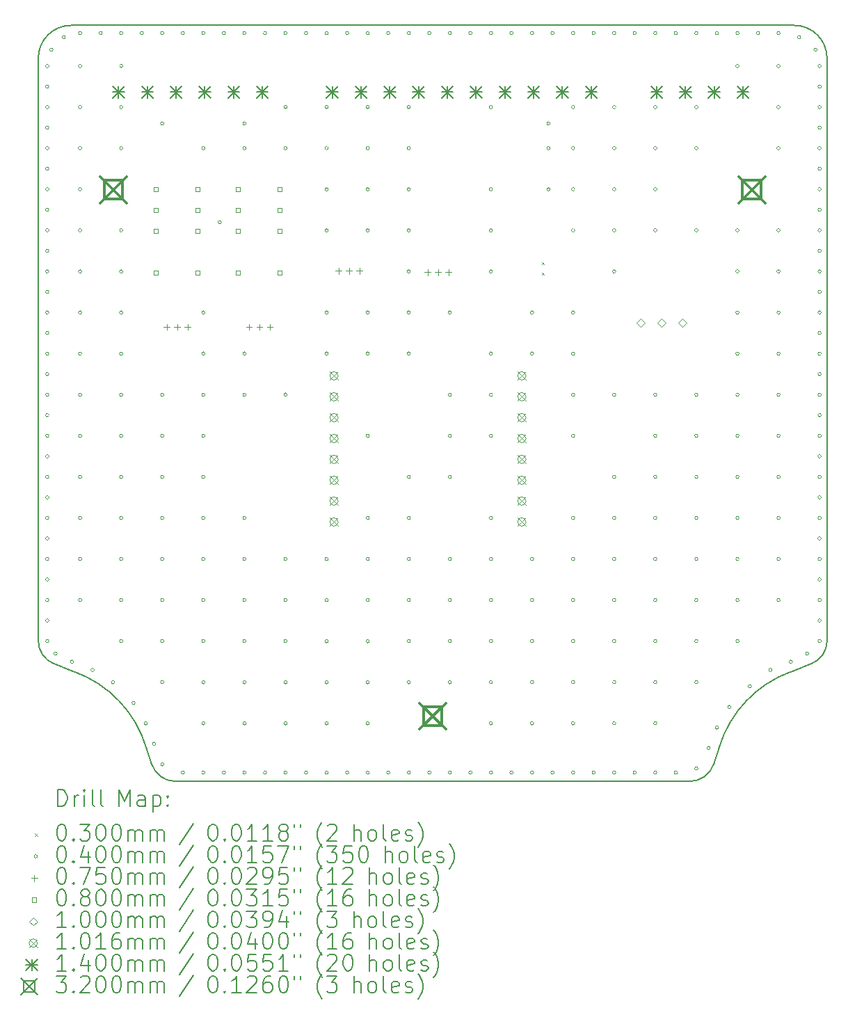
<source format=gbr>
%TF.GenerationSoftware,KiCad,Pcbnew,(6.99.0-3810-gd26b59a0bf)*%
%TF.CreationDate,2022-11-09T12:37:44+00:00*%
%TF.ProjectId,roller-shutter-controller,726f6c6c-6572-42d7-9368-75747465722d,-*%
%TF.SameCoordinates,Original*%
%TF.FileFunction,Drillmap*%
%TF.FilePolarity,Positive*%
%FSLAX45Y45*%
G04 Gerber Fmt 4.5, Leading zero omitted, Abs format (unit mm)*
G04 Created by KiCad (PCBNEW (6.99.0-3810-gd26b59a0bf)) date 2022-11-09 12:37:44*
%MOMM*%
%LPD*%
G01*
G04 APERTURE LIST*
%ADD10C,0.200000*%
%ADD11C,0.030000*%
%ADD12C,0.040000*%
%ADD13C,0.075000*%
%ADD14C,0.080000*%
%ADD15C,0.100000*%
%ADD16C,0.101600*%
%ADD17C,0.140000*%
%ADD18C,0.320000*%
G04 APERTURE END LIST*
D10*
X19890792Y-5905188D02*
G75*
G03*
X19490788Y-5505188I-400002J-2D01*
G01*
X10728718Y-13371518D02*
X10481818Y-13275258D01*
X18224578Y-14705187D02*
G75*
G03*
X18509391Y-14499431I2J299998D01*
G01*
X19452874Y-13371515D02*
G75*
G03*
X18579133Y-14288664I481706J-1333675D01*
G01*
X11672209Y-14499430D02*
G75*
G03*
X11957018Y-14705188I284811J94240D01*
G01*
X18579138Y-14288668D02*
X18509398Y-14499428D01*
X19452868Y-13371518D02*
X19699768Y-13275258D01*
X11957018Y-14705188D02*
X18224578Y-14705188D01*
X10690818Y-5505188D02*
G75*
G03*
X10290818Y-5905188I2J-400002D01*
G01*
X19699764Y-13275256D02*
G75*
G03*
X19890788Y-12995748I-108974J279506D01*
G01*
X11602418Y-14288668D02*
X11672218Y-14499428D01*
X10290818Y-12995748D02*
G75*
G03*
X10481818Y-13275258I299990J-19D01*
G01*
X11602418Y-14288668D02*
G75*
G03*
X10728722Y-13371514I-1355420J-416470D01*
G01*
X10690818Y-5505188D02*
X19490788Y-5505188D01*
X19890788Y-5905188D02*
X19890788Y-12995748D01*
X10290818Y-5905188D02*
X10290818Y-12995748D01*
D11*
X16417899Y-8387101D02*
X16447899Y-8417101D01*
X16447899Y-8387101D02*
X16417899Y-8417101D01*
X16417899Y-8512101D02*
X16447899Y-8542101D01*
X16447899Y-8512101D02*
X16417899Y-8542101D01*
D12*
X10420000Y-6000000D02*
G75*
G03*
X10420000Y-6000000I-20000J0D01*
G01*
X10420000Y-6250000D02*
G75*
G03*
X10420000Y-6250000I-20000J0D01*
G01*
X10420000Y-6500000D02*
G75*
G03*
X10420000Y-6500000I-20000J0D01*
G01*
X10420000Y-6750000D02*
G75*
G03*
X10420000Y-6750000I-20000J0D01*
G01*
X10420000Y-7000000D02*
G75*
G03*
X10420000Y-7000000I-20000J0D01*
G01*
X10420000Y-7250000D02*
G75*
G03*
X10420000Y-7250000I-20000J0D01*
G01*
X10420000Y-7500000D02*
G75*
G03*
X10420000Y-7500000I-20000J0D01*
G01*
X10420000Y-7750000D02*
G75*
G03*
X10420000Y-7750000I-20000J0D01*
G01*
X10420000Y-8000000D02*
G75*
G03*
X10420000Y-8000000I-20000J0D01*
G01*
X10420000Y-8250000D02*
G75*
G03*
X10420000Y-8250000I-20000J0D01*
G01*
X10420000Y-8500000D02*
G75*
G03*
X10420000Y-8500000I-20000J0D01*
G01*
X10420000Y-8750000D02*
G75*
G03*
X10420000Y-8750000I-20000J0D01*
G01*
X10420000Y-9000000D02*
G75*
G03*
X10420000Y-9000000I-20000J0D01*
G01*
X10420000Y-9250000D02*
G75*
G03*
X10420000Y-9250000I-20000J0D01*
G01*
X10420000Y-9500000D02*
G75*
G03*
X10420000Y-9500000I-20000J0D01*
G01*
X10420000Y-9750000D02*
G75*
G03*
X10420000Y-9750000I-20000J0D01*
G01*
X10420000Y-10000000D02*
G75*
G03*
X10420000Y-10000000I-20000J0D01*
G01*
X10420000Y-10250000D02*
G75*
G03*
X10420000Y-10250000I-20000J0D01*
G01*
X10420000Y-10500000D02*
G75*
G03*
X10420000Y-10500000I-20000J0D01*
G01*
X10420000Y-10750000D02*
G75*
G03*
X10420000Y-10750000I-20000J0D01*
G01*
X10420000Y-11000000D02*
G75*
G03*
X10420000Y-11000000I-20000J0D01*
G01*
X10420000Y-11250000D02*
G75*
G03*
X10420000Y-11250000I-20000J0D01*
G01*
X10420000Y-11500000D02*
G75*
G03*
X10420000Y-11500000I-20000J0D01*
G01*
X10420000Y-11750000D02*
G75*
G03*
X10420000Y-11750000I-20000J0D01*
G01*
X10420000Y-12000000D02*
G75*
G03*
X10420000Y-12000000I-20000J0D01*
G01*
X10420000Y-12250000D02*
G75*
G03*
X10420000Y-12250000I-20000J0D01*
G01*
X10420000Y-12500000D02*
G75*
G03*
X10420000Y-12500000I-20000J0D01*
G01*
X10420000Y-12750000D02*
G75*
G03*
X10420000Y-12750000I-20000J0D01*
G01*
X10420000Y-13000000D02*
G75*
G03*
X10420000Y-13000000I-20000J0D01*
G01*
X10470000Y-5800000D02*
G75*
G03*
X10470000Y-5800000I-20000J0D01*
G01*
X10520000Y-13150000D02*
G75*
G03*
X10520000Y-13150000I-20000J0D01*
G01*
X10620000Y-5650000D02*
G75*
G03*
X10620000Y-5650000I-20000J0D01*
G01*
X10720000Y-13250000D02*
G75*
G03*
X10720000Y-13250000I-20000J0D01*
G01*
X10820000Y-5600000D02*
G75*
G03*
X10820000Y-5600000I-20000J0D01*
G01*
X10820000Y-6000000D02*
G75*
G03*
X10820000Y-6000000I-20000J0D01*
G01*
X10820000Y-6500000D02*
G75*
G03*
X10820000Y-6500000I-20000J0D01*
G01*
X10820000Y-7000000D02*
G75*
G03*
X10820000Y-7000000I-20000J0D01*
G01*
X10820000Y-7500000D02*
G75*
G03*
X10820000Y-7500000I-20000J0D01*
G01*
X10820000Y-8000000D02*
G75*
G03*
X10820000Y-8000000I-20000J0D01*
G01*
X10820000Y-8500000D02*
G75*
G03*
X10820000Y-8500000I-20000J0D01*
G01*
X10820000Y-9000000D02*
G75*
G03*
X10820000Y-9000000I-20000J0D01*
G01*
X10820000Y-9500000D02*
G75*
G03*
X10820000Y-9500000I-20000J0D01*
G01*
X10820000Y-10000000D02*
G75*
G03*
X10820000Y-10000000I-20000J0D01*
G01*
X10820000Y-10500000D02*
G75*
G03*
X10820000Y-10500000I-20000J0D01*
G01*
X10820000Y-11000000D02*
G75*
G03*
X10820000Y-11000000I-20000J0D01*
G01*
X10820000Y-11500000D02*
G75*
G03*
X10820000Y-11500000I-20000J0D01*
G01*
X10820000Y-12000000D02*
G75*
G03*
X10820000Y-12000000I-20000J0D01*
G01*
X10820000Y-12500000D02*
G75*
G03*
X10820000Y-12500000I-20000J0D01*
G01*
X10970000Y-13350000D02*
G75*
G03*
X10970000Y-13350000I-20000J0D01*
G01*
X11070000Y-5600000D02*
G75*
G03*
X11070000Y-5600000I-20000J0D01*
G01*
X11220000Y-13500000D02*
G75*
G03*
X11220000Y-13500000I-20000J0D01*
G01*
X11320000Y-5600000D02*
G75*
G03*
X11320000Y-5600000I-20000J0D01*
G01*
X11320000Y-6000000D02*
G75*
G03*
X11320000Y-6000000I-20000J0D01*
G01*
X11320000Y-6500000D02*
G75*
G03*
X11320000Y-6500000I-20000J0D01*
G01*
X11320000Y-7000000D02*
G75*
G03*
X11320000Y-7000000I-20000J0D01*
G01*
X11320000Y-8000000D02*
G75*
G03*
X11320000Y-8000000I-20000J0D01*
G01*
X11320000Y-8500000D02*
G75*
G03*
X11320000Y-8500000I-20000J0D01*
G01*
X11320000Y-9000000D02*
G75*
G03*
X11320000Y-9000000I-20000J0D01*
G01*
X11320000Y-9500000D02*
G75*
G03*
X11320000Y-9500000I-20000J0D01*
G01*
X11320000Y-10000000D02*
G75*
G03*
X11320000Y-10000000I-20000J0D01*
G01*
X11320000Y-10500000D02*
G75*
G03*
X11320000Y-10500000I-20000J0D01*
G01*
X11320000Y-11000000D02*
G75*
G03*
X11320000Y-11000000I-20000J0D01*
G01*
X11320000Y-11500000D02*
G75*
G03*
X11320000Y-11500000I-20000J0D01*
G01*
X11320000Y-12000000D02*
G75*
G03*
X11320000Y-12000000I-20000J0D01*
G01*
X11320000Y-12500000D02*
G75*
G03*
X11320000Y-12500000I-20000J0D01*
G01*
X11320000Y-13000000D02*
G75*
G03*
X11320000Y-13000000I-20000J0D01*
G01*
X11470000Y-13750000D02*
G75*
G03*
X11470000Y-13750000I-20000J0D01*
G01*
X11570000Y-5600000D02*
G75*
G03*
X11570000Y-5600000I-20000J0D01*
G01*
X11620000Y-14000000D02*
G75*
G03*
X11620000Y-14000000I-20000J0D01*
G01*
X11720000Y-14250000D02*
G75*
G03*
X11720000Y-14250000I-20000J0D01*
G01*
X11820000Y-5600000D02*
G75*
G03*
X11820000Y-5600000I-20000J0D01*
G01*
X11820000Y-6700000D02*
G75*
G03*
X11820000Y-6700000I-20000J0D01*
G01*
X11820000Y-10000000D02*
G75*
G03*
X11820000Y-10000000I-20000J0D01*
G01*
X11820000Y-10500000D02*
G75*
G03*
X11820000Y-10500000I-20000J0D01*
G01*
X11820000Y-11000000D02*
G75*
G03*
X11820000Y-11000000I-20000J0D01*
G01*
X11820000Y-11500000D02*
G75*
G03*
X11820000Y-11500000I-20000J0D01*
G01*
X11820000Y-12000000D02*
G75*
G03*
X11820000Y-12000000I-20000J0D01*
G01*
X11820000Y-12500000D02*
G75*
G03*
X11820000Y-12500000I-20000J0D01*
G01*
X11820000Y-13000000D02*
G75*
G03*
X11820000Y-13000000I-20000J0D01*
G01*
X11820000Y-13500000D02*
G75*
G03*
X11820000Y-13500000I-20000J0D01*
G01*
X11820000Y-14500000D02*
G75*
G03*
X11820000Y-14500000I-20000J0D01*
G01*
X12070000Y-5600000D02*
G75*
G03*
X12070000Y-5600000I-20000J0D01*
G01*
X12070000Y-14600000D02*
G75*
G03*
X12070000Y-14600000I-20000J0D01*
G01*
X12320000Y-5600000D02*
G75*
G03*
X12320000Y-5600000I-20000J0D01*
G01*
X12320000Y-7000000D02*
G75*
G03*
X12320000Y-7000000I-20000J0D01*
G01*
X12320000Y-9000000D02*
G75*
G03*
X12320000Y-9000000I-20000J0D01*
G01*
X12320000Y-9500000D02*
G75*
G03*
X12320000Y-9500000I-20000J0D01*
G01*
X12320000Y-10000000D02*
G75*
G03*
X12320000Y-10000000I-20000J0D01*
G01*
X12320000Y-10500000D02*
G75*
G03*
X12320000Y-10500000I-20000J0D01*
G01*
X12320000Y-11000000D02*
G75*
G03*
X12320000Y-11000000I-20000J0D01*
G01*
X12320000Y-11500000D02*
G75*
G03*
X12320000Y-11500000I-20000J0D01*
G01*
X12320000Y-12000000D02*
G75*
G03*
X12320000Y-12000000I-20000J0D01*
G01*
X12320000Y-12500000D02*
G75*
G03*
X12320000Y-12500000I-20000J0D01*
G01*
X12320000Y-13000000D02*
G75*
G03*
X12320000Y-13000000I-20000J0D01*
G01*
X12320000Y-13500000D02*
G75*
G03*
X12320000Y-13500000I-20000J0D01*
G01*
X12320000Y-14000000D02*
G75*
G03*
X12320000Y-14000000I-20000J0D01*
G01*
X12320000Y-14600000D02*
G75*
G03*
X12320000Y-14600000I-20000J0D01*
G01*
X12520000Y-7900000D02*
G75*
G03*
X12520000Y-7900000I-20000J0D01*
G01*
X12570000Y-5600000D02*
G75*
G03*
X12570000Y-5600000I-20000J0D01*
G01*
X12570000Y-14600000D02*
G75*
G03*
X12570000Y-14600000I-20000J0D01*
G01*
X12820000Y-5600000D02*
G75*
G03*
X12820000Y-5600000I-20000J0D01*
G01*
X12820000Y-6700000D02*
G75*
G03*
X12820000Y-6700000I-20000J0D01*
G01*
X12820000Y-7000000D02*
G75*
G03*
X12820000Y-7000000I-20000J0D01*
G01*
X12820000Y-9500000D02*
G75*
G03*
X12820000Y-9500000I-20000J0D01*
G01*
X12820000Y-10000000D02*
G75*
G03*
X12820000Y-10000000I-20000J0D01*
G01*
X12820000Y-11500000D02*
G75*
G03*
X12820000Y-11500000I-20000J0D01*
G01*
X12820000Y-12000000D02*
G75*
G03*
X12820000Y-12000000I-20000J0D01*
G01*
X12820000Y-12500000D02*
G75*
G03*
X12820000Y-12500000I-20000J0D01*
G01*
X12820000Y-13000000D02*
G75*
G03*
X12820000Y-13000000I-20000J0D01*
G01*
X12820000Y-13500000D02*
G75*
G03*
X12820000Y-13500000I-20000J0D01*
G01*
X12820000Y-14000000D02*
G75*
G03*
X12820000Y-14000000I-20000J0D01*
G01*
X12820000Y-14600000D02*
G75*
G03*
X12820000Y-14600000I-20000J0D01*
G01*
X13070000Y-5600000D02*
G75*
G03*
X13070000Y-5600000I-20000J0D01*
G01*
X13070000Y-14600000D02*
G75*
G03*
X13070000Y-14600000I-20000J0D01*
G01*
X13320000Y-5600000D02*
G75*
G03*
X13320000Y-5600000I-20000J0D01*
G01*
X13320000Y-6500000D02*
G75*
G03*
X13320000Y-6500000I-20000J0D01*
G01*
X13320000Y-7000000D02*
G75*
G03*
X13320000Y-7000000I-20000J0D01*
G01*
X13320000Y-10000000D02*
G75*
G03*
X13320000Y-10000000I-20000J0D01*
G01*
X13320000Y-12000000D02*
G75*
G03*
X13320000Y-12000000I-20000J0D01*
G01*
X13320000Y-12500000D02*
G75*
G03*
X13320000Y-12500000I-20000J0D01*
G01*
X13320000Y-13000000D02*
G75*
G03*
X13320000Y-13000000I-20000J0D01*
G01*
X13320000Y-13500000D02*
G75*
G03*
X13320000Y-13500000I-20000J0D01*
G01*
X13320000Y-14000000D02*
G75*
G03*
X13320000Y-14000000I-20000J0D01*
G01*
X13320000Y-14600000D02*
G75*
G03*
X13320000Y-14600000I-20000J0D01*
G01*
X13570000Y-5600000D02*
G75*
G03*
X13570000Y-5600000I-20000J0D01*
G01*
X13570000Y-14600000D02*
G75*
G03*
X13570000Y-14600000I-20000J0D01*
G01*
X13820000Y-5600000D02*
G75*
G03*
X13820000Y-5600000I-20000J0D01*
G01*
X13820000Y-6500000D02*
G75*
G03*
X13820000Y-6500000I-20000J0D01*
G01*
X13820000Y-7000000D02*
G75*
G03*
X13820000Y-7000000I-20000J0D01*
G01*
X13820000Y-7500000D02*
G75*
G03*
X13820000Y-7500000I-20000J0D01*
G01*
X13820000Y-8000000D02*
G75*
G03*
X13820000Y-8000000I-20000J0D01*
G01*
X13820000Y-9000000D02*
G75*
G03*
X13820000Y-9000000I-20000J0D01*
G01*
X13820000Y-9500000D02*
G75*
G03*
X13820000Y-9500000I-20000J0D01*
G01*
X13820000Y-12000000D02*
G75*
G03*
X13820000Y-12000000I-20000J0D01*
G01*
X13820000Y-12500000D02*
G75*
G03*
X13820000Y-12500000I-20000J0D01*
G01*
X13820000Y-13000000D02*
G75*
G03*
X13820000Y-13000000I-20000J0D01*
G01*
X13820000Y-13500000D02*
G75*
G03*
X13820000Y-13500000I-20000J0D01*
G01*
X13820000Y-14000000D02*
G75*
G03*
X13820000Y-14000000I-20000J0D01*
G01*
X13820000Y-14600000D02*
G75*
G03*
X13820000Y-14600000I-20000J0D01*
G01*
X14070000Y-5600000D02*
G75*
G03*
X14070000Y-5600000I-20000J0D01*
G01*
X14070000Y-14600000D02*
G75*
G03*
X14070000Y-14600000I-20000J0D01*
G01*
X14320000Y-5600000D02*
G75*
G03*
X14320000Y-5600000I-20000J0D01*
G01*
X14320000Y-6500000D02*
G75*
G03*
X14320000Y-6500000I-20000J0D01*
G01*
X14320000Y-7000000D02*
G75*
G03*
X14320000Y-7000000I-20000J0D01*
G01*
X14320000Y-7500000D02*
G75*
G03*
X14320000Y-7500000I-20000J0D01*
G01*
X14320000Y-8000000D02*
G75*
G03*
X14320000Y-8000000I-20000J0D01*
G01*
X14320000Y-9000000D02*
G75*
G03*
X14320000Y-9000000I-20000J0D01*
G01*
X14320000Y-9500000D02*
G75*
G03*
X14320000Y-9500000I-20000J0D01*
G01*
X14320000Y-10500000D02*
G75*
G03*
X14320000Y-10500000I-20000J0D01*
G01*
X14320000Y-11500000D02*
G75*
G03*
X14320000Y-11500000I-20000J0D01*
G01*
X14320000Y-12000000D02*
G75*
G03*
X14320000Y-12000000I-20000J0D01*
G01*
X14320000Y-12500000D02*
G75*
G03*
X14320000Y-12500000I-20000J0D01*
G01*
X14320000Y-13000000D02*
G75*
G03*
X14320000Y-13000000I-20000J0D01*
G01*
X14320000Y-13500000D02*
G75*
G03*
X14320000Y-13500000I-20000J0D01*
G01*
X14320000Y-14000000D02*
G75*
G03*
X14320000Y-14000000I-20000J0D01*
G01*
X14320000Y-14600000D02*
G75*
G03*
X14320000Y-14600000I-20000J0D01*
G01*
X14570000Y-5600000D02*
G75*
G03*
X14570000Y-5600000I-20000J0D01*
G01*
X14570000Y-14600000D02*
G75*
G03*
X14570000Y-14600000I-20000J0D01*
G01*
X14820000Y-5600000D02*
G75*
G03*
X14820000Y-5600000I-20000J0D01*
G01*
X14820000Y-6500000D02*
G75*
G03*
X14820000Y-6500000I-20000J0D01*
G01*
X14820000Y-7000000D02*
G75*
G03*
X14820000Y-7000000I-20000J0D01*
G01*
X14820000Y-7500000D02*
G75*
G03*
X14820000Y-7500000I-20000J0D01*
G01*
X14820000Y-8000000D02*
G75*
G03*
X14820000Y-8000000I-20000J0D01*
G01*
X14820000Y-8500000D02*
G75*
G03*
X14820000Y-8500000I-20000J0D01*
G01*
X14820000Y-9000000D02*
G75*
G03*
X14820000Y-9000000I-20000J0D01*
G01*
X14820000Y-9500000D02*
G75*
G03*
X14820000Y-9500000I-20000J0D01*
G01*
X14820000Y-11000000D02*
G75*
G03*
X14820000Y-11000000I-20000J0D01*
G01*
X14820000Y-11500000D02*
G75*
G03*
X14820000Y-11500000I-20000J0D01*
G01*
X14820000Y-12000000D02*
G75*
G03*
X14820000Y-12000000I-20000J0D01*
G01*
X14820000Y-12500000D02*
G75*
G03*
X14820000Y-12500000I-20000J0D01*
G01*
X14820000Y-13000000D02*
G75*
G03*
X14820000Y-13000000I-20000J0D01*
G01*
X14820000Y-13500000D02*
G75*
G03*
X14820000Y-13500000I-20000J0D01*
G01*
X14820000Y-14600000D02*
G75*
G03*
X14820000Y-14600000I-20000J0D01*
G01*
X15070000Y-5600000D02*
G75*
G03*
X15070000Y-5600000I-20000J0D01*
G01*
X15070000Y-14600000D02*
G75*
G03*
X15070000Y-14600000I-20000J0D01*
G01*
X15320000Y-5600000D02*
G75*
G03*
X15320000Y-5600000I-20000J0D01*
G01*
X15320000Y-9000000D02*
G75*
G03*
X15320000Y-9000000I-20000J0D01*
G01*
X15320000Y-10000000D02*
G75*
G03*
X15320000Y-10000000I-20000J0D01*
G01*
X15320000Y-10500000D02*
G75*
G03*
X15320000Y-10500000I-20000J0D01*
G01*
X15320000Y-11000000D02*
G75*
G03*
X15320000Y-11000000I-20000J0D01*
G01*
X15320000Y-12000000D02*
G75*
G03*
X15320000Y-12000000I-20000J0D01*
G01*
X15320000Y-12500000D02*
G75*
G03*
X15320000Y-12500000I-20000J0D01*
G01*
X15320000Y-13000000D02*
G75*
G03*
X15320000Y-13000000I-20000J0D01*
G01*
X15320000Y-13500000D02*
G75*
G03*
X15320000Y-13500000I-20000J0D01*
G01*
X15320000Y-14600000D02*
G75*
G03*
X15320000Y-14600000I-20000J0D01*
G01*
X15570000Y-5600000D02*
G75*
G03*
X15570000Y-5600000I-20000J0D01*
G01*
X15570000Y-14600000D02*
G75*
G03*
X15570000Y-14600000I-20000J0D01*
G01*
X15820000Y-5600000D02*
G75*
G03*
X15820000Y-5600000I-20000J0D01*
G01*
X15820000Y-6500000D02*
G75*
G03*
X15820000Y-6500000I-20000J0D01*
G01*
X15820000Y-7500000D02*
G75*
G03*
X15820000Y-7500000I-20000J0D01*
G01*
X15820000Y-8000000D02*
G75*
G03*
X15820000Y-8000000I-20000J0D01*
G01*
X15820000Y-8500000D02*
G75*
G03*
X15820000Y-8500000I-20000J0D01*
G01*
X15820000Y-9500000D02*
G75*
G03*
X15820000Y-9500000I-20000J0D01*
G01*
X15820000Y-10000000D02*
G75*
G03*
X15820000Y-10000000I-20000J0D01*
G01*
X15820000Y-10500000D02*
G75*
G03*
X15820000Y-10500000I-20000J0D01*
G01*
X15820000Y-11500000D02*
G75*
G03*
X15820000Y-11500000I-20000J0D01*
G01*
X15820000Y-12000000D02*
G75*
G03*
X15820000Y-12000000I-20000J0D01*
G01*
X15820000Y-12500000D02*
G75*
G03*
X15820000Y-12500000I-20000J0D01*
G01*
X15820000Y-13000000D02*
G75*
G03*
X15820000Y-13000000I-20000J0D01*
G01*
X15820000Y-13500000D02*
G75*
G03*
X15820000Y-13500000I-20000J0D01*
G01*
X15820000Y-14000000D02*
G75*
G03*
X15820000Y-14000000I-20000J0D01*
G01*
X15820000Y-14600000D02*
G75*
G03*
X15820000Y-14600000I-20000J0D01*
G01*
X16070000Y-5600000D02*
G75*
G03*
X16070000Y-5600000I-20000J0D01*
G01*
X16070000Y-14600000D02*
G75*
G03*
X16070000Y-14600000I-20000J0D01*
G01*
X16320000Y-5600000D02*
G75*
G03*
X16320000Y-5600000I-20000J0D01*
G01*
X16320000Y-9000000D02*
G75*
G03*
X16320000Y-9000000I-20000J0D01*
G01*
X16320000Y-9500000D02*
G75*
G03*
X16320000Y-9500000I-20000J0D01*
G01*
X16320000Y-12000000D02*
G75*
G03*
X16320000Y-12000000I-20000J0D01*
G01*
X16320000Y-12500000D02*
G75*
G03*
X16320000Y-12500000I-20000J0D01*
G01*
X16320000Y-13000000D02*
G75*
G03*
X16320000Y-13000000I-20000J0D01*
G01*
X16320000Y-13500000D02*
G75*
G03*
X16320000Y-13500000I-20000J0D01*
G01*
X16320000Y-14000000D02*
G75*
G03*
X16320000Y-14000000I-20000J0D01*
G01*
X16320000Y-14600000D02*
G75*
G03*
X16320000Y-14600000I-20000J0D01*
G01*
X16520000Y-6700000D02*
G75*
G03*
X16520000Y-6700000I-20000J0D01*
G01*
X16520000Y-7000000D02*
G75*
G03*
X16520000Y-7000000I-20000J0D01*
G01*
X16520000Y-7500000D02*
G75*
G03*
X16520000Y-7500000I-20000J0D01*
G01*
X16570000Y-5600000D02*
G75*
G03*
X16570000Y-5600000I-20000J0D01*
G01*
X16570000Y-14600000D02*
G75*
G03*
X16570000Y-14600000I-20000J0D01*
G01*
X16820000Y-5600000D02*
G75*
G03*
X16820000Y-5600000I-20000J0D01*
G01*
X16820000Y-6500000D02*
G75*
G03*
X16820000Y-6500000I-20000J0D01*
G01*
X16820000Y-7000000D02*
G75*
G03*
X16820000Y-7000000I-20000J0D01*
G01*
X16820000Y-7500000D02*
G75*
G03*
X16820000Y-7500000I-20000J0D01*
G01*
X16820000Y-8000000D02*
G75*
G03*
X16820000Y-8000000I-20000J0D01*
G01*
X16820000Y-9000000D02*
G75*
G03*
X16820000Y-9000000I-20000J0D01*
G01*
X16820000Y-9500000D02*
G75*
G03*
X16820000Y-9500000I-20000J0D01*
G01*
X16820000Y-10000000D02*
G75*
G03*
X16820000Y-10000000I-20000J0D01*
G01*
X16820000Y-10500000D02*
G75*
G03*
X16820000Y-10500000I-20000J0D01*
G01*
X16820000Y-11500000D02*
G75*
G03*
X16820000Y-11500000I-20000J0D01*
G01*
X16820000Y-12000000D02*
G75*
G03*
X16820000Y-12000000I-20000J0D01*
G01*
X16820000Y-12500000D02*
G75*
G03*
X16820000Y-12500000I-20000J0D01*
G01*
X16820000Y-13000000D02*
G75*
G03*
X16820000Y-13000000I-20000J0D01*
G01*
X16820000Y-13500000D02*
G75*
G03*
X16820000Y-13500000I-20000J0D01*
G01*
X16820000Y-14000000D02*
G75*
G03*
X16820000Y-14000000I-20000J0D01*
G01*
X16820000Y-14600000D02*
G75*
G03*
X16820000Y-14600000I-20000J0D01*
G01*
X17070000Y-5600000D02*
G75*
G03*
X17070000Y-5600000I-20000J0D01*
G01*
X17070000Y-14600000D02*
G75*
G03*
X17070000Y-14600000I-20000J0D01*
G01*
X17320000Y-5600000D02*
G75*
G03*
X17320000Y-5600000I-20000J0D01*
G01*
X17320000Y-6500000D02*
G75*
G03*
X17320000Y-6500000I-20000J0D01*
G01*
X17320000Y-7000000D02*
G75*
G03*
X17320000Y-7000000I-20000J0D01*
G01*
X17320000Y-7500000D02*
G75*
G03*
X17320000Y-7500000I-20000J0D01*
G01*
X17320000Y-8000000D02*
G75*
G03*
X17320000Y-8000000I-20000J0D01*
G01*
X17320000Y-8500000D02*
G75*
G03*
X17320000Y-8500000I-20000J0D01*
G01*
X17320000Y-10000000D02*
G75*
G03*
X17320000Y-10000000I-20000J0D01*
G01*
X17320000Y-11000000D02*
G75*
G03*
X17320000Y-11000000I-20000J0D01*
G01*
X17320000Y-11500000D02*
G75*
G03*
X17320000Y-11500000I-20000J0D01*
G01*
X17320000Y-12000000D02*
G75*
G03*
X17320000Y-12000000I-20000J0D01*
G01*
X17320000Y-12500000D02*
G75*
G03*
X17320000Y-12500000I-20000J0D01*
G01*
X17320000Y-13000000D02*
G75*
G03*
X17320000Y-13000000I-20000J0D01*
G01*
X17320000Y-13500000D02*
G75*
G03*
X17320000Y-13500000I-20000J0D01*
G01*
X17320000Y-14000000D02*
G75*
G03*
X17320000Y-14000000I-20000J0D01*
G01*
X17320000Y-14600000D02*
G75*
G03*
X17320000Y-14600000I-20000J0D01*
G01*
X17570000Y-5600000D02*
G75*
G03*
X17570000Y-5600000I-20000J0D01*
G01*
X17570000Y-14600000D02*
G75*
G03*
X17570000Y-14600000I-20000J0D01*
G01*
X17820000Y-5600000D02*
G75*
G03*
X17820000Y-5600000I-20000J0D01*
G01*
X17820000Y-6500000D02*
G75*
G03*
X17820000Y-6500000I-20000J0D01*
G01*
X17820000Y-7000000D02*
G75*
G03*
X17820000Y-7000000I-20000J0D01*
G01*
X17820000Y-7500000D02*
G75*
G03*
X17820000Y-7500000I-20000J0D01*
G01*
X17820000Y-8000000D02*
G75*
G03*
X17820000Y-8000000I-20000J0D01*
G01*
X17820000Y-10000000D02*
G75*
G03*
X17820000Y-10000000I-20000J0D01*
G01*
X17820000Y-10500000D02*
G75*
G03*
X17820000Y-10500000I-20000J0D01*
G01*
X17820000Y-11000000D02*
G75*
G03*
X17820000Y-11000000I-20000J0D01*
G01*
X17820000Y-11500000D02*
G75*
G03*
X17820000Y-11500000I-20000J0D01*
G01*
X17820000Y-12000000D02*
G75*
G03*
X17820000Y-12000000I-20000J0D01*
G01*
X17820000Y-12500000D02*
G75*
G03*
X17820000Y-12500000I-20000J0D01*
G01*
X17820000Y-13000000D02*
G75*
G03*
X17820000Y-13000000I-20000J0D01*
G01*
X17820000Y-13500000D02*
G75*
G03*
X17820000Y-13500000I-20000J0D01*
G01*
X17820000Y-14000000D02*
G75*
G03*
X17820000Y-14000000I-20000J0D01*
G01*
X17820000Y-14600000D02*
G75*
G03*
X17820000Y-14600000I-20000J0D01*
G01*
X18070000Y-5600000D02*
G75*
G03*
X18070000Y-5600000I-20000J0D01*
G01*
X18070000Y-14600000D02*
G75*
G03*
X18070000Y-14600000I-20000J0D01*
G01*
X18320000Y-5600000D02*
G75*
G03*
X18320000Y-5600000I-20000J0D01*
G01*
X18320000Y-6500000D02*
G75*
G03*
X18320000Y-6500000I-20000J0D01*
G01*
X18320000Y-7000000D02*
G75*
G03*
X18320000Y-7000000I-20000J0D01*
G01*
X18320000Y-8000000D02*
G75*
G03*
X18320000Y-8000000I-20000J0D01*
G01*
X18320000Y-10000000D02*
G75*
G03*
X18320000Y-10000000I-20000J0D01*
G01*
X18320000Y-10500000D02*
G75*
G03*
X18320000Y-10500000I-20000J0D01*
G01*
X18320000Y-11000000D02*
G75*
G03*
X18320000Y-11000000I-20000J0D01*
G01*
X18320000Y-11500000D02*
G75*
G03*
X18320000Y-11500000I-20000J0D01*
G01*
X18320000Y-12000000D02*
G75*
G03*
X18320000Y-12000000I-20000J0D01*
G01*
X18320000Y-12500000D02*
G75*
G03*
X18320000Y-12500000I-20000J0D01*
G01*
X18320000Y-13000000D02*
G75*
G03*
X18320000Y-13000000I-20000J0D01*
G01*
X18320000Y-13500000D02*
G75*
G03*
X18320000Y-13500000I-20000J0D01*
G01*
X18320000Y-14550000D02*
G75*
G03*
X18320000Y-14550000I-20000J0D01*
G01*
X18470000Y-14300000D02*
G75*
G03*
X18470000Y-14300000I-20000J0D01*
G01*
X18570000Y-5600000D02*
G75*
G03*
X18570000Y-5600000I-20000J0D01*
G01*
X18570000Y-14050000D02*
G75*
G03*
X18570000Y-14050000I-20000J0D01*
G01*
X18720000Y-13800000D02*
G75*
G03*
X18720000Y-13800000I-20000J0D01*
G01*
X18820000Y-5600000D02*
G75*
G03*
X18820000Y-5600000I-20000J0D01*
G01*
X18820000Y-6000000D02*
G75*
G03*
X18820000Y-6000000I-20000J0D01*
G01*
X18820000Y-8000000D02*
G75*
G03*
X18820000Y-8000000I-20000J0D01*
G01*
X18820000Y-8500000D02*
G75*
G03*
X18820000Y-8500000I-20000J0D01*
G01*
X18820000Y-9000000D02*
G75*
G03*
X18820000Y-9000000I-20000J0D01*
G01*
X18820000Y-9500000D02*
G75*
G03*
X18820000Y-9500000I-20000J0D01*
G01*
X18820000Y-10000000D02*
G75*
G03*
X18820000Y-10000000I-20000J0D01*
G01*
X18820000Y-10500000D02*
G75*
G03*
X18820000Y-10500000I-20000J0D01*
G01*
X18820000Y-11000000D02*
G75*
G03*
X18820000Y-11000000I-20000J0D01*
G01*
X18820000Y-11500000D02*
G75*
G03*
X18820000Y-11500000I-20000J0D01*
G01*
X18820000Y-12000000D02*
G75*
G03*
X18820000Y-12000000I-20000J0D01*
G01*
X18820000Y-12500000D02*
G75*
G03*
X18820000Y-12500000I-20000J0D01*
G01*
X18820000Y-13000000D02*
G75*
G03*
X18820000Y-13000000I-20000J0D01*
G01*
X18970000Y-13550000D02*
G75*
G03*
X18970000Y-13550000I-20000J0D01*
G01*
X19070000Y-5600000D02*
G75*
G03*
X19070000Y-5600000I-20000J0D01*
G01*
X19220000Y-13350000D02*
G75*
G03*
X19220000Y-13350000I-20000J0D01*
G01*
X19320000Y-5600000D02*
G75*
G03*
X19320000Y-5600000I-20000J0D01*
G01*
X19320000Y-6000000D02*
G75*
G03*
X19320000Y-6000000I-20000J0D01*
G01*
X19320000Y-6500000D02*
G75*
G03*
X19320000Y-6500000I-20000J0D01*
G01*
X19320000Y-7000000D02*
G75*
G03*
X19320000Y-7000000I-20000J0D01*
G01*
X19320000Y-8000000D02*
G75*
G03*
X19320000Y-8000000I-20000J0D01*
G01*
X19320000Y-8500000D02*
G75*
G03*
X19320000Y-8500000I-20000J0D01*
G01*
X19320000Y-9000000D02*
G75*
G03*
X19320000Y-9000000I-20000J0D01*
G01*
X19320000Y-9500000D02*
G75*
G03*
X19320000Y-9500000I-20000J0D01*
G01*
X19320000Y-10000000D02*
G75*
G03*
X19320000Y-10000000I-20000J0D01*
G01*
X19320000Y-10500000D02*
G75*
G03*
X19320000Y-10500000I-20000J0D01*
G01*
X19320000Y-11000000D02*
G75*
G03*
X19320000Y-11000000I-20000J0D01*
G01*
X19320000Y-11500000D02*
G75*
G03*
X19320000Y-11500000I-20000J0D01*
G01*
X19320000Y-12000000D02*
G75*
G03*
X19320000Y-12000000I-20000J0D01*
G01*
X19320000Y-12500000D02*
G75*
G03*
X19320000Y-12500000I-20000J0D01*
G01*
X19470000Y-13250000D02*
G75*
G03*
X19470000Y-13250000I-20000J0D01*
G01*
X19570000Y-5650000D02*
G75*
G03*
X19570000Y-5650000I-20000J0D01*
G01*
X19670000Y-13150000D02*
G75*
G03*
X19670000Y-13150000I-20000J0D01*
G01*
X19770000Y-5800000D02*
G75*
G03*
X19770000Y-5800000I-20000J0D01*
G01*
X19820000Y-6000000D02*
G75*
G03*
X19820000Y-6000000I-20000J0D01*
G01*
X19820000Y-6250000D02*
G75*
G03*
X19820000Y-6250000I-20000J0D01*
G01*
X19820000Y-6500000D02*
G75*
G03*
X19820000Y-6500000I-20000J0D01*
G01*
X19820000Y-6750000D02*
G75*
G03*
X19820000Y-6750000I-20000J0D01*
G01*
X19820000Y-7000000D02*
G75*
G03*
X19820000Y-7000000I-20000J0D01*
G01*
X19820000Y-7250000D02*
G75*
G03*
X19820000Y-7250000I-20000J0D01*
G01*
X19820000Y-7500000D02*
G75*
G03*
X19820000Y-7500000I-20000J0D01*
G01*
X19820000Y-7750000D02*
G75*
G03*
X19820000Y-7750000I-20000J0D01*
G01*
X19820000Y-8000000D02*
G75*
G03*
X19820000Y-8000000I-20000J0D01*
G01*
X19820000Y-8250000D02*
G75*
G03*
X19820000Y-8250000I-20000J0D01*
G01*
X19820000Y-8500000D02*
G75*
G03*
X19820000Y-8500000I-20000J0D01*
G01*
X19820000Y-8750000D02*
G75*
G03*
X19820000Y-8750000I-20000J0D01*
G01*
X19820000Y-9000000D02*
G75*
G03*
X19820000Y-9000000I-20000J0D01*
G01*
X19820000Y-9250000D02*
G75*
G03*
X19820000Y-9250000I-20000J0D01*
G01*
X19820000Y-9500000D02*
G75*
G03*
X19820000Y-9500000I-20000J0D01*
G01*
X19820000Y-9750000D02*
G75*
G03*
X19820000Y-9750000I-20000J0D01*
G01*
X19820000Y-10000000D02*
G75*
G03*
X19820000Y-10000000I-20000J0D01*
G01*
X19820000Y-10250000D02*
G75*
G03*
X19820000Y-10250000I-20000J0D01*
G01*
X19820000Y-10500000D02*
G75*
G03*
X19820000Y-10500000I-20000J0D01*
G01*
X19820000Y-10750000D02*
G75*
G03*
X19820000Y-10750000I-20000J0D01*
G01*
X19820000Y-11000000D02*
G75*
G03*
X19820000Y-11000000I-20000J0D01*
G01*
X19820000Y-11250000D02*
G75*
G03*
X19820000Y-11250000I-20000J0D01*
G01*
X19820000Y-11500000D02*
G75*
G03*
X19820000Y-11500000I-20000J0D01*
G01*
X19820000Y-11750000D02*
G75*
G03*
X19820000Y-11750000I-20000J0D01*
G01*
X19820000Y-12000000D02*
G75*
G03*
X19820000Y-12000000I-20000J0D01*
G01*
X19820000Y-12250000D02*
G75*
G03*
X19820000Y-12250000I-20000J0D01*
G01*
X19820000Y-12500000D02*
G75*
G03*
X19820000Y-12500000I-20000J0D01*
G01*
X19820000Y-12750000D02*
G75*
G03*
X19820000Y-12750000I-20000J0D01*
G01*
X19820000Y-13000000D02*
G75*
G03*
X19820000Y-13000000I-20000J0D01*
G01*
D13*
X11855899Y-9138898D02*
X11855899Y-9213898D01*
X11818399Y-9176398D02*
X11893399Y-9176398D01*
X11982899Y-9138898D02*
X11982899Y-9213898D01*
X11945399Y-9176398D02*
X12020399Y-9176398D01*
X12109899Y-9138898D02*
X12109899Y-9213898D01*
X12072399Y-9176398D02*
X12147399Y-9176398D01*
X12855899Y-9138898D02*
X12855899Y-9213898D01*
X12818399Y-9176398D02*
X12893399Y-9176398D01*
X12982899Y-9138898D02*
X12982899Y-9213898D01*
X12945399Y-9176398D02*
X13020399Y-9176398D01*
X13109899Y-9138898D02*
X13109899Y-9213898D01*
X13072399Y-9176398D02*
X13147399Y-9176398D01*
X13944600Y-8456700D02*
X13944600Y-8531700D01*
X13907100Y-8494200D02*
X13982100Y-8494200D01*
X14071600Y-8456700D02*
X14071600Y-8531700D01*
X14034100Y-8494200D02*
X14109100Y-8494200D01*
X14198600Y-8456700D02*
X14198600Y-8531700D01*
X14161100Y-8494200D02*
X14236100Y-8494200D01*
X15030899Y-8471500D02*
X15030899Y-8546500D01*
X14993399Y-8509000D02*
X15068399Y-8509000D01*
X15157899Y-8471500D02*
X15157899Y-8546500D01*
X15120399Y-8509000D02*
X15195399Y-8509000D01*
X15284899Y-8471500D02*
X15284899Y-8546500D01*
X15247399Y-8509000D02*
X15322399Y-8509000D01*
D14*
X11749933Y-7527432D02*
X11749933Y-7470863D01*
X11693364Y-7470863D01*
X11693364Y-7527432D01*
X11749933Y-7527432D01*
X11749933Y-7781432D02*
X11749933Y-7724863D01*
X11693364Y-7724863D01*
X11693364Y-7781432D01*
X11749933Y-7781432D01*
X11749933Y-8035432D02*
X11749933Y-7978863D01*
X11693364Y-7978863D01*
X11693364Y-8035432D01*
X11749933Y-8035432D01*
X11749933Y-8543432D02*
X11749933Y-8486863D01*
X11693364Y-8486863D01*
X11693364Y-8543432D01*
X11749933Y-8543432D01*
X12257933Y-7527432D02*
X12257933Y-7470863D01*
X12201364Y-7470863D01*
X12201364Y-7527432D01*
X12257933Y-7527432D01*
X12257933Y-7781432D02*
X12257933Y-7724863D01*
X12201364Y-7724863D01*
X12201364Y-7781432D01*
X12257933Y-7781432D01*
X12257933Y-8035432D02*
X12257933Y-7978863D01*
X12201364Y-7978863D01*
X12201364Y-8035432D01*
X12257933Y-8035432D01*
X12257933Y-8543432D02*
X12257933Y-8486863D01*
X12201364Y-8486863D01*
X12201364Y-8543432D01*
X12257933Y-8543432D01*
X12749933Y-7527432D02*
X12749933Y-7470863D01*
X12693364Y-7470863D01*
X12693364Y-7527432D01*
X12749933Y-7527432D01*
X12749933Y-7781432D02*
X12749933Y-7724863D01*
X12693364Y-7724863D01*
X12693364Y-7781432D01*
X12749933Y-7781432D01*
X12749933Y-8035432D02*
X12749933Y-7978863D01*
X12693364Y-7978863D01*
X12693364Y-8035432D01*
X12749933Y-8035432D01*
X12749933Y-8543432D02*
X12749933Y-8486863D01*
X12693364Y-8486863D01*
X12693364Y-8543432D01*
X12749933Y-8543432D01*
X13257933Y-7527432D02*
X13257933Y-7470863D01*
X13201364Y-7470863D01*
X13201364Y-7527432D01*
X13257933Y-7527432D01*
X13257933Y-7781432D02*
X13257933Y-7724863D01*
X13201364Y-7724863D01*
X13201364Y-7781432D01*
X13257933Y-7781432D01*
X13257933Y-8035432D02*
X13257933Y-7978863D01*
X13201364Y-7978863D01*
X13201364Y-8035432D01*
X13257933Y-8035432D01*
X13257933Y-8543432D02*
X13257933Y-8486863D01*
X13201364Y-8486863D01*
X13201364Y-8543432D01*
X13257933Y-8543432D01*
D15*
X17624899Y-9177101D02*
X17674899Y-9127101D01*
X17624899Y-9077101D01*
X17574899Y-9127101D01*
X17624899Y-9177101D01*
X17878899Y-9177101D02*
X17928899Y-9127101D01*
X17878899Y-9077101D01*
X17828899Y-9127101D01*
X17878899Y-9177101D01*
X18132899Y-9177101D02*
X18182899Y-9127101D01*
X18132899Y-9077101D01*
X18082899Y-9127101D01*
X18132899Y-9177101D01*
D16*
X13839200Y-9720200D02*
X13940800Y-9821800D01*
X13940800Y-9720200D02*
X13839200Y-9821800D01*
X13940800Y-9771000D02*
G75*
G03*
X13940800Y-9771000I-50800J0D01*
G01*
X13839200Y-9974200D02*
X13940800Y-10075800D01*
X13940800Y-9974200D02*
X13839200Y-10075800D01*
X13940800Y-10025000D02*
G75*
G03*
X13940800Y-10025000I-50800J0D01*
G01*
X13839200Y-10228200D02*
X13940800Y-10329800D01*
X13940800Y-10228200D02*
X13839200Y-10329800D01*
X13940800Y-10279000D02*
G75*
G03*
X13940800Y-10279000I-50800J0D01*
G01*
X13839200Y-10482200D02*
X13940800Y-10583800D01*
X13940800Y-10482200D02*
X13839200Y-10583800D01*
X13940800Y-10533000D02*
G75*
G03*
X13940800Y-10533000I-50800J0D01*
G01*
X13839200Y-10736200D02*
X13940800Y-10837800D01*
X13940800Y-10736200D02*
X13839200Y-10837800D01*
X13940800Y-10787000D02*
G75*
G03*
X13940800Y-10787000I-50800J0D01*
G01*
X13839200Y-10990200D02*
X13940800Y-11091800D01*
X13940800Y-10990200D02*
X13839200Y-11091800D01*
X13940800Y-11041000D02*
G75*
G03*
X13940800Y-11041000I-50800J0D01*
G01*
X13839200Y-11244200D02*
X13940800Y-11345800D01*
X13940800Y-11244200D02*
X13839200Y-11345800D01*
X13940800Y-11295000D02*
G75*
G03*
X13940800Y-11295000I-50800J0D01*
G01*
X13839200Y-11498200D02*
X13940800Y-11599800D01*
X13940800Y-11498200D02*
X13839200Y-11599800D01*
X13940800Y-11549000D02*
G75*
G03*
X13940800Y-11549000I-50800J0D01*
G01*
X16125200Y-9720200D02*
X16226800Y-9821800D01*
X16226800Y-9720200D02*
X16125200Y-9821800D01*
X16226800Y-9771000D02*
G75*
G03*
X16226800Y-9771000I-50800J0D01*
G01*
X16125200Y-9974200D02*
X16226800Y-10075800D01*
X16226800Y-9974200D02*
X16125200Y-10075800D01*
X16226800Y-10025000D02*
G75*
G03*
X16226800Y-10025000I-50800J0D01*
G01*
X16125200Y-10228200D02*
X16226800Y-10329800D01*
X16226800Y-10228200D02*
X16125200Y-10329800D01*
X16226800Y-10279000D02*
G75*
G03*
X16226800Y-10279000I-50800J0D01*
G01*
X16125200Y-10482200D02*
X16226800Y-10583800D01*
X16226800Y-10482200D02*
X16125200Y-10583800D01*
X16226800Y-10533000D02*
G75*
G03*
X16226800Y-10533000I-50800J0D01*
G01*
X16125200Y-10736200D02*
X16226800Y-10837800D01*
X16226800Y-10736200D02*
X16125200Y-10837800D01*
X16226800Y-10787000D02*
G75*
G03*
X16226800Y-10787000I-50800J0D01*
G01*
X16125200Y-10990200D02*
X16226800Y-11091800D01*
X16226800Y-10990200D02*
X16125200Y-11091800D01*
X16226800Y-11041000D02*
G75*
G03*
X16226800Y-11041000I-50800J0D01*
G01*
X16125200Y-11244200D02*
X16226800Y-11345800D01*
X16226800Y-11244200D02*
X16125200Y-11345800D01*
X16226800Y-11295000D02*
G75*
G03*
X16226800Y-11295000I-50800J0D01*
G01*
X16125200Y-11498200D02*
X16226800Y-11599800D01*
X16226800Y-11498200D02*
X16125200Y-11599800D01*
X16226800Y-11549000D02*
G75*
G03*
X16226800Y-11549000I-50800J0D01*
G01*
D17*
X11198149Y-6247101D02*
X11338149Y-6387101D01*
X11338149Y-6247101D02*
X11198149Y-6387101D01*
X11268149Y-6247101D02*
X11268149Y-6387101D01*
X11198149Y-6317101D02*
X11338149Y-6317101D01*
X11548149Y-6247101D02*
X11688149Y-6387101D01*
X11688149Y-6247101D02*
X11548149Y-6387101D01*
X11618149Y-6247101D02*
X11618149Y-6387101D01*
X11548149Y-6317101D02*
X11688149Y-6317101D01*
X11898149Y-6247101D02*
X12038149Y-6387101D01*
X12038149Y-6247101D02*
X11898149Y-6387101D01*
X11968149Y-6247101D02*
X11968149Y-6387101D01*
X11898149Y-6317101D02*
X12038149Y-6317101D01*
X12248149Y-6247101D02*
X12388149Y-6387101D01*
X12388149Y-6247101D02*
X12248149Y-6387101D01*
X12318149Y-6247101D02*
X12318149Y-6387101D01*
X12248149Y-6317101D02*
X12388149Y-6317101D01*
X12598149Y-6247101D02*
X12738149Y-6387101D01*
X12738149Y-6247101D02*
X12598149Y-6387101D01*
X12668149Y-6247101D02*
X12668149Y-6387101D01*
X12598149Y-6317101D02*
X12738149Y-6317101D01*
X12948149Y-6247101D02*
X13088149Y-6387101D01*
X13088149Y-6247101D02*
X12948149Y-6387101D01*
X13018149Y-6247101D02*
X13018149Y-6387101D01*
X12948149Y-6317101D02*
X13088149Y-6317101D01*
X13799958Y-6247101D02*
X13939958Y-6387101D01*
X13939958Y-6247101D02*
X13799958Y-6387101D01*
X13869958Y-6247101D02*
X13869958Y-6387101D01*
X13799958Y-6317101D02*
X13939958Y-6317101D01*
X14149958Y-6247101D02*
X14289958Y-6387101D01*
X14289958Y-6247101D02*
X14149958Y-6387101D01*
X14219958Y-6247101D02*
X14219958Y-6387101D01*
X14149958Y-6317101D02*
X14289958Y-6317101D01*
X14499958Y-6247101D02*
X14639958Y-6387101D01*
X14639958Y-6247101D02*
X14499958Y-6387101D01*
X14569958Y-6247101D02*
X14569958Y-6387101D01*
X14499958Y-6317101D02*
X14639958Y-6317101D01*
X14849958Y-6247101D02*
X14989958Y-6387101D01*
X14989958Y-6247101D02*
X14849958Y-6387101D01*
X14919958Y-6247101D02*
X14919958Y-6387101D01*
X14849958Y-6317101D02*
X14989958Y-6317101D01*
X15199958Y-6247101D02*
X15339958Y-6387101D01*
X15339958Y-6247101D02*
X15199958Y-6387101D01*
X15269958Y-6247101D02*
X15269958Y-6387101D01*
X15199958Y-6317101D02*
X15339958Y-6317101D01*
X15549958Y-6247101D02*
X15689958Y-6387101D01*
X15689958Y-6247101D02*
X15549958Y-6387101D01*
X15619958Y-6247101D02*
X15619958Y-6387101D01*
X15549958Y-6317101D02*
X15689958Y-6317101D01*
X15899958Y-6247101D02*
X16039958Y-6387101D01*
X16039958Y-6247101D02*
X15899958Y-6387101D01*
X15969958Y-6247101D02*
X15969958Y-6387101D01*
X15899958Y-6317101D02*
X16039958Y-6317101D01*
X16249958Y-6247101D02*
X16389958Y-6387101D01*
X16389958Y-6247101D02*
X16249958Y-6387101D01*
X16319958Y-6247101D02*
X16319958Y-6387101D01*
X16249958Y-6317101D02*
X16389958Y-6317101D01*
X16599958Y-6247101D02*
X16739958Y-6387101D01*
X16739958Y-6247101D02*
X16599958Y-6387101D01*
X16669958Y-6247101D02*
X16669958Y-6387101D01*
X16599958Y-6317101D02*
X16739958Y-6317101D01*
X16949958Y-6247101D02*
X17089958Y-6387101D01*
X17089958Y-6247101D02*
X16949958Y-6387101D01*
X17019958Y-6247101D02*
X17019958Y-6387101D01*
X16949958Y-6317101D02*
X17089958Y-6317101D01*
X17748149Y-6247101D02*
X17888149Y-6387101D01*
X17888149Y-6247101D02*
X17748149Y-6387101D01*
X17818149Y-6247101D02*
X17818149Y-6387101D01*
X17748149Y-6317101D02*
X17888149Y-6317101D01*
X18098149Y-6247101D02*
X18238149Y-6387101D01*
X18238149Y-6247101D02*
X18098149Y-6387101D01*
X18168149Y-6247101D02*
X18168149Y-6387101D01*
X18098149Y-6317101D02*
X18238149Y-6317101D01*
X18448149Y-6247101D02*
X18588149Y-6387101D01*
X18588149Y-6247101D02*
X18448149Y-6387101D01*
X18518149Y-6247101D02*
X18518149Y-6387101D01*
X18448149Y-6317101D02*
X18588149Y-6317101D01*
X18798149Y-6247101D02*
X18938149Y-6387101D01*
X18938149Y-6247101D02*
X18798149Y-6387101D01*
X18868149Y-6247101D02*
X18868149Y-6387101D01*
X18798149Y-6317101D02*
X18938149Y-6317101D01*
D18*
X11046128Y-7345191D02*
X11366128Y-7665191D01*
X11366128Y-7345191D02*
X11046128Y-7665191D01*
X11319266Y-7618329D02*
X11319266Y-7392053D01*
X11092990Y-7392053D01*
X11092990Y-7618329D01*
X11319266Y-7618329D01*
X14930768Y-13752398D02*
X15250768Y-14072398D01*
X15250768Y-13752398D02*
X14930768Y-14072398D01*
X15203906Y-14025536D02*
X15203906Y-13799260D01*
X14977630Y-13799260D01*
X14977630Y-14025536D01*
X15203906Y-14025536D01*
X18815478Y-7345191D02*
X19135478Y-7665191D01*
X19135478Y-7345191D02*
X18815478Y-7665191D01*
X19088616Y-7618329D02*
X19088616Y-7392053D01*
X18862340Y-7392053D01*
X18862340Y-7618329D01*
X19088616Y-7618329D01*
D10*
X10528437Y-15008664D02*
X10528437Y-14808664D01*
X10528437Y-14808664D02*
X10576056Y-14808664D01*
X10576056Y-14808664D02*
X10604628Y-14818188D01*
X10604628Y-14818188D02*
X10623675Y-14837235D01*
X10623675Y-14837235D02*
X10633199Y-14856283D01*
X10633199Y-14856283D02*
X10642723Y-14894378D01*
X10642723Y-14894378D02*
X10642723Y-14922950D01*
X10642723Y-14922950D02*
X10633199Y-14961045D01*
X10633199Y-14961045D02*
X10623675Y-14980092D01*
X10623675Y-14980092D02*
X10604628Y-14999140D01*
X10604628Y-14999140D02*
X10576056Y-15008664D01*
X10576056Y-15008664D02*
X10528437Y-15008664D01*
X10728437Y-15008664D02*
X10728437Y-14875331D01*
X10728437Y-14913426D02*
X10737961Y-14894378D01*
X10737961Y-14894378D02*
X10747485Y-14884854D01*
X10747485Y-14884854D02*
X10766532Y-14875331D01*
X10766532Y-14875331D02*
X10785580Y-14875331D01*
X10852247Y-15008664D02*
X10852247Y-14875331D01*
X10852247Y-14808664D02*
X10842723Y-14818188D01*
X10842723Y-14818188D02*
X10852247Y-14827712D01*
X10852247Y-14827712D02*
X10861771Y-14818188D01*
X10861771Y-14818188D02*
X10852247Y-14808664D01*
X10852247Y-14808664D02*
X10852247Y-14827712D01*
X10976056Y-15008664D02*
X10957009Y-14999140D01*
X10957009Y-14999140D02*
X10947485Y-14980092D01*
X10947485Y-14980092D02*
X10947485Y-14808664D01*
X11080818Y-15008664D02*
X11061771Y-14999140D01*
X11061771Y-14999140D02*
X11052247Y-14980092D01*
X11052247Y-14980092D02*
X11052247Y-14808664D01*
X11277009Y-15008664D02*
X11277009Y-14808664D01*
X11277009Y-14808664D02*
X11343675Y-14951521D01*
X11343675Y-14951521D02*
X11410342Y-14808664D01*
X11410342Y-14808664D02*
X11410342Y-15008664D01*
X11591294Y-15008664D02*
X11591294Y-14903902D01*
X11591294Y-14903902D02*
X11581770Y-14884854D01*
X11581770Y-14884854D02*
X11562723Y-14875331D01*
X11562723Y-14875331D02*
X11524628Y-14875331D01*
X11524628Y-14875331D02*
X11505580Y-14884854D01*
X11591294Y-14999140D02*
X11572247Y-15008664D01*
X11572247Y-15008664D02*
X11524628Y-15008664D01*
X11524628Y-15008664D02*
X11505580Y-14999140D01*
X11505580Y-14999140D02*
X11496056Y-14980092D01*
X11496056Y-14980092D02*
X11496056Y-14961045D01*
X11496056Y-14961045D02*
X11505580Y-14941997D01*
X11505580Y-14941997D02*
X11524628Y-14932473D01*
X11524628Y-14932473D02*
X11572247Y-14932473D01*
X11572247Y-14932473D02*
X11591294Y-14922950D01*
X11686532Y-14875331D02*
X11686532Y-15075331D01*
X11686532Y-14884854D02*
X11705580Y-14875331D01*
X11705580Y-14875331D02*
X11743675Y-14875331D01*
X11743675Y-14875331D02*
X11762723Y-14884854D01*
X11762723Y-14884854D02*
X11772247Y-14894378D01*
X11772247Y-14894378D02*
X11781770Y-14913426D01*
X11781770Y-14913426D02*
X11781770Y-14970569D01*
X11781770Y-14970569D02*
X11772247Y-14989616D01*
X11772247Y-14989616D02*
X11762723Y-14999140D01*
X11762723Y-14999140D02*
X11743675Y-15008664D01*
X11743675Y-15008664D02*
X11705580Y-15008664D01*
X11705580Y-15008664D02*
X11686532Y-14999140D01*
X11867485Y-14989616D02*
X11877009Y-14999140D01*
X11877009Y-14999140D02*
X11867485Y-15008664D01*
X11867485Y-15008664D02*
X11857961Y-14999140D01*
X11857961Y-14999140D02*
X11867485Y-14989616D01*
X11867485Y-14989616D02*
X11867485Y-15008664D01*
X11867485Y-14884854D02*
X11877009Y-14894378D01*
X11877009Y-14894378D02*
X11867485Y-14903902D01*
X11867485Y-14903902D02*
X11857961Y-14894378D01*
X11857961Y-14894378D02*
X11867485Y-14884854D01*
X11867485Y-14884854D02*
X11867485Y-14903902D01*
D11*
X10250818Y-15340188D02*
X10280818Y-15370188D01*
X10280818Y-15340188D02*
X10250818Y-15370188D01*
D10*
X10566532Y-15228664D02*
X10585580Y-15228664D01*
X10585580Y-15228664D02*
X10604628Y-15238188D01*
X10604628Y-15238188D02*
X10614152Y-15247712D01*
X10614152Y-15247712D02*
X10623675Y-15266759D01*
X10623675Y-15266759D02*
X10633199Y-15304854D01*
X10633199Y-15304854D02*
X10633199Y-15352473D01*
X10633199Y-15352473D02*
X10623675Y-15390569D01*
X10623675Y-15390569D02*
X10614152Y-15409616D01*
X10614152Y-15409616D02*
X10604628Y-15419140D01*
X10604628Y-15419140D02*
X10585580Y-15428664D01*
X10585580Y-15428664D02*
X10566532Y-15428664D01*
X10566532Y-15428664D02*
X10547485Y-15419140D01*
X10547485Y-15419140D02*
X10537961Y-15409616D01*
X10537961Y-15409616D02*
X10528437Y-15390569D01*
X10528437Y-15390569D02*
X10518913Y-15352473D01*
X10518913Y-15352473D02*
X10518913Y-15304854D01*
X10518913Y-15304854D02*
X10528437Y-15266759D01*
X10528437Y-15266759D02*
X10537961Y-15247712D01*
X10537961Y-15247712D02*
X10547485Y-15238188D01*
X10547485Y-15238188D02*
X10566532Y-15228664D01*
X10718913Y-15409616D02*
X10728437Y-15419140D01*
X10728437Y-15419140D02*
X10718913Y-15428664D01*
X10718913Y-15428664D02*
X10709390Y-15419140D01*
X10709390Y-15419140D02*
X10718913Y-15409616D01*
X10718913Y-15409616D02*
X10718913Y-15428664D01*
X10795104Y-15228664D02*
X10918913Y-15228664D01*
X10918913Y-15228664D02*
X10852247Y-15304854D01*
X10852247Y-15304854D02*
X10880818Y-15304854D01*
X10880818Y-15304854D02*
X10899866Y-15314378D01*
X10899866Y-15314378D02*
X10909390Y-15323902D01*
X10909390Y-15323902D02*
X10918913Y-15342950D01*
X10918913Y-15342950D02*
X10918913Y-15390569D01*
X10918913Y-15390569D02*
X10909390Y-15409616D01*
X10909390Y-15409616D02*
X10899866Y-15419140D01*
X10899866Y-15419140D02*
X10880818Y-15428664D01*
X10880818Y-15428664D02*
X10823675Y-15428664D01*
X10823675Y-15428664D02*
X10804628Y-15419140D01*
X10804628Y-15419140D02*
X10795104Y-15409616D01*
X11042723Y-15228664D02*
X11061771Y-15228664D01*
X11061771Y-15228664D02*
X11080818Y-15238188D01*
X11080818Y-15238188D02*
X11090342Y-15247712D01*
X11090342Y-15247712D02*
X11099866Y-15266759D01*
X11099866Y-15266759D02*
X11109390Y-15304854D01*
X11109390Y-15304854D02*
X11109390Y-15352473D01*
X11109390Y-15352473D02*
X11099866Y-15390569D01*
X11099866Y-15390569D02*
X11090342Y-15409616D01*
X11090342Y-15409616D02*
X11080818Y-15419140D01*
X11080818Y-15419140D02*
X11061771Y-15428664D01*
X11061771Y-15428664D02*
X11042723Y-15428664D01*
X11042723Y-15428664D02*
X11023675Y-15419140D01*
X11023675Y-15419140D02*
X11014152Y-15409616D01*
X11014152Y-15409616D02*
X11004628Y-15390569D01*
X11004628Y-15390569D02*
X10995104Y-15352473D01*
X10995104Y-15352473D02*
X10995104Y-15304854D01*
X10995104Y-15304854D02*
X11004628Y-15266759D01*
X11004628Y-15266759D02*
X11014152Y-15247712D01*
X11014152Y-15247712D02*
X11023675Y-15238188D01*
X11023675Y-15238188D02*
X11042723Y-15228664D01*
X11233199Y-15228664D02*
X11252247Y-15228664D01*
X11252247Y-15228664D02*
X11271294Y-15238188D01*
X11271294Y-15238188D02*
X11280818Y-15247712D01*
X11280818Y-15247712D02*
X11290342Y-15266759D01*
X11290342Y-15266759D02*
X11299866Y-15304854D01*
X11299866Y-15304854D02*
X11299866Y-15352473D01*
X11299866Y-15352473D02*
X11290342Y-15390569D01*
X11290342Y-15390569D02*
X11280818Y-15409616D01*
X11280818Y-15409616D02*
X11271294Y-15419140D01*
X11271294Y-15419140D02*
X11252247Y-15428664D01*
X11252247Y-15428664D02*
X11233199Y-15428664D01*
X11233199Y-15428664D02*
X11214151Y-15419140D01*
X11214151Y-15419140D02*
X11204628Y-15409616D01*
X11204628Y-15409616D02*
X11195104Y-15390569D01*
X11195104Y-15390569D02*
X11185580Y-15352473D01*
X11185580Y-15352473D02*
X11185580Y-15304854D01*
X11185580Y-15304854D02*
X11195104Y-15266759D01*
X11195104Y-15266759D02*
X11204628Y-15247712D01*
X11204628Y-15247712D02*
X11214151Y-15238188D01*
X11214151Y-15238188D02*
X11233199Y-15228664D01*
X11385580Y-15428664D02*
X11385580Y-15295331D01*
X11385580Y-15314378D02*
X11395104Y-15304854D01*
X11395104Y-15304854D02*
X11414151Y-15295331D01*
X11414151Y-15295331D02*
X11442723Y-15295331D01*
X11442723Y-15295331D02*
X11461771Y-15304854D01*
X11461771Y-15304854D02*
X11471294Y-15323902D01*
X11471294Y-15323902D02*
X11471294Y-15428664D01*
X11471294Y-15323902D02*
X11480818Y-15304854D01*
X11480818Y-15304854D02*
X11499866Y-15295331D01*
X11499866Y-15295331D02*
X11528437Y-15295331D01*
X11528437Y-15295331D02*
X11547485Y-15304854D01*
X11547485Y-15304854D02*
X11557009Y-15323902D01*
X11557009Y-15323902D02*
X11557009Y-15428664D01*
X11652247Y-15428664D02*
X11652247Y-15295331D01*
X11652247Y-15314378D02*
X11661771Y-15304854D01*
X11661771Y-15304854D02*
X11680818Y-15295331D01*
X11680818Y-15295331D02*
X11709390Y-15295331D01*
X11709390Y-15295331D02*
X11728437Y-15304854D01*
X11728437Y-15304854D02*
X11737961Y-15323902D01*
X11737961Y-15323902D02*
X11737961Y-15428664D01*
X11737961Y-15323902D02*
X11747485Y-15304854D01*
X11747485Y-15304854D02*
X11766532Y-15295331D01*
X11766532Y-15295331D02*
X11795104Y-15295331D01*
X11795104Y-15295331D02*
X11814152Y-15304854D01*
X11814152Y-15304854D02*
X11823675Y-15323902D01*
X11823675Y-15323902D02*
X11823675Y-15428664D01*
X12181771Y-15219140D02*
X12010342Y-15476283D01*
X12406532Y-15228664D02*
X12425580Y-15228664D01*
X12425580Y-15228664D02*
X12444628Y-15238188D01*
X12444628Y-15238188D02*
X12454152Y-15247712D01*
X12454152Y-15247712D02*
X12463675Y-15266759D01*
X12463675Y-15266759D02*
X12473199Y-15304854D01*
X12473199Y-15304854D02*
X12473199Y-15352473D01*
X12473199Y-15352473D02*
X12463675Y-15390569D01*
X12463675Y-15390569D02*
X12454152Y-15409616D01*
X12454152Y-15409616D02*
X12444628Y-15419140D01*
X12444628Y-15419140D02*
X12425580Y-15428664D01*
X12425580Y-15428664D02*
X12406532Y-15428664D01*
X12406532Y-15428664D02*
X12387485Y-15419140D01*
X12387485Y-15419140D02*
X12377961Y-15409616D01*
X12377961Y-15409616D02*
X12368437Y-15390569D01*
X12368437Y-15390569D02*
X12358913Y-15352473D01*
X12358913Y-15352473D02*
X12358913Y-15304854D01*
X12358913Y-15304854D02*
X12368437Y-15266759D01*
X12368437Y-15266759D02*
X12377961Y-15247712D01*
X12377961Y-15247712D02*
X12387485Y-15238188D01*
X12387485Y-15238188D02*
X12406532Y-15228664D01*
X12558913Y-15409616D02*
X12568437Y-15419140D01*
X12568437Y-15419140D02*
X12558913Y-15428664D01*
X12558913Y-15428664D02*
X12549390Y-15419140D01*
X12549390Y-15419140D02*
X12558913Y-15409616D01*
X12558913Y-15409616D02*
X12558913Y-15428664D01*
X12692247Y-15228664D02*
X12711294Y-15228664D01*
X12711294Y-15228664D02*
X12730342Y-15238188D01*
X12730342Y-15238188D02*
X12739866Y-15247712D01*
X12739866Y-15247712D02*
X12749390Y-15266759D01*
X12749390Y-15266759D02*
X12758913Y-15304854D01*
X12758913Y-15304854D02*
X12758913Y-15352473D01*
X12758913Y-15352473D02*
X12749390Y-15390569D01*
X12749390Y-15390569D02*
X12739866Y-15409616D01*
X12739866Y-15409616D02*
X12730342Y-15419140D01*
X12730342Y-15419140D02*
X12711294Y-15428664D01*
X12711294Y-15428664D02*
X12692247Y-15428664D01*
X12692247Y-15428664D02*
X12673199Y-15419140D01*
X12673199Y-15419140D02*
X12663675Y-15409616D01*
X12663675Y-15409616D02*
X12654152Y-15390569D01*
X12654152Y-15390569D02*
X12644628Y-15352473D01*
X12644628Y-15352473D02*
X12644628Y-15304854D01*
X12644628Y-15304854D02*
X12654152Y-15266759D01*
X12654152Y-15266759D02*
X12663675Y-15247712D01*
X12663675Y-15247712D02*
X12673199Y-15238188D01*
X12673199Y-15238188D02*
X12692247Y-15228664D01*
X12949390Y-15428664D02*
X12835104Y-15428664D01*
X12892247Y-15428664D02*
X12892247Y-15228664D01*
X12892247Y-15228664D02*
X12873199Y-15257235D01*
X12873199Y-15257235D02*
X12854152Y-15276283D01*
X12854152Y-15276283D02*
X12835104Y-15285807D01*
X13139866Y-15428664D02*
X13025580Y-15428664D01*
X13082723Y-15428664D02*
X13082723Y-15228664D01*
X13082723Y-15228664D02*
X13063675Y-15257235D01*
X13063675Y-15257235D02*
X13044628Y-15276283D01*
X13044628Y-15276283D02*
X13025580Y-15285807D01*
X13254152Y-15314378D02*
X13235104Y-15304854D01*
X13235104Y-15304854D02*
X13225580Y-15295331D01*
X13225580Y-15295331D02*
X13216056Y-15276283D01*
X13216056Y-15276283D02*
X13216056Y-15266759D01*
X13216056Y-15266759D02*
X13225580Y-15247712D01*
X13225580Y-15247712D02*
X13235104Y-15238188D01*
X13235104Y-15238188D02*
X13254152Y-15228664D01*
X13254152Y-15228664D02*
X13292247Y-15228664D01*
X13292247Y-15228664D02*
X13311294Y-15238188D01*
X13311294Y-15238188D02*
X13320818Y-15247712D01*
X13320818Y-15247712D02*
X13330342Y-15266759D01*
X13330342Y-15266759D02*
X13330342Y-15276283D01*
X13330342Y-15276283D02*
X13320818Y-15295331D01*
X13320818Y-15295331D02*
X13311294Y-15304854D01*
X13311294Y-15304854D02*
X13292247Y-15314378D01*
X13292247Y-15314378D02*
X13254152Y-15314378D01*
X13254152Y-15314378D02*
X13235104Y-15323902D01*
X13235104Y-15323902D02*
X13225580Y-15333426D01*
X13225580Y-15333426D02*
X13216056Y-15352473D01*
X13216056Y-15352473D02*
X13216056Y-15390569D01*
X13216056Y-15390569D02*
X13225580Y-15409616D01*
X13225580Y-15409616D02*
X13235104Y-15419140D01*
X13235104Y-15419140D02*
X13254152Y-15428664D01*
X13254152Y-15428664D02*
X13292247Y-15428664D01*
X13292247Y-15428664D02*
X13311294Y-15419140D01*
X13311294Y-15419140D02*
X13320818Y-15409616D01*
X13320818Y-15409616D02*
X13330342Y-15390569D01*
X13330342Y-15390569D02*
X13330342Y-15352473D01*
X13330342Y-15352473D02*
X13320818Y-15333426D01*
X13320818Y-15333426D02*
X13311294Y-15323902D01*
X13311294Y-15323902D02*
X13292247Y-15314378D01*
X13406533Y-15228664D02*
X13406533Y-15266759D01*
X13482723Y-15228664D02*
X13482723Y-15266759D01*
X13745580Y-15504854D02*
X13736056Y-15495331D01*
X13736056Y-15495331D02*
X13717009Y-15466759D01*
X13717009Y-15466759D02*
X13707485Y-15447712D01*
X13707485Y-15447712D02*
X13697961Y-15419140D01*
X13697961Y-15419140D02*
X13688437Y-15371521D01*
X13688437Y-15371521D02*
X13688437Y-15333426D01*
X13688437Y-15333426D02*
X13697961Y-15285807D01*
X13697961Y-15285807D02*
X13707485Y-15257235D01*
X13707485Y-15257235D02*
X13717009Y-15238188D01*
X13717009Y-15238188D02*
X13736056Y-15209616D01*
X13736056Y-15209616D02*
X13745580Y-15200092D01*
X13812247Y-15247712D02*
X13821771Y-15238188D01*
X13821771Y-15238188D02*
X13840818Y-15228664D01*
X13840818Y-15228664D02*
X13888437Y-15228664D01*
X13888437Y-15228664D02*
X13907485Y-15238188D01*
X13907485Y-15238188D02*
X13917009Y-15247712D01*
X13917009Y-15247712D02*
X13926533Y-15266759D01*
X13926533Y-15266759D02*
X13926533Y-15285807D01*
X13926533Y-15285807D02*
X13917009Y-15314378D01*
X13917009Y-15314378D02*
X13802723Y-15428664D01*
X13802723Y-15428664D02*
X13926533Y-15428664D01*
X14132247Y-15428664D02*
X14132247Y-15228664D01*
X14217961Y-15428664D02*
X14217961Y-15323902D01*
X14217961Y-15323902D02*
X14208437Y-15304854D01*
X14208437Y-15304854D02*
X14189390Y-15295331D01*
X14189390Y-15295331D02*
X14160818Y-15295331D01*
X14160818Y-15295331D02*
X14141771Y-15304854D01*
X14141771Y-15304854D02*
X14132247Y-15314378D01*
X14341771Y-15428664D02*
X14322723Y-15419140D01*
X14322723Y-15419140D02*
X14313199Y-15409616D01*
X14313199Y-15409616D02*
X14303675Y-15390569D01*
X14303675Y-15390569D02*
X14303675Y-15333426D01*
X14303675Y-15333426D02*
X14313199Y-15314378D01*
X14313199Y-15314378D02*
X14322723Y-15304854D01*
X14322723Y-15304854D02*
X14341771Y-15295331D01*
X14341771Y-15295331D02*
X14370342Y-15295331D01*
X14370342Y-15295331D02*
X14389390Y-15304854D01*
X14389390Y-15304854D02*
X14398914Y-15314378D01*
X14398914Y-15314378D02*
X14408437Y-15333426D01*
X14408437Y-15333426D02*
X14408437Y-15390569D01*
X14408437Y-15390569D02*
X14398914Y-15409616D01*
X14398914Y-15409616D02*
X14389390Y-15419140D01*
X14389390Y-15419140D02*
X14370342Y-15428664D01*
X14370342Y-15428664D02*
X14341771Y-15428664D01*
X14522723Y-15428664D02*
X14503675Y-15419140D01*
X14503675Y-15419140D02*
X14494152Y-15400092D01*
X14494152Y-15400092D02*
X14494152Y-15228664D01*
X14675104Y-15419140D02*
X14656056Y-15428664D01*
X14656056Y-15428664D02*
X14617961Y-15428664D01*
X14617961Y-15428664D02*
X14598914Y-15419140D01*
X14598914Y-15419140D02*
X14589390Y-15400092D01*
X14589390Y-15400092D02*
X14589390Y-15323902D01*
X14589390Y-15323902D02*
X14598914Y-15304854D01*
X14598914Y-15304854D02*
X14617961Y-15295331D01*
X14617961Y-15295331D02*
X14656056Y-15295331D01*
X14656056Y-15295331D02*
X14675104Y-15304854D01*
X14675104Y-15304854D02*
X14684628Y-15323902D01*
X14684628Y-15323902D02*
X14684628Y-15342950D01*
X14684628Y-15342950D02*
X14589390Y-15361997D01*
X14760818Y-15419140D02*
X14779866Y-15428664D01*
X14779866Y-15428664D02*
X14817961Y-15428664D01*
X14817961Y-15428664D02*
X14837009Y-15419140D01*
X14837009Y-15419140D02*
X14846533Y-15400092D01*
X14846533Y-15400092D02*
X14846533Y-15390569D01*
X14846533Y-15390569D02*
X14837009Y-15371521D01*
X14837009Y-15371521D02*
X14817961Y-15361997D01*
X14817961Y-15361997D02*
X14789390Y-15361997D01*
X14789390Y-15361997D02*
X14770342Y-15352473D01*
X14770342Y-15352473D02*
X14760818Y-15333426D01*
X14760818Y-15333426D02*
X14760818Y-15323902D01*
X14760818Y-15323902D02*
X14770342Y-15304854D01*
X14770342Y-15304854D02*
X14789390Y-15295331D01*
X14789390Y-15295331D02*
X14817961Y-15295331D01*
X14817961Y-15295331D02*
X14837009Y-15304854D01*
X14913199Y-15504854D02*
X14922723Y-15495331D01*
X14922723Y-15495331D02*
X14941771Y-15466759D01*
X14941771Y-15466759D02*
X14951295Y-15447712D01*
X14951295Y-15447712D02*
X14960818Y-15419140D01*
X14960818Y-15419140D02*
X14970342Y-15371521D01*
X14970342Y-15371521D02*
X14970342Y-15333426D01*
X14970342Y-15333426D02*
X14960818Y-15285807D01*
X14960818Y-15285807D02*
X14951295Y-15257235D01*
X14951295Y-15257235D02*
X14941771Y-15238188D01*
X14941771Y-15238188D02*
X14922723Y-15209616D01*
X14922723Y-15209616D02*
X14913199Y-15200092D01*
D12*
X10280818Y-15619188D02*
G75*
G03*
X10280818Y-15619188I-20000J0D01*
G01*
D10*
X10566532Y-15492664D02*
X10585580Y-15492664D01*
X10585580Y-15492664D02*
X10604628Y-15502188D01*
X10604628Y-15502188D02*
X10614152Y-15511712D01*
X10614152Y-15511712D02*
X10623675Y-15530759D01*
X10623675Y-15530759D02*
X10633199Y-15568854D01*
X10633199Y-15568854D02*
X10633199Y-15616473D01*
X10633199Y-15616473D02*
X10623675Y-15654569D01*
X10623675Y-15654569D02*
X10614152Y-15673616D01*
X10614152Y-15673616D02*
X10604628Y-15683140D01*
X10604628Y-15683140D02*
X10585580Y-15692664D01*
X10585580Y-15692664D02*
X10566532Y-15692664D01*
X10566532Y-15692664D02*
X10547485Y-15683140D01*
X10547485Y-15683140D02*
X10537961Y-15673616D01*
X10537961Y-15673616D02*
X10528437Y-15654569D01*
X10528437Y-15654569D02*
X10518913Y-15616473D01*
X10518913Y-15616473D02*
X10518913Y-15568854D01*
X10518913Y-15568854D02*
X10528437Y-15530759D01*
X10528437Y-15530759D02*
X10537961Y-15511712D01*
X10537961Y-15511712D02*
X10547485Y-15502188D01*
X10547485Y-15502188D02*
X10566532Y-15492664D01*
X10718913Y-15673616D02*
X10728437Y-15683140D01*
X10728437Y-15683140D02*
X10718913Y-15692664D01*
X10718913Y-15692664D02*
X10709390Y-15683140D01*
X10709390Y-15683140D02*
X10718913Y-15673616D01*
X10718913Y-15673616D02*
X10718913Y-15692664D01*
X10899866Y-15559331D02*
X10899866Y-15692664D01*
X10852247Y-15483140D02*
X10804628Y-15625997D01*
X10804628Y-15625997D02*
X10928437Y-15625997D01*
X11042723Y-15492664D02*
X11061771Y-15492664D01*
X11061771Y-15492664D02*
X11080818Y-15502188D01*
X11080818Y-15502188D02*
X11090342Y-15511712D01*
X11090342Y-15511712D02*
X11099866Y-15530759D01*
X11099866Y-15530759D02*
X11109390Y-15568854D01*
X11109390Y-15568854D02*
X11109390Y-15616473D01*
X11109390Y-15616473D02*
X11099866Y-15654569D01*
X11099866Y-15654569D02*
X11090342Y-15673616D01*
X11090342Y-15673616D02*
X11080818Y-15683140D01*
X11080818Y-15683140D02*
X11061771Y-15692664D01*
X11061771Y-15692664D02*
X11042723Y-15692664D01*
X11042723Y-15692664D02*
X11023675Y-15683140D01*
X11023675Y-15683140D02*
X11014152Y-15673616D01*
X11014152Y-15673616D02*
X11004628Y-15654569D01*
X11004628Y-15654569D02*
X10995104Y-15616473D01*
X10995104Y-15616473D02*
X10995104Y-15568854D01*
X10995104Y-15568854D02*
X11004628Y-15530759D01*
X11004628Y-15530759D02*
X11014152Y-15511712D01*
X11014152Y-15511712D02*
X11023675Y-15502188D01*
X11023675Y-15502188D02*
X11042723Y-15492664D01*
X11233199Y-15492664D02*
X11252247Y-15492664D01*
X11252247Y-15492664D02*
X11271294Y-15502188D01*
X11271294Y-15502188D02*
X11280818Y-15511712D01*
X11280818Y-15511712D02*
X11290342Y-15530759D01*
X11290342Y-15530759D02*
X11299866Y-15568854D01*
X11299866Y-15568854D02*
X11299866Y-15616473D01*
X11299866Y-15616473D02*
X11290342Y-15654569D01*
X11290342Y-15654569D02*
X11280818Y-15673616D01*
X11280818Y-15673616D02*
X11271294Y-15683140D01*
X11271294Y-15683140D02*
X11252247Y-15692664D01*
X11252247Y-15692664D02*
X11233199Y-15692664D01*
X11233199Y-15692664D02*
X11214151Y-15683140D01*
X11214151Y-15683140D02*
X11204628Y-15673616D01*
X11204628Y-15673616D02*
X11195104Y-15654569D01*
X11195104Y-15654569D02*
X11185580Y-15616473D01*
X11185580Y-15616473D02*
X11185580Y-15568854D01*
X11185580Y-15568854D02*
X11195104Y-15530759D01*
X11195104Y-15530759D02*
X11204628Y-15511712D01*
X11204628Y-15511712D02*
X11214151Y-15502188D01*
X11214151Y-15502188D02*
X11233199Y-15492664D01*
X11385580Y-15692664D02*
X11385580Y-15559331D01*
X11385580Y-15578378D02*
X11395104Y-15568854D01*
X11395104Y-15568854D02*
X11414151Y-15559331D01*
X11414151Y-15559331D02*
X11442723Y-15559331D01*
X11442723Y-15559331D02*
X11461771Y-15568854D01*
X11461771Y-15568854D02*
X11471294Y-15587902D01*
X11471294Y-15587902D02*
X11471294Y-15692664D01*
X11471294Y-15587902D02*
X11480818Y-15568854D01*
X11480818Y-15568854D02*
X11499866Y-15559331D01*
X11499866Y-15559331D02*
X11528437Y-15559331D01*
X11528437Y-15559331D02*
X11547485Y-15568854D01*
X11547485Y-15568854D02*
X11557009Y-15587902D01*
X11557009Y-15587902D02*
X11557009Y-15692664D01*
X11652247Y-15692664D02*
X11652247Y-15559331D01*
X11652247Y-15578378D02*
X11661771Y-15568854D01*
X11661771Y-15568854D02*
X11680818Y-15559331D01*
X11680818Y-15559331D02*
X11709390Y-15559331D01*
X11709390Y-15559331D02*
X11728437Y-15568854D01*
X11728437Y-15568854D02*
X11737961Y-15587902D01*
X11737961Y-15587902D02*
X11737961Y-15692664D01*
X11737961Y-15587902D02*
X11747485Y-15568854D01*
X11747485Y-15568854D02*
X11766532Y-15559331D01*
X11766532Y-15559331D02*
X11795104Y-15559331D01*
X11795104Y-15559331D02*
X11814152Y-15568854D01*
X11814152Y-15568854D02*
X11823675Y-15587902D01*
X11823675Y-15587902D02*
X11823675Y-15692664D01*
X12181771Y-15483140D02*
X12010342Y-15740283D01*
X12406532Y-15492664D02*
X12425580Y-15492664D01*
X12425580Y-15492664D02*
X12444628Y-15502188D01*
X12444628Y-15502188D02*
X12454152Y-15511712D01*
X12454152Y-15511712D02*
X12463675Y-15530759D01*
X12463675Y-15530759D02*
X12473199Y-15568854D01*
X12473199Y-15568854D02*
X12473199Y-15616473D01*
X12473199Y-15616473D02*
X12463675Y-15654569D01*
X12463675Y-15654569D02*
X12454152Y-15673616D01*
X12454152Y-15673616D02*
X12444628Y-15683140D01*
X12444628Y-15683140D02*
X12425580Y-15692664D01*
X12425580Y-15692664D02*
X12406532Y-15692664D01*
X12406532Y-15692664D02*
X12387485Y-15683140D01*
X12387485Y-15683140D02*
X12377961Y-15673616D01*
X12377961Y-15673616D02*
X12368437Y-15654569D01*
X12368437Y-15654569D02*
X12358913Y-15616473D01*
X12358913Y-15616473D02*
X12358913Y-15568854D01*
X12358913Y-15568854D02*
X12368437Y-15530759D01*
X12368437Y-15530759D02*
X12377961Y-15511712D01*
X12377961Y-15511712D02*
X12387485Y-15502188D01*
X12387485Y-15502188D02*
X12406532Y-15492664D01*
X12558913Y-15673616D02*
X12568437Y-15683140D01*
X12568437Y-15683140D02*
X12558913Y-15692664D01*
X12558913Y-15692664D02*
X12549390Y-15683140D01*
X12549390Y-15683140D02*
X12558913Y-15673616D01*
X12558913Y-15673616D02*
X12558913Y-15692664D01*
X12692247Y-15492664D02*
X12711294Y-15492664D01*
X12711294Y-15492664D02*
X12730342Y-15502188D01*
X12730342Y-15502188D02*
X12739866Y-15511712D01*
X12739866Y-15511712D02*
X12749390Y-15530759D01*
X12749390Y-15530759D02*
X12758913Y-15568854D01*
X12758913Y-15568854D02*
X12758913Y-15616473D01*
X12758913Y-15616473D02*
X12749390Y-15654569D01*
X12749390Y-15654569D02*
X12739866Y-15673616D01*
X12739866Y-15673616D02*
X12730342Y-15683140D01*
X12730342Y-15683140D02*
X12711294Y-15692664D01*
X12711294Y-15692664D02*
X12692247Y-15692664D01*
X12692247Y-15692664D02*
X12673199Y-15683140D01*
X12673199Y-15683140D02*
X12663675Y-15673616D01*
X12663675Y-15673616D02*
X12654152Y-15654569D01*
X12654152Y-15654569D02*
X12644628Y-15616473D01*
X12644628Y-15616473D02*
X12644628Y-15568854D01*
X12644628Y-15568854D02*
X12654152Y-15530759D01*
X12654152Y-15530759D02*
X12663675Y-15511712D01*
X12663675Y-15511712D02*
X12673199Y-15502188D01*
X12673199Y-15502188D02*
X12692247Y-15492664D01*
X12949390Y-15692664D02*
X12835104Y-15692664D01*
X12892247Y-15692664D02*
X12892247Y-15492664D01*
X12892247Y-15492664D02*
X12873199Y-15521235D01*
X12873199Y-15521235D02*
X12854152Y-15540283D01*
X12854152Y-15540283D02*
X12835104Y-15549807D01*
X13130342Y-15492664D02*
X13035104Y-15492664D01*
X13035104Y-15492664D02*
X13025580Y-15587902D01*
X13025580Y-15587902D02*
X13035104Y-15578378D01*
X13035104Y-15578378D02*
X13054152Y-15568854D01*
X13054152Y-15568854D02*
X13101771Y-15568854D01*
X13101771Y-15568854D02*
X13120818Y-15578378D01*
X13120818Y-15578378D02*
X13130342Y-15587902D01*
X13130342Y-15587902D02*
X13139866Y-15606950D01*
X13139866Y-15606950D02*
X13139866Y-15654569D01*
X13139866Y-15654569D02*
X13130342Y-15673616D01*
X13130342Y-15673616D02*
X13120818Y-15683140D01*
X13120818Y-15683140D02*
X13101771Y-15692664D01*
X13101771Y-15692664D02*
X13054152Y-15692664D01*
X13054152Y-15692664D02*
X13035104Y-15683140D01*
X13035104Y-15683140D02*
X13025580Y-15673616D01*
X13206533Y-15492664D02*
X13339866Y-15492664D01*
X13339866Y-15492664D02*
X13254152Y-15692664D01*
X13406533Y-15492664D02*
X13406533Y-15530759D01*
X13482723Y-15492664D02*
X13482723Y-15530759D01*
X13745580Y-15768854D02*
X13736056Y-15759331D01*
X13736056Y-15759331D02*
X13717009Y-15730759D01*
X13717009Y-15730759D02*
X13707485Y-15711712D01*
X13707485Y-15711712D02*
X13697961Y-15683140D01*
X13697961Y-15683140D02*
X13688437Y-15635521D01*
X13688437Y-15635521D02*
X13688437Y-15597426D01*
X13688437Y-15597426D02*
X13697961Y-15549807D01*
X13697961Y-15549807D02*
X13707485Y-15521235D01*
X13707485Y-15521235D02*
X13717009Y-15502188D01*
X13717009Y-15502188D02*
X13736056Y-15473616D01*
X13736056Y-15473616D02*
X13745580Y-15464092D01*
X13802723Y-15492664D02*
X13926533Y-15492664D01*
X13926533Y-15492664D02*
X13859866Y-15568854D01*
X13859866Y-15568854D02*
X13888437Y-15568854D01*
X13888437Y-15568854D02*
X13907485Y-15578378D01*
X13907485Y-15578378D02*
X13917009Y-15587902D01*
X13917009Y-15587902D02*
X13926533Y-15606950D01*
X13926533Y-15606950D02*
X13926533Y-15654569D01*
X13926533Y-15654569D02*
X13917009Y-15673616D01*
X13917009Y-15673616D02*
X13907485Y-15683140D01*
X13907485Y-15683140D02*
X13888437Y-15692664D01*
X13888437Y-15692664D02*
X13831294Y-15692664D01*
X13831294Y-15692664D02*
X13812247Y-15683140D01*
X13812247Y-15683140D02*
X13802723Y-15673616D01*
X14107485Y-15492664D02*
X14012247Y-15492664D01*
X14012247Y-15492664D02*
X14002723Y-15587902D01*
X14002723Y-15587902D02*
X14012247Y-15578378D01*
X14012247Y-15578378D02*
X14031294Y-15568854D01*
X14031294Y-15568854D02*
X14078914Y-15568854D01*
X14078914Y-15568854D02*
X14097961Y-15578378D01*
X14097961Y-15578378D02*
X14107485Y-15587902D01*
X14107485Y-15587902D02*
X14117009Y-15606950D01*
X14117009Y-15606950D02*
X14117009Y-15654569D01*
X14117009Y-15654569D02*
X14107485Y-15673616D01*
X14107485Y-15673616D02*
X14097961Y-15683140D01*
X14097961Y-15683140D02*
X14078914Y-15692664D01*
X14078914Y-15692664D02*
X14031294Y-15692664D01*
X14031294Y-15692664D02*
X14012247Y-15683140D01*
X14012247Y-15683140D02*
X14002723Y-15673616D01*
X14240818Y-15492664D02*
X14259866Y-15492664D01*
X14259866Y-15492664D02*
X14278914Y-15502188D01*
X14278914Y-15502188D02*
X14288437Y-15511712D01*
X14288437Y-15511712D02*
X14297961Y-15530759D01*
X14297961Y-15530759D02*
X14307485Y-15568854D01*
X14307485Y-15568854D02*
X14307485Y-15616473D01*
X14307485Y-15616473D02*
X14297961Y-15654569D01*
X14297961Y-15654569D02*
X14288437Y-15673616D01*
X14288437Y-15673616D02*
X14278914Y-15683140D01*
X14278914Y-15683140D02*
X14259866Y-15692664D01*
X14259866Y-15692664D02*
X14240818Y-15692664D01*
X14240818Y-15692664D02*
X14221771Y-15683140D01*
X14221771Y-15683140D02*
X14212247Y-15673616D01*
X14212247Y-15673616D02*
X14202723Y-15654569D01*
X14202723Y-15654569D02*
X14193199Y-15616473D01*
X14193199Y-15616473D02*
X14193199Y-15568854D01*
X14193199Y-15568854D02*
X14202723Y-15530759D01*
X14202723Y-15530759D02*
X14212247Y-15511712D01*
X14212247Y-15511712D02*
X14221771Y-15502188D01*
X14221771Y-15502188D02*
X14240818Y-15492664D01*
X14513199Y-15692664D02*
X14513199Y-15492664D01*
X14598914Y-15692664D02*
X14598914Y-15587902D01*
X14598914Y-15587902D02*
X14589390Y-15568854D01*
X14589390Y-15568854D02*
X14570342Y-15559331D01*
X14570342Y-15559331D02*
X14541771Y-15559331D01*
X14541771Y-15559331D02*
X14522723Y-15568854D01*
X14522723Y-15568854D02*
X14513199Y-15578378D01*
X14722723Y-15692664D02*
X14703675Y-15683140D01*
X14703675Y-15683140D02*
X14694152Y-15673616D01*
X14694152Y-15673616D02*
X14684628Y-15654569D01*
X14684628Y-15654569D02*
X14684628Y-15597426D01*
X14684628Y-15597426D02*
X14694152Y-15578378D01*
X14694152Y-15578378D02*
X14703675Y-15568854D01*
X14703675Y-15568854D02*
X14722723Y-15559331D01*
X14722723Y-15559331D02*
X14751295Y-15559331D01*
X14751295Y-15559331D02*
X14770342Y-15568854D01*
X14770342Y-15568854D02*
X14779866Y-15578378D01*
X14779866Y-15578378D02*
X14789390Y-15597426D01*
X14789390Y-15597426D02*
X14789390Y-15654569D01*
X14789390Y-15654569D02*
X14779866Y-15673616D01*
X14779866Y-15673616D02*
X14770342Y-15683140D01*
X14770342Y-15683140D02*
X14751295Y-15692664D01*
X14751295Y-15692664D02*
X14722723Y-15692664D01*
X14903675Y-15692664D02*
X14884628Y-15683140D01*
X14884628Y-15683140D02*
X14875104Y-15664092D01*
X14875104Y-15664092D02*
X14875104Y-15492664D01*
X15056056Y-15683140D02*
X15037009Y-15692664D01*
X15037009Y-15692664D02*
X14998914Y-15692664D01*
X14998914Y-15692664D02*
X14979866Y-15683140D01*
X14979866Y-15683140D02*
X14970342Y-15664092D01*
X14970342Y-15664092D02*
X14970342Y-15587902D01*
X14970342Y-15587902D02*
X14979866Y-15568854D01*
X14979866Y-15568854D02*
X14998914Y-15559331D01*
X14998914Y-15559331D02*
X15037009Y-15559331D01*
X15037009Y-15559331D02*
X15056056Y-15568854D01*
X15056056Y-15568854D02*
X15065580Y-15587902D01*
X15065580Y-15587902D02*
X15065580Y-15606950D01*
X15065580Y-15606950D02*
X14970342Y-15625997D01*
X15141771Y-15683140D02*
X15160818Y-15692664D01*
X15160818Y-15692664D02*
X15198914Y-15692664D01*
X15198914Y-15692664D02*
X15217961Y-15683140D01*
X15217961Y-15683140D02*
X15227485Y-15664092D01*
X15227485Y-15664092D02*
X15227485Y-15654569D01*
X15227485Y-15654569D02*
X15217961Y-15635521D01*
X15217961Y-15635521D02*
X15198914Y-15625997D01*
X15198914Y-15625997D02*
X15170342Y-15625997D01*
X15170342Y-15625997D02*
X15151295Y-15616473D01*
X15151295Y-15616473D02*
X15141771Y-15597426D01*
X15141771Y-15597426D02*
X15141771Y-15587902D01*
X15141771Y-15587902D02*
X15151295Y-15568854D01*
X15151295Y-15568854D02*
X15170342Y-15559331D01*
X15170342Y-15559331D02*
X15198914Y-15559331D01*
X15198914Y-15559331D02*
X15217961Y-15568854D01*
X15294152Y-15768854D02*
X15303676Y-15759331D01*
X15303676Y-15759331D02*
X15322723Y-15730759D01*
X15322723Y-15730759D02*
X15332247Y-15711712D01*
X15332247Y-15711712D02*
X15341771Y-15683140D01*
X15341771Y-15683140D02*
X15351295Y-15635521D01*
X15351295Y-15635521D02*
X15351295Y-15597426D01*
X15351295Y-15597426D02*
X15341771Y-15549807D01*
X15341771Y-15549807D02*
X15332247Y-15521235D01*
X15332247Y-15521235D02*
X15322723Y-15502188D01*
X15322723Y-15502188D02*
X15303676Y-15473616D01*
X15303676Y-15473616D02*
X15294152Y-15464092D01*
D13*
X10243318Y-15845688D02*
X10243318Y-15920688D01*
X10205818Y-15883188D02*
X10280818Y-15883188D01*
D10*
X10566532Y-15756664D02*
X10585580Y-15756664D01*
X10585580Y-15756664D02*
X10604628Y-15766188D01*
X10604628Y-15766188D02*
X10614152Y-15775712D01*
X10614152Y-15775712D02*
X10623675Y-15794759D01*
X10623675Y-15794759D02*
X10633199Y-15832854D01*
X10633199Y-15832854D02*
X10633199Y-15880473D01*
X10633199Y-15880473D02*
X10623675Y-15918569D01*
X10623675Y-15918569D02*
X10614152Y-15937616D01*
X10614152Y-15937616D02*
X10604628Y-15947140D01*
X10604628Y-15947140D02*
X10585580Y-15956664D01*
X10585580Y-15956664D02*
X10566532Y-15956664D01*
X10566532Y-15956664D02*
X10547485Y-15947140D01*
X10547485Y-15947140D02*
X10537961Y-15937616D01*
X10537961Y-15937616D02*
X10528437Y-15918569D01*
X10528437Y-15918569D02*
X10518913Y-15880473D01*
X10518913Y-15880473D02*
X10518913Y-15832854D01*
X10518913Y-15832854D02*
X10528437Y-15794759D01*
X10528437Y-15794759D02*
X10537961Y-15775712D01*
X10537961Y-15775712D02*
X10547485Y-15766188D01*
X10547485Y-15766188D02*
X10566532Y-15756664D01*
X10718913Y-15937616D02*
X10728437Y-15947140D01*
X10728437Y-15947140D02*
X10718913Y-15956664D01*
X10718913Y-15956664D02*
X10709390Y-15947140D01*
X10709390Y-15947140D02*
X10718913Y-15937616D01*
X10718913Y-15937616D02*
X10718913Y-15956664D01*
X10795104Y-15756664D02*
X10928437Y-15756664D01*
X10928437Y-15756664D02*
X10842723Y-15956664D01*
X11099866Y-15756664D02*
X11004628Y-15756664D01*
X11004628Y-15756664D02*
X10995104Y-15851902D01*
X10995104Y-15851902D02*
X11004628Y-15842378D01*
X11004628Y-15842378D02*
X11023675Y-15832854D01*
X11023675Y-15832854D02*
X11071294Y-15832854D01*
X11071294Y-15832854D02*
X11090342Y-15842378D01*
X11090342Y-15842378D02*
X11099866Y-15851902D01*
X11099866Y-15851902D02*
X11109390Y-15870950D01*
X11109390Y-15870950D02*
X11109390Y-15918569D01*
X11109390Y-15918569D02*
X11099866Y-15937616D01*
X11099866Y-15937616D02*
X11090342Y-15947140D01*
X11090342Y-15947140D02*
X11071294Y-15956664D01*
X11071294Y-15956664D02*
X11023675Y-15956664D01*
X11023675Y-15956664D02*
X11004628Y-15947140D01*
X11004628Y-15947140D02*
X10995104Y-15937616D01*
X11233199Y-15756664D02*
X11252247Y-15756664D01*
X11252247Y-15756664D02*
X11271294Y-15766188D01*
X11271294Y-15766188D02*
X11280818Y-15775712D01*
X11280818Y-15775712D02*
X11290342Y-15794759D01*
X11290342Y-15794759D02*
X11299866Y-15832854D01*
X11299866Y-15832854D02*
X11299866Y-15880473D01*
X11299866Y-15880473D02*
X11290342Y-15918569D01*
X11290342Y-15918569D02*
X11280818Y-15937616D01*
X11280818Y-15937616D02*
X11271294Y-15947140D01*
X11271294Y-15947140D02*
X11252247Y-15956664D01*
X11252247Y-15956664D02*
X11233199Y-15956664D01*
X11233199Y-15956664D02*
X11214151Y-15947140D01*
X11214151Y-15947140D02*
X11204628Y-15937616D01*
X11204628Y-15937616D02*
X11195104Y-15918569D01*
X11195104Y-15918569D02*
X11185580Y-15880473D01*
X11185580Y-15880473D02*
X11185580Y-15832854D01*
X11185580Y-15832854D02*
X11195104Y-15794759D01*
X11195104Y-15794759D02*
X11204628Y-15775712D01*
X11204628Y-15775712D02*
X11214151Y-15766188D01*
X11214151Y-15766188D02*
X11233199Y-15756664D01*
X11385580Y-15956664D02*
X11385580Y-15823331D01*
X11385580Y-15842378D02*
X11395104Y-15832854D01*
X11395104Y-15832854D02*
X11414151Y-15823331D01*
X11414151Y-15823331D02*
X11442723Y-15823331D01*
X11442723Y-15823331D02*
X11461771Y-15832854D01*
X11461771Y-15832854D02*
X11471294Y-15851902D01*
X11471294Y-15851902D02*
X11471294Y-15956664D01*
X11471294Y-15851902D02*
X11480818Y-15832854D01*
X11480818Y-15832854D02*
X11499866Y-15823331D01*
X11499866Y-15823331D02*
X11528437Y-15823331D01*
X11528437Y-15823331D02*
X11547485Y-15832854D01*
X11547485Y-15832854D02*
X11557009Y-15851902D01*
X11557009Y-15851902D02*
X11557009Y-15956664D01*
X11652247Y-15956664D02*
X11652247Y-15823331D01*
X11652247Y-15842378D02*
X11661771Y-15832854D01*
X11661771Y-15832854D02*
X11680818Y-15823331D01*
X11680818Y-15823331D02*
X11709390Y-15823331D01*
X11709390Y-15823331D02*
X11728437Y-15832854D01*
X11728437Y-15832854D02*
X11737961Y-15851902D01*
X11737961Y-15851902D02*
X11737961Y-15956664D01*
X11737961Y-15851902D02*
X11747485Y-15832854D01*
X11747485Y-15832854D02*
X11766532Y-15823331D01*
X11766532Y-15823331D02*
X11795104Y-15823331D01*
X11795104Y-15823331D02*
X11814152Y-15832854D01*
X11814152Y-15832854D02*
X11823675Y-15851902D01*
X11823675Y-15851902D02*
X11823675Y-15956664D01*
X12181771Y-15747140D02*
X12010342Y-16004283D01*
X12406532Y-15756664D02*
X12425580Y-15756664D01*
X12425580Y-15756664D02*
X12444628Y-15766188D01*
X12444628Y-15766188D02*
X12454152Y-15775712D01*
X12454152Y-15775712D02*
X12463675Y-15794759D01*
X12463675Y-15794759D02*
X12473199Y-15832854D01*
X12473199Y-15832854D02*
X12473199Y-15880473D01*
X12473199Y-15880473D02*
X12463675Y-15918569D01*
X12463675Y-15918569D02*
X12454152Y-15937616D01*
X12454152Y-15937616D02*
X12444628Y-15947140D01*
X12444628Y-15947140D02*
X12425580Y-15956664D01*
X12425580Y-15956664D02*
X12406532Y-15956664D01*
X12406532Y-15956664D02*
X12387485Y-15947140D01*
X12387485Y-15947140D02*
X12377961Y-15937616D01*
X12377961Y-15937616D02*
X12368437Y-15918569D01*
X12368437Y-15918569D02*
X12358913Y-15880473D01*
X12358913Y-15880473D02*
X12358913Y-15832854D01*
X12358913Y-15832854D02*
X12368437Y-15794759D01*
X12368437Y-15794759D02*
X12377961Y-15775712D01*
X12377961Y-15775712D02*
X12387485Y-15766188D01*
X12387485Y-15766188D02*
X12406532Y-15756664D01*
X12558913Y-15937616D02*
X12568437Y-15947140D01*
X12568437Y-15947140D02*
X12558913Y-15956664D01*
X12558913Y-15956664D02*
X12549390Y-15947140D01*
X12549390Y-15947140D02*
X12558913Y-15937616D01*
X12558913Y-15937616D02*
X12558913Y-15956664D01*
X12692247Y-15756664D02*
X12711294Y-15756664D01*
X12711294Y-15756664D02*
X12730342Y-15766188D01*
X12730342Y-15766188D02*
X12739866Y-15775712D01*
X12739866Y-15775712D02*
X12749390Y-15794759D01*
X12749390Y-15794759D02*
X12758913Y-15832854D01*
X12758913Y-15832854D02*
X12758913Y-15880473D01*
X12758913Y-15880473D02*
X12749390Y-15918569D01*
X12749390Y-15918569D02*
X12739866Y-15937616D01*
X12739866Y-15937616D02*
X12730342Y-15947140D01*
X12730342Y-15947140D02*
X12711294Y-15956664D01*
X12711294Y-15956664D02*
X12692247Y-15956664D01*
X12692247Y-15956664D02*
X12673199Y-15947140D01*
X12673199Y-15947140D02*
X12663675Y-15937616D01*
X12663675Y-15937616D02*
X12654152Y-15918569D01*
X12654152Y-15918569D02*
X12644628Y-15880473D01*
X12644628Y-15880473D02*
X12644628Y-15832854D01*
X12644628Y-15832854D02*
X12654152Y-15794759D01*
X12654152Y-15794759D02*
X12663675Y-15775712D01*
X12663675Y-15775712D02*
X12673199Y-15766188D01*
X12673199Y-15766188D02*
X12692247Y-15756664D01*
X12835104Y-15775712D02*
X12844628Y-15766188D01*
X12844628Y-15766188D02*
X12863675Y-15756664D01*
X12863675Y-15756664D02*
X12911294Y-15756664D01*
X12911294Y-15756664D02*
X12930342Y-15766188D01*
X12930342Y-15766188D02*
X12939866Y-15775712D01*
X12939866Y-15775712D02*
X12949390Y-15794759D01*
X12949390Y-15794759D02*
X12949390Y-15813807D01*
X12949390Y-15813807D02*
X12939866Y-15842378D01*
X12939866Y-15842378D02*
X12825580Y-15956664D01*
X12825580Y-15956664D02*
X12949390Y-15956664D01*
X13044628Y-15956664D02*
X13082723Y-15956664D01*
X13082723Y-15956664D02*
X13101771Y-15947140D01*
X13101771Y-15947140D02*
X13111294Y-15937616D01*
X13111294Y-15937616D02*
X13130342Y-15909045D01*
X13130342Y-15909045D02*
X13139866Y-15870950D01*
X13139866Y-15870950D02*
X13139866Y-15794759D01*
X13139866Y-15794759D02*
X13130342Y-15775712D01*
X13130342Y-15775712D02*
X13120818Y-15766188D01*
X13120818Y-15766188D02*
X13101771Y-15756664D01*
X13101771Y-15756664D02*
X13063675Y-15756664D01*
X13063675Y-15756664D02*
X13044628Y-15766188D01*
X13044628Y-15766188D02*
X13035104Y-15775712D01*
X13035104Y-15775712D02*
X13025580Y-15794759D01*
X13025580Y-15794759D02*
X13025580Y-15842378D01*
X13025580Y-15842378D02*
X13035104Y-15861426D01*
X13035104Y-15861426D02*
X13044628Y-15870950D01*
X13044628Y-15870950D02*
X13063675Y-15880473D01*
X13063675Y-15880473D02*
X13101771Y-15880473D01*
X13101771Y-15880473D02*
X13120818Y-15870950D01*
X13120818Y-15870950D02*
X13130342Y-15861426D01*
X13130342Y-15861426D02*
X13139866Y-15842378D01*
X13320818Y-15756664D02*
X13225580Y-15756664D01*
X13225580Y-15756664D02*
X13216056Y-15851902D01*
X13216056Y-15851902D02*
X13225580Y-15842378D01*
X13225580Y-15842378D02*
X13244628Y-15832854D01*
X13244628Y-15832854D02*
X13292247Y-15832854D01*
X13292247Y-15832854D02*
X13311294Y-15842378D01*
X13311294Y-15842378D02*
X13320818Y-15851902D01*
X13320818Y-15851902D02*
X13330342Y-15870950D01*
X13330342Y-15870950D02*
X13330342Y-15918569D01*
X13330342Y-15918569D02*
X13320818Y-15937616D01*
X13320818Y-15937616D02*
X13311294Y-15947140D01*
X13311294Y-15947140D02*
X13292247Y-15956664D01*
X13292247Y-15956664D02*
X13244628Y-15956664D01*
X13244628Y-15956664D02*
X13225580Y-15947140D01*
X13225580Y-15947140D02*
X13216056Y-15937616D01*
X13406533Y-15756664D02*
X13406533Y-15794759D01*
X13482723Y-15756664D02*
X13482723Y-15794759D01*
X13745580Y-16032854D02*
X13736056Y-16023331D01*
X13736056Y-16023331D02*
X13717009Y-15994759D01*
X13717009Y-15994759D02*
X13707485Y-15975712D01*
X13707485Y-15975712D02*
X13697961Y-15947140D01*
X13697961Y-15947140D02*
X13688437Y-15899521D01*
X13688437Y-15899521D02*
X13688437Y-15861426D01*
X13688437Y-15861426D02*
X13697961Y-15813807D01*
X13697961Y-15813807D02*
X13707485Y-15785235D01*
X13707485Y-15785235D02*
X13717009Y-15766188D01*
X13717009Y-15766188D02*
X13736056Y-15737616D01*
X13736056Y-15737616D02*
X13745580Y-15728092D01*
X13926533Y-15956664D02*
X13812247Y-15956664D01*
X13869390Y-15956664D02*
X13869390Y-15756664D01*
X13869390Y-15756664D02*
X13850342Y-15785235D01*
X13850342Y-15785235D02*
X13831294Y-15804283D01*
X13831294Y-15804283D02*
X13812247Y-15813807D01*
X14002723Y-15775712D02*
X14012247Y-15766188D01*
X14012247Y-15766188D02*
X14031294Y-15756664D01*
X14031294Y-15756664D02*
X14078914Y-15756664D01*
X14078914Y-15756664D02*
X14097961Y-15766188D01*
X14097961Y-15766188D02*
X14107485Y-15775712D01*
X14107485Y-15775712D02*
X14117009Y-15794759D01*
X14117009Y-15794759D02*
X14117009Y-15813807D01*
X14117009Y-15813807D02*
X14107485Y-15842378D01*
X14107485Y-15842378D02*
X13993199Y-15956664D01*
X13993199Y-15956664D02*
X14117009Y-15956664D01*
X14322723Y-15956664D02*
X14322723Y-15756664D01*
X14408437Y-15956664D02*
X14408437Y-15851902D01*
X14408437Y-15851902D02*
X14398914Y-15832854D01*
X14398914Y-15832854D02*
X14379866Y-15823331D01*
X14379866Y-15823331D02*
X14351294Y-15823331D01*
X14351294Y-15823331D02*
X14332247Y-15832854D01*
X14332247Y-15832854D02*
X14322723Y-15842378D01*
X14532247Y-15956664D02*
X14513199Y-15947140D01*
X14513199Y-15947140D02*
X14503675Y-15937616D01*
X14503675Y-15937616D02*
X14494152Y-15918569D01*
X14494152Y-15918569D02*
X14494152Y-15861426D01*
X14494152Y-15861426D02*
X14503675Y-15842378D01*
X14503675Y-15842378D02*
X14513199Y-15832854D01*
X14513199Y-15832854D02*
X14532247Y-15823331D01*
X14532247Y-15823331D02*
X14560818Y-15823331D01*
X14560818Y-15823331D02*
X14579866Y-15832854D01*
X14579866Y-15832854D02*
X14589390Y-15842378D01*
X14589390Y-15842378D02*
X14598914Y-15861426D01*
X14598914Y-15861426D02*
X14598914Y-15918569D01*
X14598914Y-15918569D02*
X14589390Y-15937616D01*
X14589390Y-15937616D02*
X14579866Y-15947140D01*
X14579866Y-15947140D02*
X14560818Y-15956664D01*
X14560818Y-15956664D02*
X14532247Y-15956664D01*
X14713199Y-15956664D02*
X14694152Y-15947140D01*
X14694152Y-15947140D02*
X14684628Y-15928092D01*
X14684628Y-15928092D02*
X14684628Y-15756664D01*
X14865580Y-15947140D02*
X14846533Y-15956664D01*
X14846533Y-15956664D02*
X14808437Y-15956664D01*
X14808437Y-15956664D02*
X14789390Y-15947140D01*
X14789390Y-15947140D02*
X14779866Y-15928092D01*
X14779866Y-15928092D02*
X14779866Y-15851902D01*
X14779866Y-15851902D02*
X14789390Y-15832854D01*
X14789390Y-15832854D02*
X14808437Y-15823331D01*
X14808437Y-15823331D02*
X14846533Y-15823331D01*
X14846533Y-15823331D02*
X14865580Y-15832854D01*
X14865580Y-15832854D02*
X14875104Y-15851902D01*
X14875104Y-15851902D02*
X14875104Y-15870950D01*
X14875104Y-15870950D02*
X14779866Y-15889997D01*
X14951295Y-15947140D02*
X14970342Y-15956664D01*
X14970342Y-15956664D02*
X15008437Y-15956664D01*
X15008437Y-15956664D02*
X15027485Y-15947140D01*
X15027485Y-15947140D02*
X15037009Y-15928092D01*
X15037009Y-15928092D02*
X15037009Y-15918569D01*
X15037009Y-15918569D02*
X15027485Y-15899521D01*
X15027485Y-15899521D02*
X15008437Y-15889997D01*
X15008437Y-15889997D02*
X14979866Y-15889997D01*
X14979866Y-15889997D02*
X14960818Y-15880473D01*
X14960818Y-15880473D02*
X14951295Y-15861426D01*
X14951295Y-15861426D02*
X14951295Y-15851902D01*
X14951295Y-15851902D02*
X14960818Y-15832854D01*
X14960818Y-15832854D02*
X14979866Y-15823331D01*
X14979866Y-15823331D02*
X15008437Y-15823331D01*
X15008437Y-15823331D02*
X15027485Y-15832854D01*
X15103676Y-16032854D02*
X15113199Y-16023331D01*
X15113199Y-16023331D02*
X15132247Y-15994759D01*
X15132247Y-15994759D02*
X15141771Y-15975712D01*
X15141771Y-15975712D02*
X15151295Y-15947140D01*
X15151295Y-15947140D02*
X15160818Y-15899521D01*
X15160818Y-15899521D02*
X15160818Y-15861426D01*
X15160818Y-15861426D02*
X15151295Y-15813807D01*
X15151295Y-15813807D02*
X15141771Y-15785235D01*
X15141771Y-15785235D02*
X15132247Y-15766188D01*
X15132247Y-15766188D02*
X15113199Y-15737616D01*
X15113199Y-15737616D02*
X15103676Y-15728092D01*
D14*
X10269103Y-16175472D02*
X10269103Y-16118903D01*
X10212534Y-16118903D01*
X10212534Y-16175472D01*
X10269103Y-16175472D01*
D10*
X10566532Y-16020664D02*
X10585580Y-16020664D01*
X10585580Y-16020664D02*
X10604628Y-16030188D01*
X10604628Y-16030188D02*
X10614152Y-16039712D01*
X10614152Y-16039712D02*
X10623675Y-16058759D01*
X10623675Y-16058759D02*
X10633199Y-16096854D01*
X10633199Y-16096854D02*
X10633199Y-16144473D01*
X10633199Y-16144473D02*
X10623675Y-16182569D01*
X10623675Y-16182569D02*
X10614152Y-16201616D01*
X10614152Y-16201616D02*
X10604628Y-16211140D01*
X10604628Y-16211140D02*
X10585580Y-16220664D01*
X10585580Y-16220664D02*
X10566532Y-16220664D01*
X10566532Y-16220664D02*
X10547485Y-16211140D01*
X10547485Y-16211140D02*
X10537961Y-16201616D01*
X10537961Y-16201616D02*
X10528437Y-16182569D01*
X10528437Y-16182569D02*
X10518913Y-16144473D01*
X10518913Y-16144473D02*
X10518913Y-16096854D01*
X10518913Y-16096854D02*
X10528437Y-16058759D01*
X10528437Y-16058759D02*
X10537961Y-16039712D01*
X10537961Y-16039712D02*
X10547485Y-16030188D01*
X10547485Y-16030188D02*
X10566532Y-16020664D01*
X10718913Y-16201616D02*
X10728437Y-16211140D01*
X10728437Y-16211140D02*
X10718913Y-16220664D01*
X10718913Y-16220664D02*
X10709390Y-16211140D01*
X10709390Y-16211140D02*
X10718913Y-16201616D01*
X10718913Y-16201616D02*
X10718913Y-16220664D01*
X10842723Y-16106378D02*
X10823675Y-16096854D01*
X10823675Y-16096854D02*
X10814152Y-16087331D01*
X10814152Y-16087331D02*
X10804628Y-16068283D01*
X10804628Y-16068283D02*
X10804628Y-16058759D01*
X10804628Y-16058759D02*
X10814152Y-16039712D01*
X10814152Y-16039712D02*
X10823675Y-16030188D01*
X10823675Y-16030188D02*
X10842723Y-16020664D01*
X10842723Y-16020664D02*
X10880818Y-16020664D01*
X10880818Y-16020664D02*
X10899866Y-16030188D01*
X10899866Y-16030188D02*
X10909390Y-16039712D01*
X10909390Y-16039712D02*
X10918913Y-16058759D01*
X10918913Y-16058759D02*
X10918913Y-16068283D01*
X10918913Y-16068283D02*
X10909390Y-16087331D01*
X10909390Y-16087331D02*
X10899866Y-16096854D01*
X10899866Y-16096854D02*
X10880818Y-16106378D01*
X10880818Y-16106378D02*
X10842723Y-16106378D01*
X10842723Y-16106378D02*
X10823675Y-16115902D01*
X10823675Y-16115902D02*
X10814152Y-16125426D01*
X10814152Y-16125426D02*
X10804628Y-16144473D01*
X10804628Y-16144473D02*
X10804628Y-16182569D01*
X10804628Y-16182569D02*
X10814152Y-16201616D01*
X10814152Y-16201616D02*
X10823675Y-16211140D01*
X10823675Y-16211140D02*
X10842723Y-16220664D01*
X10842723Y-16220664D02*
X10880818Y-16220664D01*
X10880818Y-16220664D02*
X10899866Y-16211140D01*
X10899866Y-16211140D02*
X10909390Y-16201616D01*
X10909390Y-16201616D02*
X10918913Y-16182569D01*
X10918913Y-16182569D02*
X10918913Y-16144473D01*
X10918913Y-16144473D02*
X10909390Y-16125426D01*
X10909390Y-16125426D02*
X10899866Y-16115902D01*
X10899866Y-16115902D02*
X10880818Y-16106378D01*
X11042723Y-16020664D02*
X11061771Y-16020664D01*
X11061771Y-16020664D02*
X11080818Y-16030188D01*
X11080818Y-16030188D02*
X11090342Y-16039712D01*
X11090342Y-16039712D02*
X11099866Y-16058759D01*
X11099866Y-16058759D02*
X11109390Y-16096854D01*
X11109390Y-16096854D02*
X11109390Y-16144473D01*
X11109390Y-16144473D02*
X11099866Y-16182569D01*
X11099866Y-16182569D02*
X11090342Y-16201616D01*
X11090342Y-16201616D02*
X11080818Y-16211140D01*
X11080818Y-16211140D02*
X11061771Y-16220664D01*
X11061771Y-16220664D02*
X11042723Y-16220664D01*
X11042723Y-16220664D02*
X11023675Y-16211140D01*
X11023675Y-16211140D02*
X11014152Y-16201616D01*
X11014152Y-16201616D02*
X11004628Y-16182569D01*
X11004628Y-16182569D02*
X10995104Y-16144473D01*
X10995104Y-16144473D02*
X10995104Y-16096854D01*
X10995104Y-16096854D02*
X11004628Y-16058759D01*
X11004628Y-16058759D02*
X11014152Y-16039712D01*
X11014152Y-16039712D02*
X11023675Y-16030188D01*
X11023675Y-16030188D02*
X11042723Y-16020664D01*
X11233199Y-16020664D02*
X11252247Y-16020664D01*
X11252247Y-16020664D02*
X11271294Y-16030188D01*
X11271294Y-16030188D02*
X11280818Y-16039712D01*
X11280818Y-16039712D02*
X11290342Y-16058759D01*
X11290342Y-16058759D02*
X11299866Y-16096854D01*
X11299866Y-16096854D02*
X11299866Y-16144473D01*
X11299866Y-16144473D02*
X11290342Y-16182569D01*
X11290342Y-16182569D02*
X11280818Y-16201616D01*
X11280818Y-16201616D02*
X11271294Y-16211140D01*
X11271294Y-16211140D02*
X11252247Y-16220664D01*
X11252247Y-16220664D02*
X11233199Y-16220664D01*
X11233199Y-16220664D02*
X11214151Y-16211140D01*
X11214151Y-16211140D02*
X11204628Y-16201616D01*
X11204628Y-16201616D02*
X11195104Y-16182569D01*
X11195104Y-16182569D02*
X11185580Y-16144473D01*
X11185580Y-16144473D02*
X11185580Y-16096854D01*
X11185580Y-16096854D02*
X11195104Y-16058759D01*
X11195104Y-16058759D02*
X11204628Y-16039712D01*
X11204628Y-16039712D02*
X11214151Y-16030188D01*
X11214151Y-16030188D02*
X11233199Y-16020664D01*
X11385580Y-16220664D02*
X11385580Y-16087331D01*
X11385580Y-16106378D02*
X11395104Y-16096854D01*
X11395104Y-16096854D02*
X11414151Y-16087331D01*
X11414151Y-16087331D02*
X11442723Y-16087331D01*
X11442723Y-16087331D02*
X11461771Y-16096854D01*
X11461771Y-16096854D02*
X11471294Y-16115902D01*
X11471294Y-16115902D02*
X11471294Y-16220664D01*
X11471294Y-16115902D02*
X11480818Y-16096854D01*
X11480818Y-16096854D02*
X11499866Y-16087331D01*
X11499866Y-16087331D02*
X11528437Y-16087331D01*
X11528437Y-16087331D02*
X11547485Y-16096854D01*
X11547485Y-16096854D02*
X11557009Y-16115902D01*
X11557009Y-16115902D02*
X11557009Y-16220664D01*
X11652247Y-16220664D02*
X11652247Y-16087331D01*
X11652247Y-16106378D02*
X11661771Y-16096854D01*
X11661771Y-16096854D02*
X11680818Y-16087331D01*
X11680818Y-16087331D02*
X11709390Y-16087331D01*
X11709390Y-16087331D02*
X11728437Y-16096854D01*
X11728437Y-16096854D02*
X11737961Y-16115902D01*
X11737961Y-16115902D02*
X11737961Y-16220664D01*
X11737961Y-16115902D02*
X11747485Y-16096854D01*
X11747485Y-16096854D02*
X11766532Y-16087331D01*
X11766532Y-16087331D02*
X11795104Y-16087331D01*
X11795104Y-16087331D02*
X11814152Y-16096854D01*
X11814152Y-16096854D02*
X11823675Y-16115902D01*
X11823675Y-16115902D02*
X11823675Y-16220664D01*
X12181771Y-16011140D02*
X12010342Y-16268283D01*
X12406532Y-16020664D02*
X12425580Y-16020664D01*
X12425580Y-16020664D02*
X12444628Y-16030188D01*
X12444628Y-16030188D02*
X12454152Y-16039712D01*
X12454152Y-16039712D02*
X12463675Y-16058759D01*
X12463675Y-16058759D02*
X12473199Y-16096854D01*
X12473199Y-16096854D02*
X12473199Y-16144473D01*
X12473199Y-16144473D02*
X12463675Y-16182569D01*
X12463675Y-16182569D02*
X12454152Y-16201616D01*
X12454152Y-16201616D02*
X12444628Y-16211140D01*
X12444628Y-16211140D02*
X12425580Y-16220664D01*
X12425580Y-16220664D02*
X12406532Y-16220664D01*
X12406532Y-16220664D02*
X12387485Y-16211140D01*
X12387485Y-16211140D02*
X12377961Y-16201616D01*
X12377961Y-16201616D02*
X12368437Y-16182569D01*
X12368437Y-16182569D02*
X12358913Y-16144473D01*
X12358913Y-16144473D02*
X12358913Y-16096854D01*
X12358913Y-16096854D02*
X12368437Y-16058759D01*
X12368437Y-16058759D02*
X12377961Y-16039712D01*
X12377961Y-16039712D02*
X12387485Y-16030188D01*
X12387485Y-16030188D02*
X12406532Y-16020664D01*
X12558913Y-16201616D02*
X12568437Y-16211140D01*
X12568437Y-16211140D02*
X12558913Y-16220664D01*
X12558913Y-16220664D02*
X12549390Y-16211140D01*
X12549390Y-16211140D02*
X12558913Y-16201616D01*
X12558913Y-16201616D02*
X12558913Y-16220664D01*
X12692247Y-16020664D02*
X12711294Y-16020664D01*
X12711294Y-16020664D02*
X12730342Y-16030188D01*
X12730342Y-16030188D02*
X12739866Y-16039712D01*
X12739866Y-16039712D02*
X12749390Y-16058759D01*
X12749390Y-16058759D02*
X12758913Y-16096854D01*
X12758913Y-16096854D02*
X12758913Y-16144473D01*
X12758913Y-16144473D02*
X12749390Y-16182569D01*
X12749390Y-16182569D02*
X12739866Y-16201616D01*
X12739866Y-16201616D02*
X12730342Y-16211140D01*
X12730342Y-16211140D02*
X12711294Y-16220664D01*
X12711294Y-16220664D02*
X12692247Y-16220664D01*
X12692247Y-16220664D02*
X12673199Y-16211140D01*
X12673199Y-16211140D02*
X12663675Y-16201616D01*
X12663675Y-16201616D02*
X12654152Y-16182569D01*
X12654152Y-16182569D02*
X12644628Y-16144473D01*
X12644628Y-16144473D02*
X12644628Y-16096854D01*
X12644628Y-16096854D02*
X12654152Y-16058759D01*
X12654152Y-16058759D02*
X12663675Y-16039712D01*
X12663675Y-16039712D02*
X12673199Y-16030188D01*
X12673199Y-16030188D02*
X12692247Y-16020664D01*
X12825580Y-16020664D02*
X12949390Y-16020664D01*
X12949390Y-16020664D02*
X12882723Y-16096854D01*
X12882723Y-16096854D02*
X12911294Y-16096854D01*
X12911294Y-16096854D02*
X12930342Y-16106378D01*
X12930342Y-16106378D02*
X12939866Y-16115902D01*
X12939866Y-16115902D02*
X12949390Y-16134950D01*
X12949390Y-16134950D02*
X12949390Y-16182569D01*
X12949390Y-16182569D02*
X12939866Y-16201616D01*
X12939866Y-16201616D02*
X12930342Y-16211140D01*
X12930342Y-16211140D02*
X12911294Y-16220664D01*
X12911294Y-16220664D02*
X12854152Y-16220664D01*
X12854152Y-16220664D02*
X12835104Y-16211140D01*
X12835104Y-16211140D02*
X12825580Y-16201616D01*
X13139866Y-16220664D02*
X13025580Y-16220664D01*
X13082723Y-16220664D02*
X13082723Y-16020664D01*
X13082723Y-16020664D02*
X13063675Y-16049235D01*
X13063675Y-16049235D02*
X13044628Y-16068283D01*
X13044628Y-16068283D02*
X13025580Y-16077807D01*
X13320818Y-16020664D02*
X13225580Y-16020664D01*
X13225580Y-16020664D02*
X13216056Y-16115902D01*
X13216056Y-16115902D02*
X13225580Y-16106378D01*
X13225580Y-16106378D02*
X13244628Y-16096854D01*
X13244628Y-16096854D02*
X13292247Y-16096854D01*
X13292247Y-16096854D02*
X13311294Y-16106378D01*
X13311294Y-16106378D02*
X13320818Y-16115902D01*
X13320818Y-16115902D02*
X13330342Y-16134950D01*
X13330342Y-16134950D02*
X13330342Y-16182569D01*
X13330342Y-16182569D02*
X13320818Y-16201616D01*
X13320818Y-16201616D02*
X13311294Y-16211140D01*
X13311294Y-16211140D02*
X13292247Y-16220664D01*
X13292247Y-16220664D02*
X13244628Y-16220664D01*
X13244628Y-16220664D02*
X13225580Y-16211140D01*
X13225580Y-16211140D02*
X13216056Y-16201616D01*
X13406533Y-16020664D02*
X13406533Y-16058759D01*
X13482723Y-16020664D02*
X13482723Y-16058759D01*
X13745580Y-16296854D02*
X13736056Y-16287331D01*
X13736056Y-16287331D02*
X13717009Y-16258759D01*
X13717009Y-16258759D02*
X13707485Y-16239712D01*
X13707485Y-16239712D02*
X13697961Y-16211140D01*
X13697961Y-16211140D02*
X13688437Y-16163521D01*
X13688437Y-16163521D02*
X13688437Y-16125426D01*
X13688437Y-16125426D02*
X13697961Y-16077807D01*
X13697961Y-16077807D02*
X13707485Y-16049235D01*
X13707485Y-16049235D02*
X13717009Y-16030188D01*
X13717009Y-16030188D02*
X13736056Y-16001616D01*
X13736056Y-16001616D02*
X13745580Y-15992092D01*
X13926533Y-16220664D02*
X13812247Y-16220664D01*
X13869390Y-16220664D02*
X13869390Y-16020664D01*
X13869390Y-16020664D02*
X13850342Y-16049235D01*
X13850342Y-16049235D02*
X13831294Y-16068283D01*
X13831294Y-16068283D02*
X13812247Y-16077807D01*
X14097961Y-16020664D02*
X14059866Y-16020664D01*
X14059866Y-16020664D02*
X14040818Y-16030188D01*
X14040818Y-16030188D02*
X14031294Y-16039712D01*
X14031294Y-16039712D02*
X14012247Y-16068283D01*
X14012247Y-16068283D02*
X14002723Y-16106378D01*
X14002723Y-16106378D02*
X14002723Y-16182569D01*
X14002723Y-16182569D02*
X14012247Y-16201616D01*
X14012247Y-16201616D02*
X14021771Y-16211140D01*
X14021771Y-16211140D02*
X14040818Y-16220664D01*
X14040818Y-16220664D02*
X14078914Y-16220664D01*
X14078914Y-16220664D02*
X14097961Y-16211140D01*
X14097961Y-16211140D02*
X14107485Y-16201616D01*
X14107485Y-16201616D02*
X14117009Y-16182569D01*
X14117009Y-16182569D02*
X14117009Y-16134950D01*
X14117009Y-16134950D02*
X14107485Y-16115902D01*
X14107485Y-16115902D02*
X14097961Y-16106378D01*
X14097961Y-16106378D02*
X14078914Y-16096854D01*
X14078914Y-16096854D02*
X14040818Y-16096854D01*
X14040818Y-16096854D02*
X14021771Y-16106378D01*
X14021771Y-16106378D02*
X14012247Y-16115902D01*
X14012247Y-16115902D02*
X14002723Y-16134950D01*
X14322723Y-16220664D02*
X14322723Y-16020664D01*
X14408437Y-16220664D02*
X14408437Y-16115902D01*
X14408437Y-16115902D02*
X14398914Y-16096854D01*
X14398914Y-16096854D02*
X14379866Y-16087331D01*
X14379866Y-16087331D02*
X14351294Y-16087331D01*
X14351294Y-16087331D02*
X14332247Y-16096854D01*
X14332247Y-16096854D02*
X14322723Y-16106378D01*
X14532247Y-16220664D02*
X14513199Y-16211140D01*
X14513199Y-16211140D02*
X14503675Y-16201616D01*
X14503675Y-16201616D02*
X14494152Y-16182569D01*
X14494152Y-16182569D02*
X14494152Y-16125426D01*
X14494152Y-16125426D02*
X14503675Y-16106378D01*
X14503675Y-16106378D02*
X14513199Y-16096854D01*
X14513199Y-16096854D02*
X14532247Y-16087331D01*
X14532247Y-16087331D02*
X14560818Y-16087331D01*
X14560818Y-16087331D02*
X14579866Y-16096854D01*
X14579866Y-16096854D02*
X14589390Y-16106378D01*
X14589390Y-16106378D02*
X14598914Y-16125426D01*
X14598914Y-16125426D02*
X14598914Y-16182569D01*
X14598914Y-16182569D02*
X14589390Y-16201616D01*
X14589390Y-16201616D02*
X14579866Y-16211140D01*
X14579866Y-16211140D02*
X14560818Y-16220664D01*
X14560818Y-16220664D02*
X14532247Y-16220664D01*
X14713199Y-16220664D02*
X14694152Y-16211140D01*
X14694152Y-16211140D02*
X14684628Y-16192092D01*
X14684628Y-16192092D02*
X14684628Y-16020664D01*
X14865580Y-16211140D02*
X14846533Y-16220664D01*
X14846533Y-16220664D02*
X14808437Y-16220664D01*
X14808437Y-16220664D02*
X14789390Y-16211140D01*
X14789390Y-16211140D02*
X14779866Y-16192092D01*
X14779866Y-16192092D02*
X14779866Y-16115902D01*
X14779866Y-16115902D02*
X14789390Y-16096854D01*
X14789390Y-16096854D02*
X14808437Y-16087331D01*
X14808437Y-16087331D02*
X14846533Y-16087331D01*
X14846533Y-16087331D02*
X14865580Y-16096854D01*
X14865580Y-16096854D02*
X14875104Y-16115902D01*
X14875104Y-16115902D02*
X14875104Y-16134950D01*
X14875104Y-16134950D02*
X14779866Y-16153997D01*
X14951295Y-16211140D02*
X14970342Y-16220664D01*
X14970342Y-16220664D02*
X15008437Y-16220664D01*
X15008437Y-16220664D02*
X15027485Y-16211140D01*
X15027485Y-16211140D02*
X15037009Y-16192092D01*
X15037009Y-16192092D02*
X15037009Y-16182569D01*
X15037009Y-16182569D02*
X15027485Y-16163521D01*
X15027485Y-16163521D02*
X15008437Y-16153997D01*
X15008437Y-16153997D02*
X14979866Y-16153997D01*
X14979866Y-16153997D02*
X14960818Y-16144473D01*
X14960818Y-16144473D02*
X14951295Y-16125426D01*
X14951295Y-16125426D02*
X14951295Y-16115902D01*
X14951295Y-16115902D02*
X14960818Y-16096854D01*
X14960818Y-16096854D02*
X14979866Y-16087331D01*
X14979866Y-16087331D02*
X15008437Y-16087331D01*
X15008437Y-16087331D02*
X15027485Y-16096854D01*
X15103676Y-16296854D02*
X15113199Y-16287331D01*
X15113199Y-16287331D02*
X15132247Y-16258759D01*
X15132247Y-16258759D02*
X15141771Y-16239712D01*
X15141771Y-16239712D02*
X15151295Y-16211140D01*
X15151295Y-16211140D02*
X15160818Y-16163521D01*
X15160818Y-16163521D02*
X15160818Y-16125426D01*
X15160818Y-16125426D02*
X15151295Y-16077807D01*
X15151295Y-16077807D02*
X15141771Y-16049235D01*
X15141771Y-16049235D02*
X15132247Y-16030188D01*
X15132247Y-16030188D02*
X15113199Y-16001616D01*
X15113199Y-16001616D02*
X15103676Y-15992092D01*
D15*
X10230818Y-16461188D02*
X10280818Y-16411188D01*
X10230818Y-16361188D01*
X10180818Y-16411188D01*
X10230818Y-16461188D01*
D10*
X10633199Y-16484664D02*
X10518913Y-16484664D01*
X10576056Y-16484664D02*
X10576056Y-16284664D01*
X10576056Y-16284664D02*
X10557009Y-16313235D01*
X10557009Y-16313235D02*
X10537961Y-16332283D01*
X10537961Y-16332283D02*
X10518913Y-16341807D01*
X10718913Y-16465616D02*
X10728437Y-16475140D01*
X10728437Y-16475140D02*
X10718913Y-16484664D01*
X10718913Y-16484664D02*
X10709390Y-16475140D01*
X10709390Y-16475140D02*
X10718913Y-16465616D01*
X10718913Y-16465616D02*
X10718913Y-16484664D01*
X10852247Y-16284664D02*
X10871294Y-16284664D01*
X10871294Y-16284664D02*
X10890342Y-16294188D01*
X10890342Y-16294188D02*
X10899866Y-16303712D01*
X10899866Y-16303712D02*
X10909390Y-16322759D01*
X10909390Y-16322759D02*
X10918913Y-16360854D01*
X10918913Y-16360854D02*
X10918913Y-16408473D01*
X10918913Y-16408473D02*
X10909390Y-16446569D01*
X10909390Y-16446569D02*
X10899866Y-16465616D01*
X10899866Y-16465616D02*
X10890342Y-16475140D01*
X10890342Y-16475140D02*
X10871294Y-16484664D01*
X10871294Y-16484664D02*
X10852247Y-16484664D01*
X10852247Y-16484664D02*
X10833199Y-16475140D01*
X10833199Y-16475140D02*
X10823675Y-16465616D01*
X10823675Y-16465616D02*
X10814152Y-16446569D01*
X10814152Y-16446569D02*
X10804628Y-16408473D01*
X10804628Y-16408473D02*
X10804628Y-16360854D01*
X10804628Y-16360854D02*
X10814152Y-16322759D01*
X10814152Y-16322759D02*
X10823675Y-16303712D01*
X10823675Y-16303712D02*
X10833199Y-16294188D01*
X10833199Y-16294188D02*
X10852247Y-16284664D01*
X11042723Y-16284664D02*
X11061771Y-16284664D01*
X11061771Y-16284664D02*
X11080818Y-16294188D01*
X11080818Y-16294188D02*
X11090342Y-16303712D01*
X11090342Y-16303712D02*
X11099866Y-16322759D01*
X11099866Y-16322759D02*
X11109390Y-16360854D01*
X11109390Y-16360854D02*
X11109390Y-16408473D01*
X11109390Y-16408473D02*
X11099866Y-16446569D01*
X11099866Y-16446569D02*
X11090342Y-16465616D01*
X11090342Y-16465616D02*
X11080818Y-16475140D01*
X11080818Y-16475140D02*
X11061771Y-16484664D01*
X11061771Y-16484664D02*
X11042723Y-16484664D01*
X11042723Y-16484664D02*
X11023675Y-16475140D01*
X11023675Y-16475140D02*
X11014152Y-16465616D01*
X11014152Y-16465616D02*
X11004628Y-16446569D01*
X11004628Y-16446569D02*
X10995104Y-16408473D01*
X10995104Y-16408473D02*
X10995104Y-16360854D01*
X10995104Y-16360854D02*
X11004628Y-16322759D01*
X11004628Y-16322759D02*
X11014152Y-16303712D01*
X11014152Y-16303712D02*
X11023675Y-16294188D01*
X11023675Y-16294188D02*
X11042723Y-16284664D01*
X11233199Y-16284664D02*
X11252247Y-16284664D01*
X11252247Y-16284664D02*
X11271294Y-16294188D01*
X11271294Y-16294188D02*
X11280818Y-16303712D01*
X11280818Y-16303712D02*
X11290342Y-16322759D01*
X11290342Y-16322759D02*
X11299866Y-16360854D01*
X11299866Y-16360854D02*
X11299866Y-16408473D01*
X11299866Y-16408473D02*
X11290342Y-16446569D01*
X11290342Y-16446569D02*
X11280818Y-16465616D01*
X11280818Y-16465616D02*
X11271294Y-16475140D01*
X11271294Y-16475140D02*
X11252247Y-16484664D01*
X11252247Y-16484664D02*
X11233199Y-16484664D01*
X11233199Y-16484664D02*
X11214151Y-16475140D01*
X11214151Y-16475140D02*
X11204628Y-16465616D01*
X11204628Y-16465616D02*
X11195104Y-16446569D01*
X11195104Y-16446569D02*
X11185580Y-16408473D01*
X11185580Y-16408473D02*
X11185580Y-16360854D01*
X11185580Y-16360854D02*
X11195104Y-16322759D01*
X11195104Y-16322759D02*
X11204628Y-16303712D01*
X11204628Y-16303712D02*
X11214151Y-16294188D01*
X11214151Y-16294188D02*
X11233199Y-16284664D01*
X11385580Y-16484664D02*
X11385580Y-16351331D01*
X11385580Y-16370378D02*
X11395104Y-16360854D01*
X11395104Y-16360854D02*
X11414151Y-16351331D01*
X11414151Y-16351331D02*
X11442723Y-16351331D01*
X11442723Y-16351331D02*
X11461771Y-16360854D01*
X11461771Y-16360854D02*
X11471294Y-16379902D01*
X11471294Y-16379902D02*
X11471294Y-16484664D01*
X11471294Y-16379902D02*
X11480818Y-16360854D01*
X11480818Y-16360854D02*
X11499866Y-16351331D01*
X11499866Y-16351331D02*
X11528437Y-16351331D01*
X11528437Y-16351331D02*
X11547485Y-16360854D01*
X11547485Y-16360854D02*
X11557009Y-16379902D01*
X11557009Y-16379902D02*
X11557009Y-16484664D01*
X11652247Y-16484664D02*
X11652247Y-16351331D01*
X11652247Y-16370378D02*
X11661771Y-16360854D01*
X11661771Y-16360854D02*
X11680818Y-16351331D01*
X11680818Y-16351331D02*
X11709390Y-16351331D01*
X11709390Y-16351331D02*
X11728437Y-16360854D01*
X11728437Y-16360854D02*
X11737961Y-16379902D01*
X11737961Y-16379902D02*
X11737961Y-16484664D01*
X11737961Y-16379902D02*
X11747485Y-16360854D01*
X11747485Y-16360854D02*
X11766532Y-16351331D01*
X11766532Y-16351331D02*
X11795104Y-16351331D01*
X11795104Y-16351331D02*
X11814152Y-16360854D01*
X11814152Y-16360854D02*
X11823675Y-16379902D01*
X11823675Y-16379902D02*
X11823675Y-16484664D01*
X12181771Y-16275140D02*
X12010342Y-16532283D01*
X12406532Y-16284664D02*
X12425580Y-16284664D01*
X12425580Y-16284664D02*
X12444628Y-16294188D01*
X12444628Y-16294188D02*
X12454152Y-16303712D01*
X12454152Y-16303712D02*
X12463675Y-16322759D01*
X12463675Y-16322759D02*
X12473199Y-16360854D01*
X12473199Y-16360854D02*
X12473199Y-16408473D01*
X12473199Y-16408473D02*
X12463675Y-16446569D01*
X12463675Y-16446569D02*
X12454152Y-16465616D01*
X12454152Y-16465616D02*
X12444628Y-16475140D01*
X12444628Y-16475140D02*
X12425580Y-16484664D01*
X12425580Y-16484664D02*
X12406532Y-16484664D01*
X12406532Y-16484664D02*
X12387485Y-16475140D01*
X12387485Y-16475140D02*
X12377961Y-16465616D01*
X12377961Y-16465616D02*
X12368437Y-16446569D01*
X12368437Y-16446569D02*
X12358913Y-16408473D01*
X12358913Y-16408473D02*
X12358913Y-16360854D01*
X12358913Y-16360854D02*
X12368437Y-16322759D01*
X12368437Y-16322759D02*
X12377961Y-16303712D01*
X12377961Y-16303712D02*
X12387485Y-16294188D01*
X12387485Y-16294188D02*
X12406532Y-16284664D01*
X12558913Y-16465616D02*
X12568437Y-16475140D01*
X12568437Y-16475140D02*
X12558913Y-16484664D01*
X12558913Y-16484664D02*
X12549390Y-16475140D01*
X12549390Y-16475140D02*
X12558913Y-16465616D01*
X12558913Y-16465616D02*
X12558913Y-16484664D01*
X12692247Y-16284664D02*
X12711294Y-16284664D01*
X12711294Y-16284664D02*
X12730342Y-16294188D01*
X12730342Y-16294188D02*
X12739866Y-16303712D01*
X12739866Y-16303712D02*
X12749390Y-16322759D01*
X12749390Y-16322759D02*
X12758913Y-16360854D01*
X12758913Y-16360854D02*
X12758913Y-16408473D01*
X12758913Y-16408473D02*
X12749390Y-16446569D01*
X12749390Y-16446569D02*
X12739866Y-16465616D01*
X12739866Y-16465616D02*
X12730342Y-16475140D01*
X12730342Y-16475140D02*
X12711294Y-16484664D01*
X12711294Y-16484664D02*
X12692247Y-16484664D01*
X12692247Y-16484664D02*
X12673199Y-16475140D01*
X12673199Y-16475140D02*
X12663675Y-16465616D01*
X12663675Y-16465616D02*
X12654152Y-16446569D01*
X12654152Y-16446569D02*
X12644628Y-16408473D01*
X12644628Y-16408473D02*
X12644628Y-16360854D01*
X12644628Y-16360854D02*
X12654152Y-16322759D01*
X12654152Y-16322759D02*
X12663675Y-16303712D01*
X12663675Y-16303712D02*
X12673199Y-16294188D01*
X12673199Y-16294188D02*
X12692247Y-16284664D01*
X12825580Y-16284664D02*
X12949390Y-16284664D01*
X12949390Y-16284664D02*
X12882723Y-16360854D01*
X12882723Y-16360854D02*
X12911294Y-16360854D01*
X12911294Y-16360854D02*
X12930342Y-16370378D01*
X12930342Y-16370378D02*
X12939866Y-16379902D01*
X12939866Y-16379902D02*
X12949390Y-16398950D01*
X12949390Y-16398950D02*
X12949390Y-16446569D01*
X12949390Y-16446569D02*
X12939866Y-16465616D01*
X12939866Y-16465616D02*
X12930342Y-16475140D01*
X12930342Y-16475140D02*
X12911294Y-16484664D01*
X12911294Y-16484664D02*
X12854152Y-16484664D01*
X12854152Y-16484664D02*
X12835104Y-16475140D01*
X12835104Y-16475140D02*
X12825580Y-16465616D01*
X13044628Y-16484664D02*
X13082723Y-16484664D01*
X13082723Y-16484664D02*
X13101771Y-16475140D01*
X13101771Y-16475140D02*
X13111294Y-16465616D01*
X13111294Y-16465616D02*
X13130342Y-16437045D01*
X13130342Y-16437045D02*
X13139866Y-16398950D01*
X13139866Y-16398950D02*
X13139866Y-16322759D01*
X13139866Y-16322759D02*
X13130342Y-16303712D01*
X13130342Y-16303712D02*
X13120818Y-16294188D01*
X13120818Y-16294188D02*
X13101771Y-16284664D01*
X13101771Y-16284664D02*
X13063675Y-16284664D01*
X13063675Y-16284664D02*
X13044628Y-16294188D01*
X13044628Y-16294188D02*
X13035104Y-16303712D01*
X13035104Y-16303712D02*
X13025580Y-16322759D01*
X13025580Y-16322759D02*
X13025580Y-16370378D01*
X13025580Y-16370378D02*
X13035104Y-16389426D01*
X13035104Y-16389426D02*
X13044628Y-16398950D01*
X13044628Y-16398950D02*
X13063675Y-16408473D01*
X13063675Y-16408473D02*
X13101771Y-16408473D01*
X13101771Y-16408473D02*
X13120818Y-16398950D01*
X13120818Y-16398950D02*
X13130342Y-16389426D01*
X13130342Y-16389426D02*
X13139866Y-16370378D01*
X13311294Y-16351331D02*
X13311294Y-16484664D01*
X13263675Y-16275140D02*
X13216056Y-16417997D01*
X13216056Y-16417997D02*
X13339866Y-16417997D01*
X13406533Y-16284664D02*
X13406533Y-16322759D01*
X13482723Y-16284664D02*
X13482723Y-16322759D01*
X13745580Y-16560854D02*
X13736056Y-16551331D01*
X13736056Y-16551331D02*
X13717009Y-16522759D01*
X13717009Y-16522759D02*
X13707485Y-16503712D01*
X13707485Y-16503712D02*
X13697961Y-16475140D01*
X13697961Y-16475140D02*
X13688437Y-16427521D01*
X13688437Y-16427521D02*
X13688437Y-16389426D01*
X13688437Y-16389426D02*
X13697961Y-16341807D01*
X13697961Y-16341807D02*
X13707485Y-16313235D01*
X13707485Y-16313235D02*
X13717009Y-16294188D01*
X13717009Y-16294188D02*
X13736056Y-16265616D01*
X13736056Y-16265616D02*
X13745580Y-16256092D01*
X13802723Y-16284664D02*
X13926533Y-16284664D01*
X13926533Y-16284664D02*
X13859866Y-16360854D01*
X13859866Y-16360854D02*
X13888437Y-16360854D01*
X13888437Y-16360854D02*
X13907485Y-16370378D01*
X13907485Y-16370378D02*
X13917009Y-16379902D01*
X13917009Y-16379902D02*
X13926533Y-16398950D01*
X13926533Y-16398950D02*
X13926533Y-16446569D01*
X13926533Y-16446569D02*
X13917009Y-16465616D01*
X13917009Y-16465616D02*
X13907485Y-16475140D01*
X13907485Y-16475140D02*
X13888437Y-16484664D01*
X13888437Y-16484664D02*
X13831294Y-16484664D01*
X13831294Y-16484664D02*
X13812247Y-16475140D01*
X13812247Y-16475140D02*
X13802723Y-16465616D01*
X14132247Y-16484664D02*
X14132247Y-16284664D01*
X14217961Y-16484664D02*
X14217961Y-16379902D01*
X14217961Y-16379902D02*
X14208437Y-16360854D01*
X14208437Y-16360854D02*
X14189390Y-16351331D01*
X14189390Y-16351331D02*
X14160818Y-16351331D01*
X14160818Y-16351331D02*
X14141771Y-16360854D01*
X14141771Y-16360854D02*
X14132247Y-16370378D01*
X14341771Y-16484664D02*
X14322723Y-16475140D01*
X14322723Y-16475140D02*
X14313199Y-16465616D01*
X14313199Y-16465616D02*
X14303675Y-16446569D01*
X14303675Y-16446569D02*
X14303675Y-16389426D01*
X14303675Y-16389426D02*
X14313199Y-16370378D01*
X14313199Y-16370378D02*
X14322723Y-16360854D01*
X14322723Y-16360854D02*
X14341771Y-16351331D01*
X14341771Y-16351331D02*
X14370342Y-16351331D01*
X14370342Y-16351331D02*
X14389390Y-16360854D01*
X14389390Y-16360854D02*
X14398914Y-16370378D01*
X14398914Y-16370378D02*
X14408437Y-16389426D01*
X14408437Y-16389426D02*
X14408437Y-16446569D01*
X14408437Y-16446569D02*
X14398914Y-16465616D01*
X14398914Y-16465616D02*
X14389390Y-16475140D01*
X14389390Y-16475140D02*
X14370342Y-16484664D01*
X14370342Y-16484664D02*
X14341771Y-16484664D01*
X14522723Y-16484664D02*
X14503675Y-16475140D01*
X14503675Y-16475140D02*
X14494152Y-16456092D01*
X14494152Y-16456092D02*
X14494152Y-16284664D01*
X14675104Y-16475140D02*
X14656056Y-16484664D01*
X14656056Y-16484664D02*
X14617961Y-16484664D01*
X14617961Y-16484664D02*
X14598914Y-16475140D01*
X14598914Y-16475140D02*
X14589390Y-16456092D01*
X14589390Y-16456092D02*
X14589390Y-16379902D01*
X14589390Y-16379902D02*
X14598914Y-16360854D01*
X14598914Y-16360854D02*
X14617961Y-16351331D01*
X14617961Y-16351331D02*
X14656056Y-16351331D01*
X14656056Y-16351331D02*
X14675104Y-16360854D01*
X14675104Y-16360854D02*
X14684628Y-16379902D01*
X14684628Y-16379902D02*
X14684628Y-16398950D01*
X14684628Y-16398950D02*
X14589390Y-16417997D01*
X14760818Y-16475140D02*
X14779866Y-16484664D01*
X14779866Y-16484664D02*
X14817961Y-16484664D01*
X14817961Y-16484664D02*
X14837009Y-16475140D01*
X14837009Y-16475140D02*
X14846533Y-16456092D01*
X14846533Y-16456092D02*
X14846533Y-16446569D01*
X14846533Y-16446569D02*
X14837009Y-16427521D01*
X14837009Y-16427521D02*
X14817961Y-16417997D01*
X14817961Y-16417997D02*
X14789390Y-16417997D01*
X14789390Y-16417997D02*
X14770342Y-16408473D01*
X14770342Y-16408473D02*
X14760818Y-16389426D01*
X14760818Y-16389426D02*
X14760818Y-16379902D01*
X14760818Y-16379902D02*
X14770342Y-16360854D01*
X14770342Y-16360854D02*
X14789390Y-16351331D01*
X14789390Y-16351331D02*
X14817961Y-16351331D01*
X14817961Y-16351331D02*
X14837009Y-16360854D01*
X14913199Y-16560854D02*
X14922723Y-16551331D01*
X14922723Y-16551331D02*
X14941771Y-16522759D01*
X14941771Y-16522759D02*
X14951295Y-16503712D01*
X14951295Y-16503712D02*
X14960818Y-16475140D01*
X14960818Y-16475140D02*
X14970342Y-16427521D01*
X14970342Y-16427521D02*
X14970342Y-16389426D01*
X14970342Y-16389426D02*
X14960818Y-16341807D01*
X14960818Y-16341807D02*
X14951295Y-16313235D01*
X14951295Y-16313235D02*
X14941771Y-16294188D01*
X14941771Y-16294188D02*
X14922723Y-16265616D01*
X14922723Y-16265616D02*
X14913199Y-16256092D01*
D16*
X10179218Y-16624388D02*
X10280818Y-16725988D01*
X10280818Y-16624388D02*
X10179218Y-16725988D01*
X10280818Y-16675188D02*
G75*
G03*
X10280818Y-16675188I-50800J0D01*
G01*
D10*
X10633199Y-16748664D02*
X10518913Y-16748664D01*
X10576056Y-16748664D02*
X10576056Y-16548664D01*
X10576056Y-16548664D02*
X10557009Y-16577235D01*
X10557009Y-16577235D02*
X10537961Y-16596283D01*
X10537961Y-16596283D02*
X10518913Y-16605807D01*
X10718913Y-16729616D02*
X10728437Y-16739140D01*
X10728437Y-16739140D02*
X10718913Y-16748664D01*
X10718913Y-16748664D02*
X10709390Y-16739140D01*
X10709390Y-16739140D02*
X10718913Y-16729616D01*
X10718913Y-16729616D02*
X10718913Y-16748664D01*
X10852247Y-16548664D02*
X10871294Y-16548664D01*
X10871294Y-16548664D02*
X10890342Y-16558188D01*
X10890342Y-16558188D02*
X10899866Y-16567712D01*
X10899866Y-16567712D02*
X10909390Y-16586759D01*
X10909390Y-16586759D02*
X10918913Y-16624854D01*
X10918913Y-16624854D02*
X10918913Y-16672473D01*
X10918913Y-16672473D02*
X10909390Y-16710569D01*
X10909390Y-16710569D02*
X10899866Y-16729616D01*
X10899866Y-16729616D02*
X10890342Y-16739140D01*
X10890342Y-16739140D02*
X10871294Y-16748664D01*
X10871294Y-16748664D02*
X10852247Y-16748664D01*
X10852247Y-16748664D02*
X10833199Y-16739140D01*
X10833199Y-16739140D02*
X10823675Y-16729616D01*
X10823675Y-16729616D02*
X10814152Y-16710569D01*
X10814152Y-16710569D02*
X10804628Y-16672473D01*
X10804628Y-16672473D02*
X10804628Y-16624854D01*
X10804628Y-16624854D02*
X10814152Y-16586759D01*
X10814152Y-16586759D02*
X10823675Y-16567712D01*
X10823675Y-16567712D02*
X10833199Y-16558188D01*
X10833199Y-16558188D02*
X10852247Y-16548664D01*
X11109390Y-16748664D02*
X10995104Y-16748664D01*
X11052247Y-16748664D02*
X11052247Y-16548664D01*
X11052247Y-16548664D02*
X11033199Y-16577235D01*
X11033199Y-16577235D02*
X11014152Y-16596283D01*
X11014152Y-16596283D02*
X10995104Y-16605807D01*
X11280818Y-16548664D02*
X11242723Y-16548664D01*
X11242723Y-16548664D02*
X11223675Y-16558188D01*
X11223675Y-16558188D02*
X11214151Y-16567712D01*
X11214151Y-16567712D02*
X11195104Y-16596283D01*
X11195104Y-16596283D02*
X11185580Y-16634378D01*
X11185580Y-16634378D02*
X11185580Y-16710569D01*
X11185580Y-16710569D02*
X11195104Y-16729616D01*
X11195104Y-16729616D02*
X11204628Y-16739140D01*
X11204628Y-16739140D02*
X11223675Y-16748664D01*
X11223675Y-16748664D02*
X11261771Y-16748664D01*
X11261771Y-16748664D02*
X11280818Y-16739140D01*
X11280818Y-16739140D02*
X11290342Y-16729616D01*
X11290342Y-16729616D02*
X11299866Y-16710569D01*
X11299866Y-16710569D02*
X11299866Y-16662950D01*
X11299866Y-16662950D02*
X11290342Y-16643902D01*
X11290342Y-16643902D02*
X11280818Y-16634378D01*
X11280818Y-16634378D02*
X11261771Y-16624854D01*
X11261771Y-16624854D02*
X11223675Y-16624854D01*
X11223675Y-16624854D02*
X11204628Y-16634378D01*
X11204628Y-16634378D02*
X11195104Y-16643902D01*
X11195104Y-16643902D02*
X11185580Y-16662950D01*
X11385580Y-16748664D02*
X11385580Y-16615331D01*
X11385580Y-16634378D02*
X11395104Y-16624854D01*
X11395104Y-16624854D02*
X11414151Y-16615331D01*
X11414151Y-16615331D02*
X11442723Y-16615331D01*
X11442723Y-16615331D02*
X11461771Y-16624854D01*
X11461771Y-16624854D02*
X11471294Y-16643902D01*
X11471294Y-16643902D02*
X11471294Y-16748664D01*
X11471294Y-16643902D02*
X11480818Y-16624854D01*
X11480818Y-16624854D02*
X11499866Y-16615331D01*
X11499866Y-16615331D02*
X11528437Y-16615331D01*
X11528437Y-16615331D02*
X11547485Y-16624854D01*
X11547485Y-16624854D02*
X11557009Y-16643902D01*
X11557009Y-16643902D02*
X11557009Y-16748664D01*
X11652247Y-16748664D02*
X11652247Y-16615331D01*
X11652247Y-16634378D02*
X11661771Y-16624854D01*
X11661771Y-16624854D02*
X11680818Y-16615331D01*
X11680818Y-16615331D02*
X11709390Y-16615331D01*
X11709390Y-16615331D02*
X11728437Y-16624854D01*
X11728437Y-16624854D02*
X11737961Y-16643902D01*
X11737961Y-16643902D02*
X11737961Y-16748664D01*
X11737961Y-16643902D02*
X11747485Y-16624854D01*
X11747485Y-16624854D02*
X11766532Y-16615331D01*
X11766532Y-16615331D02*
X11795104Y-16615331D01*
X11795104Y-16615331D02*
X11814152Y-16624854D01*
X11814152Y-16624854D02*
X11823675Y-16643902D01*
X11823675Y-16643902D02*
X11823675Y-16748664D01*
X12181771Y-16539140D02*
X12010342Y-16796283D01*
X12406532Y-16548664D02*
X12425580Y-16548664D01*
X12425580Y-16548664D02*
X12444628Y-16558188D01*
X12444628Y-16558188D02*
X12454152Y-16567712D01*
X12454152Y-16567712D02*
X12463675Y-16586759D01*
X12463675Y-16586759D02*
X12473199Y-16624854D01*
X12473199Y-16624854D02*
X12473199Y-16672473D01*
X12473199Y-16672473D02*
X12463675Y-16710569D01*
X12463675Y-16710569D02*
X12454152Y-16729616D01*
X12454152Y-16729616D02*
X12444628Y-16739140D01*
X12444628Y-16739140D02*
X12425580Y-16748664D01*
X12425580Y-16748664D02*
X12406532Y-16748664D01*
X12406532Y-16748664D02*
X12387485Y-16739140D01*
X12387485Y-16739140D02*
X12377961Y-16729616D01*
X12377961Y-16729616D02*
X12368437Y-16710569D01*
X12368437Y-16710569D02*
X12358913Y-16672473D01*
X12358913Y-16672473D02*
X12358913Y-16624854D01*
X12358913Y-16624854D02*
X12368437Y-16586759D01*
X12368437Y-16586759D02*
X12377961Y-16567712D01*
X12377961Y-16567712D02*
X12387485Y-16558188D01*
X12387485Y-16558188D02*
X12406532Y-16548664D01*
X12558913Y-16729616D02*
X12568437Y-16739140D01*
X12568437Y-16739140D02*
X12558913Y-16748664D01*
X12558913Y-16748664D02*
X12549390Y-16739140D01*
X12549390Y-16739140D02*
X12558913Y-16729616D01*
X12558913Y-16729616D02*
X12558913Y-16748664D01*
X12692247Y-16548664D02*
X12711294Y-16548664D01*
X12711294Y-16548664D02*
X12730342Y-16558188D01*
X12730342Y-16558188D02*
X12739866Y-16567712D01*
X12739866Y-16567712D02*
X12749390Y-16586759D01*
X12749390Y-16586759D02*
X12758913Y-16624854D01*
X12758913Y-16624854D02*
X12758913Y-16672473D01*
X12758913Y-16672473D02*
X12749390Y-16710569D01*
X12749390Y-16710569D02*
X12739866Y-16729616D01*
X12739866Y-16729616D02*
X12730342Y-16739140D01*
X12730342Y-16739140D02*
X12711294Y-16748664D01*
X12711294Y-16748664D02*
X12692247Y-16748664D01*
X12692247Y-16748664D02*
X12673199Y-16739140D01*
X12673199Y-16739140D02*
X12663675Y-16729616D01*
X12663675Y-16729616D02*
X12654152Y-16710569D01*
X12654152Y-16710569D02*
X12644628Y-16672473D01*
X12644628Y-16672473D02*
X12644628Y-16624854D01*
X12644628Y-16624854D02*
X12654152Y-16586759D01*
X12654152Y-16586759D02*
X12663675Y-16567712D01*
X12663675Y-16567712D02*
X12673199Y-16558188D01*
X12673199Y-16558188D02*
X12692247Y-16548664D01*
X12930342Y-16615331D02*
X12930342Y-16748664D01*
X12882723Y-16539140D02*
X12835104Y-16681997D01*
X12835104Y-16681997D02*
X12958913Y-16681997D01*
X13073199Y-16548664D02*
X13092247Y-16548664D01*
X13092247Y-16548664D02*
X13111294Y-16558188D01*
X13111294Y-16558188D02*
X13120818Y-16567712D01*
X13120818Y-16567712D02*
X13130342Y-16586759D01*
X13130342Y-16586759D02*
X13139866Y-16624854D01*
X13139866Y-16624854D02*
X13139866Y-16672473D01*
X13139866Y-16672473D02*
X13130342Y-16710569D01*
X13130342Y-16710569D02*
X13120818Y-16729616D01*
X13120818Y-16729616D02*
X13111294Y-16739140D01*
X13111294Y-16739140D02*
X13092247Y-16748664D01*
X13092247Y-16748664D02*
X13073199Y-16748664D01*
X13073199Y-16748664D02*
X13054152Y-16739140D01*
X13054152Y-16739140D02*
X13044628Y-16729616D01*
X13044628Y-16729616D02*
X13035104Y-16710569D01*
X13035104Y-16710569D02*
X13025580Y-16672473D01*
X13025580Y-16672473D02*
X13025580Y-16624854D01*
X13025580Y-16624854D02*
X13035104Y-16586759D01*
X13035104Y-16586759D02*
X13044628Y-16567712D01*
X13044628Y-16567712D02*
X13054152Y-16558188D01*
X13054152Y-16558188D02*
X13073199Y-16548664D01*
X13263675Y-16548664D02*
X13282723Y-16548664D01*
X13282723Y-16548664D02*
X13301771Y-16558188D01*
X13301771Y-16558188D02*
X13311294Y-16567712D01*
X13311294Y-16567712D02*
X13320818Y-16586759D01*
X13320818Y-16586759D02*
X13330342Y-16624854D01*
X13330342Y-16624854D02*
X13330342Y-16672473D01*
X13330342Y-16672473D02*
X13320818Y-16710569D01*
X13320818Y-16710569D02*
X13311294Y-16729616D01*
X13311294Y-16729616D02*
X13301771Y-16739140D01*
X13301771Y-16739140D02*
X13282723Y-16748664D01*
X13282723Y-16748664D02*
X13263675Y-16748664D01*
X13263675Y-16748664D02*
X13244628Y-16739140D01*
X13244628Y-16739140D02*
X13235104Y-16729616D01*
X13235104Y-16729616D02*
X13225580Y-16710569D01*
X13225580Y-16710569D02*
X13216056Y-16672473D01*
X13216056Y-16672473D02*
X13216056Y-16624854D01*
X13216056Y-16624854D02*
X13225580Y-16586759D01*
X13225580Y-16586759D02*
X13235104Y-16567712D01*
X13235104Y-16567712D02*
X13244628Y-16558188D01*
X13244628Y-16558188D02*
X13263675Y-16548664D01*
X13406533Y-16548664D02*
X13406533Y-16586759D01*
X13482723Y-16548664D02*
X13482723Y-16586759D01*
X13745580Y-16824854D02*
X13736056Y-16815331D01*
X13736056Y-16815331D02*
X13717009Y-16786759D01*
X13717009Y-16786759D02*
X13707485Y-16767712D01*
X13707485Y-16767712D02*
X13697961Y-16739140D01*
X13697961Y-16739140D02*
X13688437Y-16691521D01*
X13688437Y-16691521D02*
X13688437Y-16653426D01*
X13688437Y-16653426D02*
X13697961Y-16605807D01*
X13697961Y-16605807D02*
X13707485Y-16577235D01*
X13707485Y-16577235D02*
X13717009Y-16558188D01*
X13717009Y-16558188D02*
X13736056Y-16529616D01*
X13736056Y-16529616D02*
X13745580Y-16520092D01*
X13926533Y-16748664D02*
X13812247Y-16748664D01*
X13869390Y-16748664D02*
X13869390Y-16548664D01*
X13869390Y-16548664D02*
X13850342Y-16577235D01*
X13850342Y-16577235D02*
X13831294Y-16596283D01*
X13831294Y-16596283D02*
X13812247Y-16605807D01*
X14097961Y-16548664D02*
X14059866Y-16548664D01*
X14059866Y-16548664D02*
X14040818Y-16558188D01*
X14040818Y-16558188D02*
X14031294Y-16567712D01*
X14031294Y-16567712D02*
X14012247Y-16596283D01*
X14012247Y-16596283D02*
X14002723Y-16634378D01*
X14002723Y-16634378D02*
X14002723Y-16710569D01*
X14002723Y-16710569D02*
X14012247Y-16729616D01*
X14012247Y-16729616D02*
X14021771Y-16739140D01*
X14021771Y-16739140D02*
X14040818Y-16748664D01*
X14040818Y-16748664D02*
X14078914Y-16748664D01*
X14078914Y-16748664D02*
X14097961Y-16739140D01*
X14097961Y-16739140D02*
X14107485Y-16729616D01*
X14107485Y-16729616D02*
X14117009Y-16710569D01*
X14117009Y-16710569D02*
X14117009Y-16662950D01*
X14117009Y-16662950D02*
X14107485Y-16643902D01*
X14107485Y-16643902D02*
X14097961Y-16634378D01*
X14097961Y-16634378D02*
X14078914Y-16624854D01*
X14078914Y-16624854D02*
X14040818Y-16624854D01*
X14040818Y-16624854D02*
X14021771Y-16634378D01*
X14021771Y-16634378D02*
X14012247Y-16643902D01*
X14012247Y-16643902D02*
X14002723Y-16662950D01*
X14322723Y-16748664D02*
X14322723Y-16548664D01*
X14408437Y-16748664D02*
X14408437Y-16643902D01*
X14408437Y-16643902D02*
X14398914Y-16624854D01*
X14398914Y-16624854D02*
X14379866Y-16615331D01*
X14379866Y-16615331D02*
X14351294Y-16615331D01*
X14351294Y-16615331D02*
X14332247Y-16624854D01*
X14332247Y-16624854D02*
X14322723Y-16634378D01*
X14532247Y-16748664D02*
X14513199Y-16739140D01*
X14513199Y-16739140D02*
X14503675Y-16729616D01*
X14503675Y-16729616D02*
X14494152Y-16710569D01*
X14494152Y-16710569D02*
X14494152Y-16653426D01*
X14494152Y-16653426D02*
X14503675Y-16634378D01*
X14503675Y-16634378D02*
X14513199Y-16624854D01*
X14513199Y-16624854D02*
X14532247Y-16615331D01*
X14532247Y-16615331D02*
X14560818Y-16615331D01*
X14560818Y-16615331D02*
X14579866Y-16624854D01*
X14579866Y-16624854D02*
X14589390Y-16634378D01*
X14589390Y-16634378D02*
X14598914Y-16653426D01*
X14598914Y-16653426D02*
X14598914Y-16710569D01*
X14598914Y-16710569D02*
X14589390Y-16729616D01*
X14589390Y-16729616D02*
X14579866Y-16739140D01*
X14579866Y-16739140D02*
X14560818Y-16748664D01*
X14560818Y-16748664D02*
X14532247Y-16748664D01*
X14713199Y-16748664D02*
X14694152Y-16739140D01*
X14694152Y-16739140D02*
X14684628Y-16720092D01*
X14684628Y-16720092D02*
X14684628Y-16548664D01*
X14865580Y-16739140D02*
X14846533Y-16748664D01*
X14846533Y-16748664D02*
X14808437Y-16748664D01*
X14808437Y-16748664D02*
X14789390Y-16739140D01*
X14789390Y-16739140D02*
X14779866Y-16720092D01*
X14779866Y-16720092D02*
X14779866Y-16643902D01*
X14779866Y-16643902D02*
X14789390Y-16624854D01*
X14789390Y-16624854D02*
X14808437Y-16615331D01*
X14808437Y-16615331D02*
X14846533Y-16615331D01*
X14846533Y-16615331D02*
X14865580Y-16624854D01*
X14865580Y-16624854D02*
X14875104Y-16643902D01*
X14875104Y-16643902D02*
X14875104Y-16662950D01*
X14875104Y-16662950D02*
X14779866Y-16681997D01*
X14951295Y-16739140D02*
X14970342Y-16748664D01*
X14970342Y-16748664D02*
X15008437Y-16748664D01*
X15008437Y-16748664D02*
X15027485Y-16739140D01*
X15027485Y-16739140D02*
X15037009Y-16720092D01*
X15037009Y-16720092D02*
X15037009Y-16710569D01*
X15037009Y-16710569D02*
X15027485Y-16691521D01*
X15027485Y-16691521D02*
X15008437Y-16681997D01*
X15008437Y-16681997D02*
X14979866Y-16681997D01*
X14979866Y-16681997D02*
X14960818Y-16672473D01*
X14960818Y-16672473D02*
X14951295Y-16653426D01*
X14951295Y-16653426D02*
X14951295Y-16643902D01*
X14951295Y-16643902D02*
X14960818Y-16624854D01*
X14960818Y-16624854D02*
X14979866Y-16615331D01*
X14979866Y-16615331D02*
X15008437Y-16615331D01*
X15008437Y-16615331D02*
X15027485Y-16624854D01*
X15103676Y-16824854D02*
X15113199Y-16815331D01*
X15113199Y-16815331D02*
X15132247Y-16786759D01*
X15132247Y-16786759D02*
X15141771Y-16767712D01*
X15141771Y-16767712D02*
X15151295Y-16739140D01*
X15151295Y-16739140D02*
X15160818Y-16691521D01*
X15160818Y-16691521D02*
X15160818Y-16653426D01*
X15160818Y-16653426D02*
X15151295Y-16605807D01*
X15151295Y-16605807D02*
X15141771Y-16577235D01*
X15141771Y-16577235D02*
X15132247Y-16558188D01*
X15132247Y-16558188D02*
X15113199Y-16529616D01*
X15113199Y-16529616D02*
X15103676Y-16520092D01*
D17*
X10140818Y-16869188D02*
X10280818Y-17009188D01*
X10280818Y-16869188D02*
X10140818Y-17009188D01*
X10210818Y-16869188D02*
X10210818Y-17009188D01*
X10140818Y-16939188D02*
X10280818Y-16939188D01*
D10*
X10633199Y-17012664D02*
X10518913Y-17012664D01*
X10576056Y-17012664D02*
X10576056Y-16812664D01*
X10576056Y-16812664D02*
X10557009Y-16841235D01*
X10557009Y-16841235D02*
X10537961Y-16860283D01*
X10537961Y-16860283D02*
X10518913Y-16869807D01*
X10718913Y-16993616D02*
X10728437Y-17003140D01*
X10728437Y-17003140D02*
X10718913Y-17012664D01*
X10718913Y-17012664D02*
X10709390Y-17003140D01*
X10709390Y-17003140D02*
X10718913Y-16993616D01*
X10718913Y-16993616D02*
X10718913Y-17012664D01*
X10899866Y-16879331D02*
X10899866Y-17012664D01*
X10852247Y-16803140D02*
X10804628Y-16945997D01*
X10804628Y-16945997D02*
X10928437Y-16945997D01*
X11042723Y-16812664D02*
X11061771Y-16812664D01*
X11061771Y-16812664D02*
X11080818Y-16822188D01*
X11080818Y-16822188D02*
X11090342Y-16831712D01*
X11090342Y-16831712D02*
X11099866Y-16850759D01*
X11099866Y-16850759D02*
X11109390Y-16888854D01*
X11109390Y-16888854D02*
X11109390Y-16936474D01*
X11109390Y-16936474D02*
X11099866Y-16974569D01*
X11099866Y-16974569D02*
X11090342Y-16993616D01*
X11090342Y-16993616D02*
X11080818Y-17003140D01*
X11080818Y-17003140D02*
X11061771Y-17012664D01*
X11061771Y-17012664D02*
X11042723Y-17012664D01*
X11042723Y-17012664D02*
X11023675Y-17003140D01*
X11023675Y-17003140D02*
X11014152Y-16993616D01*
X11014152Y-16993616D02*
X11004628Y-16974569D01*
X11004628Y-16974569D02*
X10995104Y-16936474D01*
X10995104Y-16936474D02*
X10995104Y-16888854D01*
X10995104Y-16888854D02*
X11004628Y-16850759D01*
X11004628Y-16850759D02*
X11014152Y-16831712D01*
X11014152Y-16831712D02*
X11023675Y-16822188D01*
X11023675Y-16822188D02*
X11042723Y-16812664D01*
X11233199Y-16812664D02*
X11252247Y-16812664D01*
X11252247Y-16812664D02*
X11271294Y-16822188D01*
X11271294Y-16822188D02*
X11280818Y-16831712D01*
X11280818Y-16831712D02*
X11290342Y-16850759D01*
X11290342Y-16850759D02*
X11299866Y-16888854D01*
X11299866Y-16888854D02*
X11299866Y-16936474D01*
X11299866Y-16936474D02*
X11290342Y-16974569D01*
X11290342Y-16974569D02*
X11280818Y-16993616D01*
X11280818Y-16993616D02*
X11271294Y-17003140D01*
X11271294Y-17003140D02*
X11252247Y-17012664D01*
X11252247Y-17012664D02*
X11233199Y-17012664D01*
X11233199Y-17012664D02*
X11214151Y-17003140D01*
X11214151Y-17003140D02*
X11204628Y-16993616D01*
X11204628Y-16993616D02*
X11195104Y-16974569D01*
X11195104Y-16974569D02*
X11185580Y-16936474D01*
X11185580Y-16936474D02*
X11185580Y-16888854D01*
X11185580Y-16888854D02*
X11195104Y-16850759D01*
X11195104Y-16850759D02*
X11204628Y-16831712D01*
X11204628Y-16831712D02*
X11214151Y-16822188D01*
X11214151Y-16822188D02*
X11233199Y-16812664D01*
X11385580Y-17012664D02*
X11385580Y-16879331D01*
X11385580Y-16898378D02*
X11395104Y-16888854D01*
X11395104Y-16888854D02*
X11414151Y-16879331D01*
X11414151Y-16879331D02*
X11442723Y-16879331D01*
X11442723Y-16879331D02*
X11461771Y-16888854D01*
X11461771Y-16888854D02*
X11471294Y-16907902D01*
X11471294Y-16907902D02*
X11471294Y-17012664D01*
X11471294Y-16907902D02*
X11480818Y-16888854D01*
X11480818Y-16888854D02*
X11499866Y-16879331D01*
X11499866Y-16879331D02*
X11528437Y-16879331D01*
X11528437Y-16879331D02*
X11547485Y-16888854D01*
X11547485Y-16888854D02*
X11557009Y-16907902D01*
X11557009Y-16907902D02*
X11557009Y-17012664D01*
X11652247Y-17012664D02*
X11652247Y-16879331D01*
X11652247Y-16898378D02*
X11661771Y-16888854D01*
X11661771Y-16888854D02*
X11680818Y-16879331D01*
X11680818Y-16879331D02*
X11709390Y-16879331D01*
X11709390Y-16879331D02*
X11728437Y-16888854D01*
X11728437Y-16888854D02*
X11737961Y-16907902D01*
X11737961Y-16907902D02*
X11737961Y-17012664D01*
X11737961Y-16907902D02*
X11747485Y-16888854D01*
X11747485Y-16888854D02*
X11766532Y-16879331D01*
X11766532Y-16879331D02*
X11795104Y-16879331D01*
X11795104Y-16879331D02*
X11814152Y-16888854D01*
X11814152Y-16888854D02*
X11823675Y-16907902D01*
X11823675Y-16907902D02*
X11823675Y-17012664D01*
X12181771Y-16803140D02*
X12010342Y-17060283D01*
X12406532Y-16812664D02*
X12425580Y-16812664D01*
X12425580Y-16812664D02*
X12444628Y-16822188D01*
X12444628Y-16822188D02*
X12454152Y-16831712D01*
X12454152Y-16831712D02*
X12463675Y-16850759D01*
X12463675Y-16850759D02*
X12473199Y-16888854D01*
X12473199Y-16888854D02*
X12473199Y-16936474D01*
X12473199Y-16936474D02*
X12463675Y-16974569D01*
X12463675Y-16974569D02*
X12454152Y-16993616D01*
X12454152Y-16993616D02*
X12444628Y-17003140D01*
X12444628Y-17003140D02*
X12425580Y-17012664D01*
X12425580Y-17012664D02*
X12406532Y-17012664D01*
X12406532Y-17012664D02*
X12387485Y-17003140D01*
X12387485Y-17003140D02*
X12377961Y-16993616D01*
X12377961Y-16993616D02*
X12368437Y-16974569D01*
X12368437Y-16974569D02*
X12358913Y-16936474D01*
X12358913Y-16936474D02*
X12358913Y-16888854D01*
X12358913Y-16888854D02*
X12368437Y-16850759D01*
X12368437Y-16850759D02*
X12377961Y-16831712D01*
X12377961Y-16831712D02*
X12387485Y-16822188D01*
X12387485Y-16822188D02*
X12406532Y-16812664D01*
X12558913Y-16993616D02*
X12568437Y-17003140D01*
X12568437Y-17003140D02*
X12558913Y-17012664D01*
X12558913Y-17012664D02*
X12549390Y-17003140D01*
X12549390Y-17003140D02*
X12558913Y-16993616D01*
X12558913Y-16993616D02*
X12558913Y-17012664D01*
X12692247Y-16812664D02*
X12711294Y-16812664D01*
X12711294Y-16812664D02*
X12730342Y-16822188D01*
X12730342Y-16822188D02*
X12739866Y-16831712D01*
X12739866Y-16831712D02*
X12749390Y-16850759D01*
X12749390Y-16850759D02*
X12758913Y-16888854D01*
X12758913Y-16888854D02*
X12758913Y-16936474D01*
X12758913Y-16936474D02*
X12749390Y-16974569D01*
X12749390Y-16974569D02*
X12739866Y-16993616D01*
X12739866Y-16993616D02*
X12730342Y-17003140D01*
X12730342Y-17003140D02*
X12711294Y-17012664D01*
X12711294Y-17012664D02*
X12692247Y-17012664D01*
X12692247Y-17012664D02*
X12673199Y-17003140D01*
X12673199Y-17003140D02*
X12663675Y-16993616D01*
X12663675Y-16993616D02*
X12654152Y-16974569D01*
X12654152Y-16974569D02*
X12644628Y-16936474D01*
X12644628Y-16936474D02*
X12644628Y-16888854D01*
X12644628Y-16888854D02*
X12654152Y-16850759D01*
X12654152Y-16850759D02*
X12663675Y-16831712D01*
X12663675Y-16831712D02*
X12673199Y-16822188D01*
X12673199Y-16822188D02*
X12692247Y-16812664D01*
X12939866Y-16812664D02*
X12844628Y-16812664D01*
X12844628Y-16812664D02*
X12835104Y-16907902D01*
X12835104Y-16907902D02*
X12844628Y-16898378D01*
X12844628Y-16898378D02*
X12863675Y-16888854D01*
X12863675Y-16888854D02*
X12911294Y-16888854D01*
X12911294Y-16888854D02*
X12930342Y-16898378D01*
X12930342Y-16898378D02*
X12939866Y-16907902D01*
X12939866Y-16907902D02*
X12949390Y-16926950D01*
X12949390Y-16926950D02*
X12949390Y-16974569D01*
X12949390Y-16974569D02*
X12939866Y-16993616D01*
X12939866Y-16993616D02*
X12930342Y-17003140D01*
X12930342Y-17003140D02*
X12911294Y-17012664D01*
X12911294Y-17012664D02*
X12863675Y-17012664D01*
X12863675Y-17012664D02*
X12844628Y-17003140D01*
X12844628Y-17003140D02*
X12835104Y-16993616D01*
X13130342Y-16812664D02*
X13035104Y-16812664D01*
X13035104Y-16812664D02*
X13025580Y-16907902D01*
X13025580Y-16907902D02*
X13035104Y-16898378D01*
X13035104Y-16898378D02*
X13054152Y-16888854D01*
X13054152Y-16888854D02*
X13101771Y-16888854D01*
X13101771Y-16888854D02*
X13120818Y-16898378D01*
X13120818Y-16898378D02*
X13130342Y-16907902D01*
X13130342Y-16907902D02*
X13139866Y-16926950D01*
X13139866Y-16926950D02*
X13139866Y-16974569D01*
X13139866Y-16974569D02*
X13130342Y-16993616D01*
X13130342Y-16993616D02*
X13120818Y-17003140D01*
X13120818Y-17003140D02*
X13101771Y-17012664D01*
X13101771Y-17012664D02*
X13054152Y-17012664D01*
X13054152Y-17012664D02*
X13035104Y-17003140D01*
X13035104Y-17003140D02*
X13025580Y-16993616D01*
X13330342Y-17012664D02*
X13216056Y-17012664D01*
X13273199Y-17012664D02*
X13273199Y-16812664D01*
X13273199Y-16812664D02*
X13254152Y-16841235D01*
X13254152Y-16841235D02*
X13235104Y-16860283D01*
X13235104Y-16860283D02*
X13216056Y-16869807D01*
X13406533Y-16812664D02*
X13406533Y-16850759D01*
X13482723Y-16812664D02*
X13482723Y-16850759D01*
X13745580Y-17088854D02*
X13736056Y-17079331D01*
X13736056Y-17079331D02*
X13717009Y-17050759D01*
X13717009Y-17050759D02*
X13707485Y-17031712D01*
X13707485Y-17031712D02*
X13697961Y-17003140D01*
X13697961Y-17003140D02*
X13688437Y-16955521D01*
X13688437Y-16955521D02*
X13688437Y-16917426D01*
X13688437Y-16917426D02*
X13697961Y-16869807D01*
X13697961Y-16869807D02*
X13707485Y-16841235D01*
X13707485Y-16841235D02*
X13717009Y-16822188D01*
X13717009Y-16822188D02*
X13736056Y-16793616D01*
X13736056Y-16793616D02*
X13745580Y-16784093D01*
X13812247Y-16831712D02*
X13821771Y-16822188D01*
X13821771Y-16822188D02*
X13840818Y-16812664D01*
X13840818Y-16812664D02*
X13888437Y-16812664D01*
X13888437Y-16812664D02*
X13907485Y-16822188D01*
X13907485Y-16822188D02*
X13917009Y-16831712D01*
X13917009Y-16831712D02*
X13926533Y-16850759D01*
X13926533Y-16850759D02*
X13926533Y-16869807D01*
X13926533Y-16869807D02*
X13917009Y-16898378D01*
X13917009Y-16898378D02*
X13802723Y-17012664D01*
X13802723Y-17012664D02*
X13926533Y-17012664D01*
X14050342Y-16812664D02*
X14069390Y-16812664D01*
X14069390Y-16812664D02*
X14088437Y-16822188D01*
X14088437Y-16822188D02*
X14097961Y-16831712D01*
X14097961Y-16831712D02*
X14107485Y-16850759D01*
X14107485Y-16850759D02*
X14117009Y-16888854D01*
X14117009Y-16888854D02*
X14117009Y-16936474D01*
X14117009Y-16936474D02*
X14107485Y-16974569D01*
X14107485Y-16974569D02*
X14097961Y-16993616D01*
X14097961Y-16993616D02*
X14088437Y-17003140D01*
X14088437Y-17003140D02*
X14069390Y-17012664D01*
X14069390Y-17012664D02*
X14050342Y-17012664D01*
X14050342Y-17012664D02*
X14031294Y-17003140D01*
X14031294Y-17003140D02*
X14021771Y-16993616D01*
X14021771Y-16993616D02*
X14012247Y-16974569D01*
X14012247Y-16974569D02*
X14002723Y-16936474D01*
X14002723Y-16936474D02*
X14002723Y-16888854D01*
X14002723Y-16888854D02*
X14012247Y-16850759D01*
X14012247Y-16850759D02*
X14021771Y-16831712D01*
X14021771Y-16831712D02*
X14031294Y-16822188D01*
X14031294Y-16822188D02*
X14050342Y-16812664D01*
X14322723Y-17012664D02*
X14322723Y-16812664D01*
X14408437Y-17012664D02*
X14408437Y-16907902D01*
X14408437Y-16907902D02*
X14398914Y-16888854D01*
X14398914Y-16888854D02*
X14379866Y-16879331D01*
X14379866Y-16879331D02*
X14351294Y-16879331D01*
X14351294Y-16879331D02*
X14332247Y-16888854D01*
X14332247Y-16888854D02*
X14322723Y-16898378D01*
X14532247Y-17012664D02*
X14513199Y-17003140D01*
X14513199Y-17003140D02*
X14503675Y-16993616D01*
X14503675Y-16993616D02*
X14494152Y-16974569D01*
X14494152Y-16974569D02*
X14494152Y-16917426D01*
X14494152Y-16917426D02*
X14503675Y-16898378D01*
X14503675Y-16898378D02*
X14513199Y-16888854D01*
X14513199Y-16888854D02*
X14532247Y-16879331D01*
X14532247Y-16879331D02*
X14560818Y-16879331D01*
X14560818Y-16879331D02*
X14579866Y-16888854D01*
X14579866Y-16888854D02*
X14589390Y-16898378D01*
X14589390Y-16898378D02*
X14598914Y-16917426D01*
X14598914Y-16917426D02*
X14598914Y-16974569D01*
X14598914Y-16974569D02*
X14589390Y-16993616D01*
X14589390Y-16993616D02*
X14579866Y-17003140D01*
X14579866Y-17003140D02*
X14560818Y-17012664D01*
X14560818Y-17012664D02*
X14532247Y-17012664D01*
X14713199Y-17012664D02*
X14694152Y-17003140D01*
X14694152Y-17003140D02*
X14684628Y-16984093D01*
X14684628Y-16984093D02*
X14684628Y-16812664D01*
X14865580Y-17003140D02*
X14846533Y-17012664D01*
X14846533Y-17012664D02*
X14808437Y-17012664D01*
X14808437Y-17012664D02*
X14789390Y-17003140D01*
X14789390Y-17003140D02*
X14779866Y-16984093D01*
X14779866Y-16984093D02*
X14779866Y-16907902D01*
X14779866Y-16907902D02*
X14789390Y-16888854D01*
X14789390Y-16888854D02*
X14808437Y-16879331D01*
X14808437Y-16879331D02*
X14846533Y-16879331D01*
X14846533Y-16879331D02*
X14865580Y-16888854D01*
X14865580Y-16888854D02*
X14875104Y-16907902D01*
X14875104Y-16907902D02*
X14875104Y-16926950D01*
X14875104Y-16926950D02*
X14779866Y-16945997D01*
X14951295Y-17003140D02*
X14970342Y-17012664D01*
X14970342Y-17012664D02*
X15008437Y-17012664D01*
X15008437Y-17012664D02*
X15027485Y-17003140D01*
X15027485Y-17003140D02*
X15037009Y-16984093D01*
X15037009Y-16984093D02*
X15037009Y-16974569D01*
X15037009Y-16974569D02*
X15027485Y-16955521D01*
X15027485Y-16955521D02*
X15008437Y-16945997D01*
X15008437Y-16945997D02*
X14979866Y-16945997D01*
X14979866Y-16945997D02*
X14960818Y-16936474D01*
X14960818Y-16936474D02*
X14951295Y-16917426D01*
X14951295Y-16917426D02*
X14951295Y-16907902D01*
X14951295Y-16907902D02*
X14960818Y-16888854D01*
X14960818Y-16888854D02*
X14979866Y-16879331D01*
X14979866Y-16879331D02*
X15008437Y-16879331D01*
X15008437Y-16879331D02*
X15027485Y-16888854D01*
X15103676Y-17088854D02*
X15113199Y-17079331D01*
X15113199Y-17079331D02*
X15132247Y-17050759D01*
X15132247Y-17050759D02*
X15141771Y-17031712D01*
X15141771Y-17031712D02*
X15151295Y-17003140D01*
X15151295Y-17003140D02*
X15160818Y-16955521D01*
X15160818Y-16955521D02*
X15160818Y-16917426D01*
X15160818Y-16917426D02*
X15151295Y-16869807D01*
X15151295Y-16869807D02*
X15141771Y-16841235D01*
X15141771Y-16841235D02*
X15132247Y-16822188D01*
X15132247Y-16822188D02*
X15113199Y-16793616D01*
X15113199Y-16793616D02*
X15103676Y-16784093D01*
X10080818Y-17103188D02*
X10280818Y-17303188D01*
X10280818Y-17103188D02*
X10080818Y-17303188D01*
X10251530Y-17273899D02*
X10251530Y-17132476D01*
X10110107Y-17132476D01*
X10110107Y-17273899D01*
X10251530Y-17273899D01*
X10509390Y-17076664D02*
X10633199Y-17076664D01*
X10633199Y-17076664D02*
X10566532Y-17152854D01*
X10566532Y-17152854D02*
X10595104Y-17152854D01*
X10595104Y-17152854D02*
X10614152Y-17162378D01*
X10614152Y-17162378D02*
X10623675Y-17171902D01*
X10623675Y-17171902D02*
X10633199Y-17190950D01*
X10633199Y-17190950D02*
X10633199Y-17238569D01*
X10633199Y-17238569D02*
X10623675Y-17257616D01*
X10623675Y-17257616D02*
X10614152Y-17267140D01*
X10614152Y-17267140D02*
X10595104Y-17276664D01*
X10595104Y-17276664D02*
X10537961Y-17276664D01*
X10537961Y-17276664D02*
X10518913Y-17267140D01*
X10518913Y-17267140D02*
X10509390Y-17257616D01*
X10718913Y-17257616D02*
X10728437Y-17267140D01*
X10728437Y-17267140D02*
X10718913Y-17276664D01*
X10718913Y-17276664D02*
X10709390Y-17267140D01*
X10709390Y-17267140D02*
X10718913Y-17257616D01*
X10718913Y-17257616D02*
X10718913Y-17276664D01*
X10804628Y-17095712D02*
X10814152Y-17086188D01*
X10814152Y-17086188D02*
X10833199Y-17076664D01*
X10833199Y-17076664D02*
X10880818Y-17076664D01*
X10880818Y-17076664D02*
X10899866Y-17086188D01*
X10899866Y-17086188D02*
X10909390Y-17095712D01*
X10909390Y-17095712D02*
X10918913Y-17114759D01*
X10918913Y-17114759D02*
X10918913Y-17133807D01*
X10918913Y-17133807D02*
X10909390Y-17162378D01*
X10909390Y-17162378D02*
X10795104Y-17276664D01*
X10795104Y-17276664D02*
X10918913Y-17276664D01*
X11042723Y-17076664D02*
X11061771Y-17076664D01*
X11061771Y-17076664D02*
X11080818Y-17086188D01*
X11080818Y-17086188D02*
X11090342Y-17095712D01*
X11090342Y-17095712D02*
X11099866Y-17114759D01*
X11099866Y-17114759D02*
X11109390Y-17152854D01*
X11109390Y-17152854D02*
X11109390Y-17200474D01*
X11109390Y-17200474D02*
X11099866Y-17238569D01*
X11099866Y-17238569D02*
X11090342Y-17257616D01*
X11090342Y-17257616D02*
X11080818Y-17267140D01*
X11080818Y-17267140D02*
X11061771Y-17276664D01*
X11061771Y-17276664D02*
X11042723Y-17276664D01*
X11042723Y-17276664D02*
X11023675Y-17267140D01*
X11023675Y-17267140D02*
X11014152Y-17257616D01*
X11014152Y-17257616D02*
X11004628Y-17238569D01*
X11004628Y-17238569D02*
X10995104Y-17200474D01*
X10995104Y-17200474D02*
X10995104Y-17152854D01*
X10995104Y-17152854D02*
X11004628Y-17114759D01*
X11004628Y-17114759D02*
X11014152Y-17095712D01*
X11014152Y-17095712D02*
X11023675Y-17086188D01*
X11023675Y-17086188D02*
X11042723Y-17076664D01*
X11233199Y-17076664D02*
X11252247Y-17076664D01*
X11252247Y-17076664D02*
X11271294Y-17086188D01*
X11271294Y-17086188D02*
X11280818Y-17095712D01*
X11280818Y-17095712D02*
X11290342Y-17114759D01*
X11290342Y-17114759D02*
X11299866Y-17152854D01*
X11299866Y-17152854D02*
X11299866Y-17200474D01*
X11299866Y-17200474D02*
X11290342Y-17238569D01*
X11290342Y-17238569D02*
X11280818Y-17257616D01*
X11280818Y-17257616D02*
X11271294Y-17267140D01*
X11271294Y-17267140D02*
X11252247Y-17276664D01*
X11252247Y-17276664D02*
X11233199Y-17276664D01*
X11233199Y-17276664D02*
X11214151Y-17267140D01*
X11214151Y-17267140D02*
X11204628Y-17257616D01*
X11204628Y-17257616D02*
X11195104Y-17238569D01*
X11195104Y-17238569D02*
X11185580Y-17200474D01*
X11185580Y-17200474D02*
X11185580Y-17152854D01*
X11185580Y-17152854D02*
X11195104Y-17114759D01*
X11195104Y-17114759D02*
X11204628Y-17095712D01*
X11204628Y-17095712D02*
X11214151Y-17086188D01*
X11214151Y-17086188D02*
X11233199Y-17076664D01*
X11385580Y-17276664D02*
X11385580Y-17143331D01*
X11385580Y-17162378D02*
X11395104Y-17152854D01*
X11395104Y-17152854D02*
X11414151Y-17143331D01*
X11414151Y-17143331D02*
X11442723Y-17143331D01*
X11442723Y-17143331D02*
X11461771Y-17152854D01*
X11461771Y-17152854D02*
X11471294Y-17171902D01*
X11471294Y-17171902D02*
X11471294Y-17276664D01*
X11471294Y-17171902D02*
X11480818Y-17152854D01*
X11480818Y-17152854D02*
X11499866Y-17143331D01*
X11499866Y-17143331D02*
X11528437Y-17143331D01*
X11528437Y-17143331D02*
X11547485Y-17152854D01*
X11547485Y-17152854D02*
X11557009Y-17171902D01*
X11557009Y-17171902D02*
X11557009Y-17276664D01*
X11652247Y-17276664D02*
X11652247Y-17143331D01*
X11652247Y-17162378D02*
X11661771Y-17152854D01*
X11661771Y-17152854D02*
X11680818Y-17143331D01*
X11680818Y-17143331D02*
X11709390Y-17143331D01*
X11709390Y-17143331D02*
X11728437Y-17152854D01*
X11728437Y-17152854D02*
X11737961Y-17171902D01*
X11737961Y-17171902D02*
X11737961Y-17276664D01*
X11737961Y-17171902D02*
X11747485Y-17152854D01*
X11747485Y-17152854D02*
X11766532Y-17143331D01*
X11766532Y-17143331D02*
X11795104Y-17143331D01*
X11795104Y-17143331D02*
X11814152Y-17152854D01*
X11814152Y-17152854D02*
X11823675Y-17171902D01*
X11823675Y-17171902D02*
X11823675Y-17276664D01*
X12181771Y-17067140D02*
X12010342Y-17324283D01*
X12406532Y-17076664D02*
X12425580Y-17076664D01*
X12425580Y-17076664D02*
X12444628Y-17086188D01*
X12444628Y-17086188D02*
X12454152Y-17095712D01*
X12454152Y-17095712D02*
X12463675Y-17114759D01*
X12463675Y-17114759D02*
X12473199Y-17152854D01*
X12473199Y-17152854D02*
X12473199Y-17200474D01*
X12473199Y-17200474D02*
X12463675Y-17238569D01*
X12463675Y-17238569D02*
X12454152Y-17257616D01*
X12454152Y-17257616D02*
X12444628Y-17267140D01*
X12444628Y-17267140D02*
X12425580Y-17276664D01*
X12425580Y-17276664D02*
X12406532Y-17276664D01*
X12406532Y-17276664D02*
X12387485Y-17267140D01*
X12387485Y-17267140D02*
X12377961Y-17257616D01*
X12377961Y-17257616D02*
X12368437Y-17238569D01*
X12368437Y-17238569D02*
X12358913Y-17200474D01*
X12358913Y-17200474D02*
X12358913Y-17152854D01*
X12358913Y-17152854D02*
X12368437Y-17114759D01*
X12368437Y-17114759D02*
X12377961Y-17095712D01*
X12377961Y-17095712D02*
X12387485Y-17086188D01*
X12387485Y-17086188D02*
X12406532Y-17076664D01*
X12558913Y-17257616D02*
X12568437Y-17267140D01*
X12568437Y-17267140D02*
X12558913Y-17276664D01*
X12558913Y-17276664D02*
X12549390Y-17267140D01*
X12549390Y-17267140D02*
X12558913Y-17257616D01*
X12558913Y-17257616D02*
X12558913Y-17276664D01*
X12758913Y-17276664D02*
X12644628Y-17276664D01*
X12701771Y-17276664D02*
X12701771Y-17076664D01*
X12701771Y-17076664D02*
X12682723Y-17105235D01*
X12682723Y-17105235D02*
X12663675Y-17124283D01*
X12663675Y-17124283D02*
X12644628Y-17133807D01*
X12835104Y-17095712D02*
X12844628Y-17086188D01*
X12844628Y-17086188D02*
X12863675Y-17076664D01*
X12863675Y-17076664D02*
X12911294Y-17076664D01*
X12911294Y-17076664D02*
X12930342Y-17086188D01*
X12930342Y-17086188D02*
X12939866Y-17095712D01*
X12939866Y-17095712D02*
X12949390Y-17114759D01*
X12949390Y-17114759D02*
X12949390Y-17133807D01*
X12949390Y-17133807D02*
X12939866Y-17162378D01*
X12939866Y-17162378D02*
X12825580Y-17276664D01*
X12825580Y-17276664D02*
X12949390Y-17276664D01*
X13120818Y-17076664D02*
X13082723Y-17076664D01*
X13082723Y-17076664D02*
X13063675Y-17086188D01*
X13063675Y-17086188D02*
X13054152Y-17095712D01*
X13054152Y-17095712D02*
X13035104Y-17124283D01*
X13035104Y-17124283D02*
X13025580Y-17162378D01*
X13025580Y-17162378D02*
X13025580Y-17238569D01*
X13025580Y-17238569D02*
X13035104Y-17257616D01*
X13035104Y-17257616D02*
X13044628Y-17267140D01*
X13044628Y-17267140D02*
X13063675Y-17276664D01*
X13063675Y-17276664D02*
X13101771Y-17276664D01*
X13101771Y-17276664D02*
X13120818Y-17267140D01*
X13120818Y-17267140D02*
X13130342Y-17257616D01*
X13130342Y-17257616D02*
X13139866Y-17238569D01*
X13139866Y-17238569D02*
X13139866Y-17190950D01*
X13139866Y-17190950D02*
X13130342Y-17171902D01*
X13130342Y-17171902D02*
X13120818Y-17162378D01*
X13120818Y-17162378D02*
X13101771Y-17152854D01*
X13101771Y-17152854D02*
X13063675Y-17152854D01*
X13063675Y-17152854D02*
X13044628Y-17162378D01*
X13044628Y-17162378D02*
X13035104Y-17171902D01*
X13035104Y-17171902D02*
X13025580Y-17190950D01*
X13263675Y-17076664D02*
X13282723Y-17076664D01*
X13282723Y-17076664D02*
X13301771Y-17086188D01*
X13301771Y-17086188D02*
X13311294Y-17095712D01*
X13311294Y-17095712D02*
X13320818Y-17114759D01*
X13320818Y-17114759D02*
X13330342Y-17152854D01*
X13330342Y-17152854D02*
X13330342Y-17200474D01*
X13330342Y-17200474D02*
X13320818Y-17238569D01*
X13320818Y-17238569D02*
X13311294Y-17257616D01*
X13311294Y-17257616D02*
X13301771Y-17267140D01*
X13301771Y-17267140D02*
X13282723Y-17276664D01*
X13282723Y-17276664D02*
X13263675Y-17276664D01*
X13263675Y-17276664D02*
X13244628Y-17267140D01*
X13244628Y-17267140D02*
X13235104Y-17257616D01*
X13235104Y-17257616D02*
X13225580Y-17238569D01*
X13225580Y-17238569D02*
X13216056Y-17200474D01*
X13216056Y-17200474D02*
X13216056Y-17152854D01*
X13216056Y-17152854D02*
X13225580Y-17114759D01*
X13225580Y-17114759D02*
X13235104Y-17095712D01*
X13235104Y-17095712D02*
X13244628Y-17086188D01*
X13244628Y-17086188D02*
X13263675Y-17076664D01*
X13406533Y-17076664D02*
X13406533Y-17114759D01*
X13482723Y-17076664D02*
X13482723Y-17114759D01*
X13745580Y-17352854D02*
X13736056Y-17343331D01*
X13736056Y-17343331D02*
X13717009Y-17314759D01*
X13717009Y-17314759D02*
X13707485Y-17295712D01*
X13707485Y-17295712D02*
X13697961Y-17267140D01*
X13697961Y-17267140D02*
X13688437Y-17219521D01*
X13688437Y-17219521D02*
X13688437Y-17181426D01*
X13688437Y-17181426D02*
X13697961Y-17133807D01*
X13697961Y-17133807D02*
X13707485Y-17105235D01*
X13707485Y-17105235D02*
X13717009Y-17086188D01*
X13717009Y-17086188D02*
X13736056Y-17057616D01*
X13736056Y-17057616D02*
X13745580Y-17048093D01*
X13802723Y-17076664D02*
X13926533Y-17076664D01*
X13926533Y-17076664D02*
X13859866Y-17152854D01*
X13859866Y-17152854D02*
X13888437Y-17152854D01*
X13888437Y-17152854D02*
X13907485Y-17162378D01*
X13907485Y-17162378D02*
X13917009Y-17171902D01*
X13917009Y-17171902D02*
X13926533Y-17190950D01*
X13926533Y-17190950D02*
X13926533Y-17238569D01*
X13926533Y-17238569D02*
X13917009Y-17257616D01*
X13917009Y-17257616D02*
X13907485Y-17267140D01*
X13907485Y-17267140D02*
X13888437Y-17276664D01*
X13888437Y-17276664D02*
X13831294Y-17276664D01*
X13831294Y-17276664D02*
X13812247Y-17267140D01*
X13812247Y-17267140D02*
X13802723Y-17257616D01*
X14132247Y-17276664D02*
X14132247Y-17076664D01*
X14217961Y-17276664D02*
X14217961Y-17171902D01*
X14217961Y-17171902D02*
X14208437Y-17152854D01*
X14208437Y-17152854D02*
X14189390Y-17143331D01*
X14189390Y-17143331D02*
X14160818Y-17143331D01*
X14160818Y-17143331D02*
X14141771Y-17152854D01*
X14141771Y-17152854D02*
X14132247Y-17162378D01*
X14341771Y-17276664D02*
X14322723Y-17267140D01*
X14322723Y-17267140D02*
X14313199Y-17257616D01*
X14313199Y-17257616D02*
X14303675Y-17238569D01*
X14303675Y-17238569D02*
X14303675Y-17181426D01*
X14303675Y-17181426D02*
X14313199Y-17162378D01*
X14313199Y-17162378D02*
X14322723Y-17152854D01*
X14322723Y-17152854D02*
X14341771Y-17143331D01*
X14341771Y-17143331D02*
X14370342Y-17143331D01*
X14370342Y-17143331D02*
X14389390Y-17152854D01*
X14389390Y-17152854D02*
X14398914Y-17162378D01*
X14398914Y-17162378D02*
X14408437Y-17181426D01*
X14408437Y-17181426D02*
X14408437Y-17238569D01*
X14408437Y-17238569D02*
X14398914Y-17257616D01*
X14398914Y-17257616D02*
X14389390Y-17267140D01*
X14389390Y-17267140D02*
X14370342Y-17276664D01*
X14370342Y-17276664D02*
X14341771Y-17276664D01*
X14522723Y-17276664D02*
X14503675Y-17267140D01*
X14503675Y-17267140D02*
X14494152Y-17248093D01*
X14494152Y-17248093D02*
X14494152Y-17076664D01*
X14675104Y-17267140D02*
X14656056Y-17276664D01*
X14656056Y-17276664D02*
X14617961Y-17276664D01*
X14617961Y-17276664D02*
X14598914Y-17267140D01*
X14598914Y-17267140D02*
X14589390Y-17248093D01*
X14589390Y-17248093D02*
X14589390Y-17171902D01*
X14589390Y-17171902D02*
X14598914Y-17152854D01*
X14598914Y-17152854D02*
X14617961Y-17143331D01*
X14617961Y-17143331D02*
X14656056Y-17143331D01*
X14656056Y-17143331D02*
X14675104Y-17152854D01*
X14675104Y-17152854D02*
X14684628Y-17171902D01*
X14684628Y-17171902D02*
X14684628Y-17190950D01*
X14684628Y-17190950D02*
X14589390Y-17209997D01*
X14760818Y-17267140D02*
X14779866Y-17276664D01*
X14779866Y-17276664D02*
X14817961Y-17276664D01*
X14817961Y-17276664D02*
X14837009Y-17267140D01*
X14837009Y-17267140D02*
X14846533Y-17248093D01*
X14846533Y-17248093D02*
X14846533Y-17238569D01*
X14846533Y-17238569D02*
X14837009Y-17219521D01*
X14837009Y-17219521D02*
X14817961Y-17209997D01*
X14817961Y-17209997D02*
X14789390Y-17209997D01*
X14789390Y-17209997D02*
X14770342Y-17200474D01*
X14770342Y-17200474D02*
X14760818Y-17181426D01*
X14760818Y-17181426D02*
X14760818Y-17171902D01*
X14760818Y-17171902D02*
X14770342Y-17152854D01*
X14770342Y-17152854D02*
X14789390Y-17143331D01*
X14789390Y-17143331D02*
X14817961Y-17143331D01*
X14817961Y-17143331D02*
X14837009Y-17152854D01*
X14913199Y-17352854D02*
X14922723Y-17343331D01*
X14922723Y-17343331D02*
X14941771Y-17314759D01*
X14941771Y-17314759D02*
X14951295Y-17295712D01*
X14951295Y-17295712D02*
X14960818Y-17267140D01*
X14960818Y-17267140D02*
X14970342Y-17219521D01*
X14970342Y-17219521D02*
X14970342Y-17181426D01*
X14970342Y-17181426D02*
X14960818Y-17133807D01*
X14960818Y-17133807D02*
X14951295Y-17105235D01*
X14951295Y-17105235D02*
X14941771Y-17086188D01*
X14941771Y-17086188D02*
X14922723Y-17057616D01*
X14922723Y-17057616D02*
X14913199Y-17048093D01*
M02*

</source>
